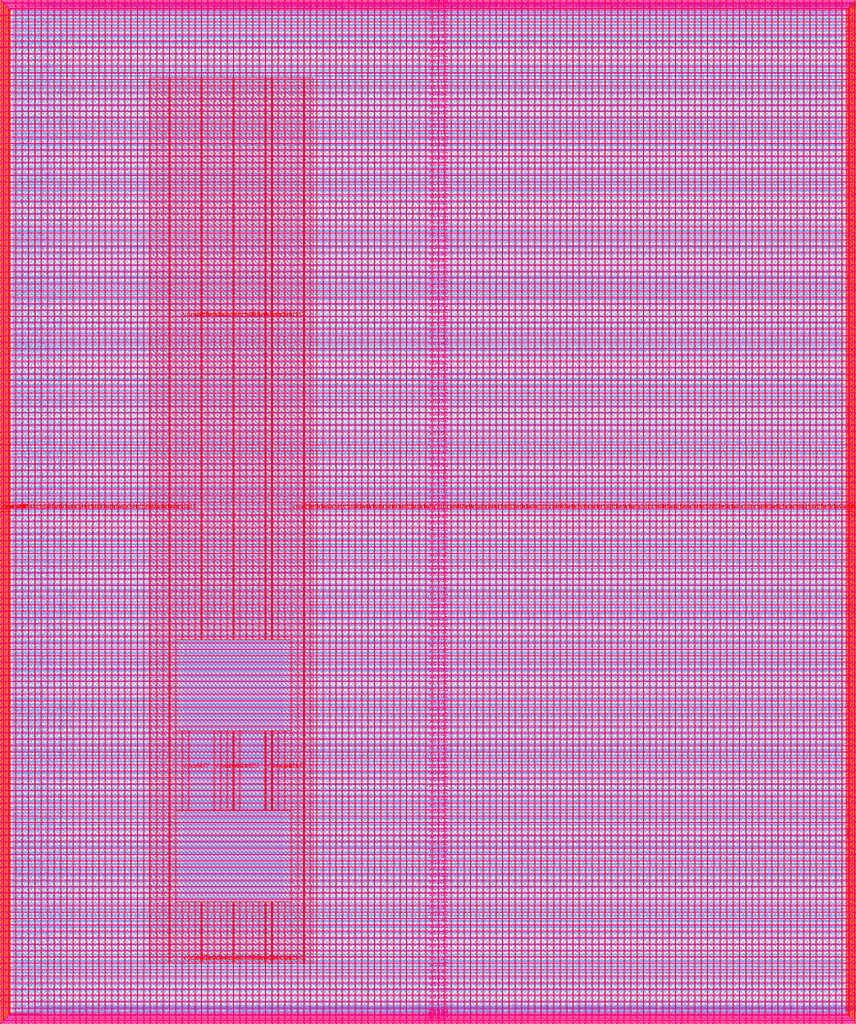
<source format=lef>
VERSION 5.7 ;
  NOWIREEXTENSIONATPIN ON ;
  DIVIDERCHAR "/" ;
  BUSBITCHARS "[]" ;
MACRO user_analog_proj_example
  CLASS BLOCK ;
  FOREIGN user_analog_proj_example ;
  ORIGIN 0.000 0.000 ;
  SIZE 2920.000 BY 3520.000 ;
  PIN gpio_analog[0]
    DIRECTION INOUT ;
    USE SIGNAL ;
    PORT
      LAYER met2 ;
        RECT 2530.870 3517.600 2531.430 3524.800 ;
    END
  END gpio_analog[0]
  PIN gpio_analog[10]
    DIRECTION INOUT ;
    USE SIGNAL ;
    PORT
      LAYER met2 ;
        RECT 795.290 -4.800 795.850 2.400 ;
    END
  END gpio_analog[10]
  PIN gpio_analog[11]
    DIRECTION INOUT ;
    USE SIGNAL ;
    PORT
      LAYER met3 ;
        RECT 2917.600 2087.340 2924.800 2088.540 ;
    END
  END gpio_analog[11]
  PIN gpio_analog[12]
    DIRECTION INOUT ;
    USE SIGNAL ;
    PORT
      LAYER met3 ;
        RECT -4.800 2865.940 2.400 2867.140 ;
    END
  END gpio_analog[12]
  PIN gpio_analog[13]
    DIRECTION INOUT ;
    USE SIGNAL ;
    PORT
      LAYER met3 ;
        RECT 2917.600 2967.940 2924.800 2969.140 ;
    END
  END gpio_analog[13]
  PIN gpio_analog[14]
    DIRECTION INOUT ;
    USE SIGNAL ;
    PORT
      LAYER met2 ;
        RECT 283.310 -4.800 283.870 2.400 ;
    END
  END gpio_analog[14]
  PIN gpio_analog[15]
    DIRECTION INOUT ;
    USE SIGNAL ;
    PORT
      LAYER met2 ;
        RECT 801.730 3517.600 802.290 3524.800 ;
    END
  END gpio_analog[15]
  PIN gpio_analog[16]
    DIRECTION INOUT ;
    USE SIGNAL ;
    PORT
      LAYER met3 ;
        RECT 2917.600 1063.940 2924.800 1065.140 ;
    END
  END gpio_analog[16]
  PIN gpio_analog[17]
    DIRECTION INOUT ;
    USE SIGNAL ;
    PORT
      LAYER met3 ;
        RECT -4.800 2505.540 2.400 2506.740 ;
    END
  END gpio_analog[17]
  PIN gpio_analog[1]
    DIRECTION INOUT ;
    USE SIGNAL ;
    PORT
      LAYER met2 ;
        RECT 1117.290 -4.800 1117.850 2.400 ;
    END
  END gpio_analog[1]
  PIN gpio_analog[2]
    DIRECTION INOUT ;
    USE SIGNAL ;
    PORT
      LAYER met3 ;
        RECT 2917.600 1145.540 2924.800 1146.740 ;
    END
  END gpio_analog[2]
  PIN gpio_analog[3]
    DIRECTION INOUT ;
    USE SIGNAL ;
    PORT
      LAYER met3 ;
        RECT -4.800 1342.740 2.400 1343.940 ;
    END
  END gpio_analog[3]
  PIN gpio_analog[4]
    DIRECTION INOUT ;
    USE SIGNAL ;
    PORT
      LAYER met2 ;
        RECT 2144.470 -4.800 2145.030 2.400 ;
    END
  END gpio_analog[4]
  PIN gpio_analog[5]
    DIRECTION INOUT ;
    USE SIGNAL ;
    PORT
      LAYER met3 ;
        RECT 2917.600 621.940 2924.800 623.140 ;
    END
  END gpio_analog[5]
  PIN gpio_analog[6]
    DIRECTION INOUT ;
    USE SIGNAL ;
    PORT
      LAYER met3 ;
        RECT 2917.600 2566.740 2924.800 2567.940 ;
    END
  END gpio_analog[6]
  PIN gpio_analog[7]
    DIRECTION INOUT ;
    USE SIGNAL ;
    PORT
      LAYER met2 ;
        RECT 1352.350 3517.600 1352.910 3524.800 ;
    END
  END gpio_analog[7]
  PIN gpio_analog[8]
    DIRECTION INOUT ;
    USE SIGNAL ;
    PORT
      LAYER met3 ;
        RECT 2917.600 1645.340 2924.800 1646.540 ;
    END
  END gpio_analog[8]
  PIN gpio_analog[9]
    DIRECTION INOUT ;
    USE SIGNAL ;
    PORT
      LAYER met2 ;
        RECT 2028.550 -4.800 2029.110 2.400 ;
    END
  END gpio_analog[9]
  PIN gpio_noesd[0]
    DIRECTION INOUT ;
    USE SIGNAL ;
    PORT
      LAYER met2 ;
        RECT 186.710 -4.800 187.270 2.400 ;
    END
  END gpio_noesd[0]
  PIN gpio_noesd[10]
    DIRECTION INOUT ;
    USE SIGNAL ;
    PORT
      LAYER met3 ;
        RECT 2917.600 683.140 2924.800 684.340 ;
    END
  END gpio_noesd[10]
  PIN gpio_noesd[11]
    DIRECTION INOUT ;
    USE SIGNAL ;
    PORT
      LAYER met2 ;
        RECT 1687.230 -4.800 1687.790 2.400 ;
    END
  END gpio_noesd[11]
  PIN gpio_noesd[12]
    DIRECTION INOUT ;
    USE SIGNAL ;
    PORT
      LAYER met2 ;
        RECT 2202.430 -4.800 2202.990 2.400 ;
    END
  END gpio_noesd[12]
  PIN gpio_noesd[13]
    DIRECTION INOUT ;
    USE SIGNAL ;
    PORT
      LAYER met3 ;
        RECT -4.800 1380.140 2.400 1381.340 ;
    END
  END gpio_noesd[13]
  PIN gpio_noesd[14]
    DIRECTION INOUT ;
    USE SIGNAL ;
    PORT
      LAYER met3 ;
        RECT 2917.600 2046.540 2924.800 2047.740 ;
    END
  END gpio_noesd[14]
  PIN gpio_noesd[15]
    DIRECTION INOUT ;
    USE SIGNAL ;
    PORT
      LAYER met3 ;
        RECT 2917.600 604.940 2924.800 606.140 ;
    END
  END gpio_noesd[15]
  PIN gpio_noesd[16]
    DIRECTION INOUT ;
    USE SIGNAL ;
    PORT
      LAYER met3 ;
        RECT 2917.600 3328.340 2924.800 3329.540 ;
    END
  END gpio_noesd[16]
  PIN gpio_noesd[17]
    DIRECTION INOUT ;
    USE SIGNAL ;
    PORT
      LAYER met2 ;
        RECT 1838.570 -4.800 1839.130 2.400 ;
    END
  END gpio_noesd[17]
  PIN gpio_noesd[1]
    DIRECTION INOUT ;
    USE SIGNAL ;
    PORT
      LAYER met2 ;
        RECT 1461.830 -4.800 1462.390 2.400 ;
    END
  END gpio_noesd[1]
  PIN gpio_noesd[2]
    DIRECTION INOUT ;
    USE SIGNAL ;
    PORT
      LAYER met3 ;
        RECT 2917.600 1624.940 2924.800 1626.140 ;
    END
  END gpio_noesd[2]
  PIN gpio_noesd[3]
    DIRECTION INOUT ;
    USE SIGNAL ;
    PORT
      LAYER met3 ;
        RECT 2917.600 2107.740 2924.800 2108.940 ;
    END
  END gpio_noesd[3]
  PIN gpio_noesd[4]
    DIRECTION INOUT ;
    USE SIGNAL ;
    PORT
      LAYER met2 ;
        RECT 2846.430 -4.800 2846.990 2.400 ;
    END
  END gpio_noesd[4]
  PIN gpio_noesd[5]
    DIRECTION INOUT ;
    USE SIGNAL ;
    PORT
      LAYER met2 ;
        RECT 1123.730 3517.600 1124.290 3524.800 ;
    END
  END gpio_noesd[5]
  PIN gpio_noesd[6]
    DIRECTION INOUT ;
    USE SIGNAL ;
    PORT
      LAYER met3 ;
        RECT -4.800 3345.340 2.400 3346.540 ;
    END
  END gpio_noesd[6]
  PIN gpio_noesd[7]
    DIRECTION INOUT ;
    USE SIGNAL ;
    PORT
      LAYER met2 ;
        RECT 1864.330 3517.600 1864.890 3524.800 ;
    END
  END gpio_noesd[7]
  PIN gpio_noesd[8]
    DIRECTION INOUT ;
    USE SIGNAL ;
    PORT
      LAYER met2 ;
        RECT 2067.190 -4.800 2067.750 2.400 ;
    END
  END gpio_noesd[8]
  PIN gpio_noesd[9]
    DIRECTION INOUT ;
    USE SIGNAL ;
    PORT
      LAYER met3 ;
        RECT 2917.600 3168.540 2924.800 3169.740 ;
    END
  END gpio_noesd[9]
  PIN io_analog[0]
    DIRECTION INOUT ;
    USE SIGNAL ;
    PORT
      LAYER met3 ;
        RECT -4.800 740.940 2.400 742.140 ;
    END
  END io_analog[0]
  PIN io_analog[10]
    DIRECTION INOUT ;
    USE SIGNAL ;
    PORT
      LAYER met2 ;
        RECT 1194.570 -4.800 1195.130 2.400 ;
    END
  END io_analog[10]
  PIN io_analog[1]
    DIRECTION INOUT ;
    USE SIGNAL ;
    PORT
      LAYER met2 ;
        RECT 650.390 3517.600 650.950 3524.800 ;
    END
  END io_analog[1]
  PIN io_analog[2]
    DIRECTION INOUT ;
    USE SIGNAL ;
    PORT
      LAYER met3 ;
        RECT -4.800 159.540 2.400 160.740 ;
    END
  END io_analog[2]
  PIN io_analog[3]
    DIRECTION INOUT ;
    USE SIGNAL ;
    PORT
      LAYER met3 ;
        RECT -4.800 1019.740 2.400 1020.940 ;
    END
  END io_analog[3]
  PIN io_analog[4]
    DIRECTION INOUT ;
    USE SIGNAL ;
    PORT
      LAYER met2 ;
        RECT 302.630 -4.800 303.190 2.400 ;
    END
  END io_analog[4]
  PIN io_analog[5]
    DIRECTION INOUT ;
    USE SIGNAL ;
    PORT
      LAYER met2 ;
        RECT 1484.370 3517.600 1484.930 3524.800 ;
    END
  END io_analog[5]
  PIN io_analog[6]
    DIRECTION INOUT ;
    USE SIGNAL ;
    PORT
      LAYER met3 ;
        RECT -4.800 3467.740 2.400 3468.940 ;
    END
  END io_analog[6]
  PIN io_analog[7]
    DIRECTION INOUT ;
    USE SIGNAL ;
    PORT
      LAYER met3 ;
        RECT 2917.600 2808.140 2924.800 2809.340 ;
    END
  END io_analog[7]
  PIN io_analog[8]
    DIRECTION INOUT ;
    USE SIGNAL ;
    PORT
      LAYER met3 ;
        RECT -4.800 3365.740 2.400 3366.940 ;
    END
  END io_analog[8]
  PIN io_analog[9]
    DIRECTION INOUT ;
    USE SIGNAL ;
    PORT
      LAYER met2 ;
        RECT 1941.610 3517.600 1942.170 3524.800 ;
    END
  END io_analog[9]
  PIN io_clamp_high[0]
    DIRECTION INOUT ;
    USE SIGNAL ;
    PORT
      LAYER met2 ;
        RECT 933.750 3517.600 934.310 3524.800 ;
    END
  END io_clamp_high[0]
  PIN io_clamp_high[1]
    DIRECTION INOUT ;
    USE SIGNAL ;
    PORT
      LAYER met3 ;
        RECT -4.800 2124.740 2.400 2125.940 ;
    END
  END io_clamp_high[1]
  PIN io_clamp_high[2]
    DIRECTION INOUT ;
    USE SIGNAL ;
    PORT
      LAYER met2 ;
        RECT 112.650 -4.800 113.210 2.400 ;
    END
  END io_clamp_high[2]
  PIN io_clamp_low[0]
    DIRECTION INOUT ;
    USE SIGNAL ;
    PORT
      LAYER met3 ;
        RECT 2917.600 3090.340 2924.800 3091.540 ;
    END
  END io_clamp_low[0]
  PIN io_clamp_low[1]
    DIRECTION INOUT ;
    USE SIGNAL ;
    PORT
      LAYER met3 ;
        RECT 2917.600 802.140 2924.800 803.340 ;
    END
  END io_clamp_low[1]
  PIN io_clamp_low[2]
    DIRECTION INOUT ;
    USE SIGNAL ;
    PORT
      LAYER met3 ;
        RECT -4.800 278.540 2.400 279.740 ;
    END
  END io_clamp_low[2]
  PIN io_in[0]
    DIRECTION INPUT ;
    USE SIGNAL ;
    PORT
      LAYER met3 ;
        RECT 2917.600 2689.140 2924.800 2690.340 ;
    END
  END io_in[0]
  PIN io_in[10]
    DIRECTION INPUT ;
    USE SIGNAL ;
    PORT
      LAYER met3 ;
        RECT 2917.600 1784.740 2924.800 1785.940 ;
    END
  END io_in[10]
  PIN io_in[11]
    DIRECTION INPUT ;
    USE SIGNAL ;
    PORT
      LAYER met3 ;
        RECT 2917.600 462.140 2924.800 463.340 ;
    END
  END io_in[11]
  PIN io_in[12]
    DIRECTION INPUT ;
    USE SIGNAL ;
    PORT
      LAYER met2 ;
        RECT 566.670 -4.800 567.230 2.400 ;
    END
  END io_in[12]
  PIN io_in[13]
    DIRECTION INPUT ;
    USE SIGNAL ;
    PORT
      LAYER met2 ;
        RECT 173.830 3517.600 174.390 3524.800 ;
    END
  END io_in[13]
  PIN io_in[14]
    DIRECTION INPUT ;
    USE SIGNAL ;
    PORT
      LAYER met2 ;
        RECT 2205.650 3517.600 2206.210 3524.800 ;
    END
  END io_in[14]
  PIN io_in[15]
    DIRECTION INPUT ;
    USE SIGNAL ;
    PORT
      LAYER met3 ;
        RECT 2917.600 1084.340 2924.800 1085.540 ;
    END
  END io_in[15]
  PIN io_in[16]
    DIRECTION INPUT ;
    USE SIGNAL ;
    PORT
      LAYER met2 ;
        RECT 2466.470 -4.800 2467.030 2.400 ;
    END
  END io_in[16]
  PIN io_in[17]
    DIRECTION INPUT ;
    USE SIGNAL ;
    PORT
      LAYER met3 ;
        RECT 2917.600 1907.140 2924.800 1908.340 ;
    END
  END io_in[17]
  PIN io_in[18]
    DIRECTION INPUT ;
    USE SIGNAL ;
    PORT
      LAYER met2 ;
        RECT 737.330 -4.800 737.890 2.400 ;
    END
  END io_in[18]
  PIN io_in[19]
    DIRECTION INPUT ;
    USE SIGNAL ;
    PORT
      LAYER met3 ;
        RECT -4.800 2665.340 2.400 2666.540 ;
    END
  END io_in[19]
  PIN io_in[1]
    DIRECTION INPUT ;
    USE SIGNAL ;
    PORT
      LAYER met2 ;
        RECT 479.730 3517.600 480.290 3524.800 ;
    END
  END io_in[1]
  PIN io_in[20]
    DIRECTION INPUT ;
    USE SIGNAL ;
    PORT
      LAYER met2 ;
        RECT 1809.590 3517.600 1810.150 3524.800 ;
    END
  END io_in[20]
  PIN io_in[21]
    DIRECTION INPUT ;
    USE SIGNAL ;
    PORT
      LAYER met2 ;
        RECT 344.490 3517.600 345.050 3524.800 ;
    END
  END io_in[21]
  PIN io_in[22]
    DIRECTION INPUT ;
    USE SIGNAL ;
    PORT
      LAYER met2 ;
        RECT 2086.510 -4.800 2087.070 2.400 ;
    END
  END io_in[22]
  PIN io_in[23]
    DIRECTION INPUT ;
    USE SIGNAL ;
    PORT
      LAYER met2 ;
        RECT 682.590 -4.800 683.150 2.400 ;
    END
  END io_in[23]
  PIN io_in[24]
    DIRECTION INPUT ;
    USE SIGNAL ;
    PORT
      LAYER met3 ;
        RECT -4.800 1199.940 2.400 1201.140 ;
    END
  END io_in[24]
  PIN io_in[25]
    DIRECTION INPUT ;
    USE SIGNAL ;
    PORT
      LAYER met2 ;
        RECT 669.710 3517.600 670.270 3524.800 ;
    END
  END io_in[25]
  PIN io_in[26]
    DIRECTION INPUT ;
    USE SIGNAL ;
    PORT
      LAYER met3 ;
        RECT 2917.600 2427.340 2924.800 2428.540 ;
    END
  END io_in[26]
  PIN io_in[2]
    DIRECTION INPUT ;
    USE SIGNAL ;
    PORT
      LAYER met2 ;
        RECT 492.610 -4.800 493.170 2.400 ;
    END
  END io_in[2]
  PIN io_in[3]
    DIRECTION INPUT ;
    USE SIGNAL ;
    PORT
      LAYER met2 ;
        RECT 415.330 -4.800 415.890 2.400 ;
    END
  END io_in[3]
  PIN io_in[4]
    DIRECTION INPUT ;
    USE SIGNAL ;
    PORT
      LAYER met3 ;
        RECT 2917.600 2828.540 2924.800 2829.740 ;
    END
  END io_in[4]
  PIN io_in[5]
    DIRECTION INPUT ;
    USE SIGNAL ;
    PORT
      LAYER met2 ;
        RECT 1442.510 -4.800 1443.070 2.400 ;
    END
  END io_in[5]
  PIN io_in[6]
    DIRECTION INPUT ;
    USE SIGNAL ;
    PORT
      LAYER met3 ;
        RECT -4.800 3086.940 2.400 3088.140 ;
    END
  END io_in[6]
  PIN io_in[7]
    DIRECTION INPUT ;
    USE SIGNAL ;
    PORT
      LAYER met3 ;
        RECT -4.800 1703.140 2.400 1704.340 ;
    END
  END io_in[7]
  PIN io_in[8]
    DIRECTION INPUT ;
    USE SIGNAL ;
    PORT
      LAYER met3 ;
        RECT 2917.600 343.140 2924.800 344.340 ;
    END
  END io_in[8]
  PIN io_in[9]
    DIRECTION INPUT ;
    USE SIGNAL ;
    PORT
      LAYER met3 ;
        RECT -4.800 961.940 2.400 963.140 ;
    END
  END io_in[9]
  PIN io_in_3v3[0]
    DIRECTION INPUT ;
    USE SIGNAL ;
    PORT
      LAYER met2 ;
        RECT 1693.670 3517.600 1694.230 3524.800 ;
    END
  END io_in_3v3[0]
  PIN io_in_3v3[10]
    DIRECTION INPUT ;
    USE SIGNAL ;
    PORT
      LAYER met3 ;
        RECT -4.800 1961.540 2.400 1962.740 ;
    END
  END io_in_3v3[10]
  PIN io_in_3v3[11]
    DIRECTION INPUT ;
    USE SIGNAL ;
    PORT
      LAYER met2 ;
        RECT 434.650 -4.800 435.210 2.400 ;
    END
  END io_in_3v3[11]
  PIN io_in_3v3[12]
    DIRECTION INPUT ;
    USE SIGNAL ;
    PORT
      LAYER met2 ;
        RECT 1294.390 3517.600 1294.950 3524.800 ;
    END
  END io_in_3v3[12]
  PIN io_in_3v3[13]
    DIRECTION INPUT ;
    USE SIGNAL ;
    PORT
      LAYER met2 ;
        RECT 611.750 3517.600 612.310 3524.800 ;
    END
  END io_in_3v3[13]
  PIN io_in_3v3[14]
    DIRECTION INPUT ;
    USE SIGNAL ;
    PORT
      LAYER met3 ;
        RECT -4.800 1560.340 2.400 1561.540 ;
    END
  END io_in_3v3[14]
  PIN io_in_3v3[15]
    DIRECTION INPUT ;
    USE SIGNAL ;
    PORT
      LAYER met3 ;
        RECT 2917.600 744.340 2924.800 745.540 ;
    END
  END io_in_3v3[15]
  PIN io_in_3v3[16]
    DIRECTION INPUT ;
    USE SIGNAL ;
    PORT
      LAYER met3 ;
        RECT -4.800 880.340 2.400 881.540 ;
    END
  END io_in_3v3[16]
  PIN io_in_3v3[17]
    DIRECTION INPUT ;
    USE SIGNAL ;
    PORT
      LAYER met2 ;
        RECT 54.690 -4.800 55.250 2.400 ;
    END
  END io_in_3v3[17]
  PIN io_in_3v3[18]
    DIRECTION INPUT ;
    USE SIGNAL ;
    PORT
      LAYER met3 ;
        RECT -4.800 3246.740 2.400 3247.940 ;
    END
  END io_in_3v3[18]
  PIN io_in_3v3[19]
    DIRECTION INPUT ;
    USE SIGNAL ;
    PORT
      LAYER met2 ;
        RECT 2073.630 3517.600 2074.190 3524.800 ;
    END
  END io_in_3v3[19]
  PIN io_in_3v3[1]
    DIRECTION INPUT ;
    USE SIGNAL ;
    PORT
      LAYER met3 ;
        RECT 2917.600 2889.740 2924.800 2890.940 ;
    END
  END io_in_3v3[1]
  PIN io_in_3v3[20]
    DIRECTION INPUT ;
    USE SIGNAL ;
    PORT
      LAYER met3 ;
        RECT -4.800 2104.340 2.400 2105.540 ;
    END
  END io_in_3v3[20]
  PIN io_in_3v3[21]
    DIRECTION INPUT ;
    USE SIGNAL ;
    PORT
      LAYER met2 ;
        RECT 1085.090 3517.600 1085.650 3524.800 ;
    END
  END io_in_3v3[21]
  PIN io_in_3v3[22]
    DIRECTION INPUT ;
    USE SIGNAL ;
    PORT
      LAYER met2 ;
        RECT 2257.170 -4.800 2257.730 2.400 ;
    END
  END io_in_3v3[22]
  PIN io_in_3v3[23]
    DIRECTION INPUT ;
    USE SIGNAL ;
    PORT
      LAYER met3 ;
        RECT 2917.600 322.740 2924.800 323.940 ;
    END
  END io_in_3v3[23]
  PIN io_in_3v3[24]
    DIRECTION INPUT ;
    USE SIGNAL ;
    PORT
      LAYER met3 ;
        RECT -4.800 3144.740 2.400 3145.940 ;
    END
  END io_in_3v3[24]
  PIN io_in_3v3[25]
    DIRECTION INPUT ;
    USE SIGNAL ;
    PORT
      LAYER met3 ;
        RECT 2917.600 1985.340 2924.800 1986.540 ;
    END
  END io_in_3v3[25]
  PIN io_in_3v3[26]
    DIRECTION INPUT ;
    USE SIGNAL ;
    PORT
      LAYER met2 ;
        RECT 1068.990 3517.600 1069.550 3524.800 ;
    END
  END io_in_3v3[26]
  PIN io_in_3v3[2]
    DIRECTION INPUT ;
    USE SIGNAL ;
    PORT
      LAYER met3 ;
        RECT 2917.600 3250.140 2924.800 3251.340 ;
    END
  END io_in_3v3[2]
  PIN io_in_3v3[3]
    DIRECTION INPUT ;
    USE SIGNAL ;
    PORT
      LAYER met3 ;
        RECT -4.800 2825.140 2.400 2826.340 ;
    END
  END io_in_3v3[3]
  PIN io_in_3v3[4]
    DIRECTION INPUT ;
    USE SIGNAL ;
    PORT
      LAYER met2 ;
        RECT 631.070 3517.600 631.630 3524.800 ;
    END
  END io_in_3v3[4]
  PIN io_in_3v3[5]
    DIRECTION INPUT ;
    USE SIGNAL ;
    PORT
      LAYER met2 ;
        RECT 1365.230 -4.800 1365.790 2.400 ;
    END
  END io_in_3v3[5]
  PIN io_in_3v3[6]
    DIRECTION INPUT ;
    USE SIGNAL ;
    PORT
      LAYER met3 ;
        RECT 2917.600 2910.140 2924.800 2911.340 ;
    END
  END io_in_3v3[6]
  PIN io_in_3v3[7]
    DIRECTION INPUT ;
    USE SIGNAL ;
    PORT
      LAYER met2 ;
        RECT 1732.310 3517.600 1732.870 3524.800 ;
    END
  END io_in_3v3[7]
  PIN io_in_3v3[8]
    DIRECTION INPUT ;
    USE SIGNAL ;
    PORT
      LAYER met3 ;
        RECT -4.800 319.340 2.400 320.540 ;
    END
  END io_in_3v3[8]
  PIN io_in_3v3[9]
    DIRECTION INPUT ;
    USE SIGNAL ;
    PORT
      LAYER met2 ;
        RECT 2617.810 -4.800 2618.370 2.400 ;
    END
  END io_in_3v3[9]
  PIN io_oeb[0]
    DIRECTION OUTPUT TRISTATE ;
    USE SIGNAL ;
    PORT
      LAYER met3 ;
        RECT 2917.600 3029.140 2924.800 3030.340 ;
    END
  END io_oeb[0]
  PIN io_oeb[10]
    DIRECTION OUTPUT TRISTATE ;
    USE SIGNAL ;
    PORT
      LAYER met3 ;
        RECT 2917.600 1485.540 2924.800 1486.740 ;
    END
  END io_oeb[10]
  PIN io_oeb[11]
    DIRECTION OUTPUT TRISTATE ;
    USE SIGNAL ;
    PORT
      LAYER met2 ;
        RECT 1445.730 3517.600 1446.290 3524.800 ;
    END
  END io_oeb[11]
  PIN io_oeb[12]
    DIRECTION OUTPUT TRISTATE ;
    USE SIGNAL ;
    PORT
      LAYER met2 ;
        RECT 1062.550 -4.800 1063.110 2.400 ;
    END
  END io_oeb[12]
  PIN io_oeb[13]
    DIRECTION OUTPUT TRISTATE ;
    USE SIGNAL ;
    PORT
      LAYER met3 ;
        RECT 2917.600 1023.140 2924.800 1024.340 ;
    END
  END io_oeb[13]
  PIN io_oeb[14]
    DIRECTION OUTPUT TRISTATE ;
    USE SIGNAL ;
    PORT
      LAYER met3 ;
        RECT -4.800 1981.940 2.400 1983.140 ;
    END
  END io_oeb[14]
  PIN io_oeb[15]
    DIRECTION OUTPUT TRISTATE ;
    USE SIGNAL ;
    PORT
      LAYER met3 ;
        RECT 2917.600 863.340 2924.800 864.540 ;
    END
  END io_oeb[15]
  PIN io_oeb[16]
    DIRECTION OUTPUT TRISTATE ;
    USE SIGNAL ;
    PORT
      LAYER met3 ;
        RECT 2917.600 842.940 2924.800 844.140 ;
    END
  END io_oeb[16]
  PIN io_oeb[17]
    DIRECTION OUTPUT TRISTATE ;
    USE SIGNAL ;
    PORT
      LAYER met3 ;
        RECT -4.800 598.140 2.400 599.340 ;
    END
  END io_oeb[17]
  PIN io_oeb[18]
    DIRECTION OUTPUT TRISTATE ;
    USE SIGNAL ;
    PORT
      LAYER met3 ;
        RECT -4.800 1822.140 2.400 1823.340 ;
    END
  END io_oeb[18]
  PIN io_oeb[19]
    DIRECTION OUTPUT TRISTATE ;
    USE SIGNAL ;
    PORT
      LAYER met3 ;
        RECT 2917.600 421.340 2924.800 422.540 ;
    END
  END io_oeb[19]
  PIN io_oeb[1]
    DIRECTION OUTPUT TRISTATE ;
    USE SIGNAL ;
    PORT
      LAYER met2 ;
        RECT 1980.250 3517.600 1980.810 3524.800 ;
    END
  END io_oeb[1]
  PIN io_oeb[20]
    DIRECTION OUTPUT TRISTATE ;
    USE SIGNAL ;
    PORT
      LAYER met3 ;
        RECT -4.800 1359.740 2.400 1360.940 ;
    END
  END io_oeb[20]
  PIN io_oeb[21]
    DIRECTION OUTPUT TRISTATE ;
    USE SIGNAL ;
    PORT
      LAYER met3 ;
        RECT -4.800 438.340 2.400 439.540 ;
    END
  END io_oeb[21]
  PIN io_oeb[22]
    DIRECTION OUTPUT TRISTATE ;
    USE SIGNAL ;
    PORT
      LAYER met3 ;
        RECT 2917.600 1264.540 2924.800 1265.740 ;
    END
  END io_oeb[22]
  PIN io_oeb[23]
    DIRECTION OUTPUT TRISTATE ;
    USE SIGNAL ;
    PORT
      LAYER met2 ;
        RECT 833.930 -4.800 834.490 2.400 ;
    END
  END io_oeb[23]
  PIN io_oeb[24]
    DIRECTION OUTPUT TRISTATE ;
    USE SIGNAL ;
    PORT
      LAYER met3 ;
        RECT -4.800 2944.140 2.400 2945.340 ;
    END
  END io_oeb[24]
  PIN io_oeb[25]
    DIRECTION OUTPUT TRISTATE ;
    USE SIGNAL ;
    PORT
      LAYER met2 ;
        RECT 1651.810 -4.800 1652.370 2.400 ;
    END
  END io_oeb[25]
  PIN io_oeb[26]
    DIRECTION OUTPUT TRISTATE ;
    USE SIGNAL ;
    PORT
      LAYER met3 ;
        RECT -4.800 2002.340 2.400 2003.540 ;
    END
  END io_oeb[26]
  PIN io_oeb[2]
    DIRECTION OUTPUT TRISTATE ;
    USE SIGNAL ;
    PORT
      LAYER met3 ;
        RECT -4.800 1601.140 2.400 1602.340 ;
    END
  END io_oeb[2]
  PIN io_oeb[3]
    DIRECTION OUTPUT TRISTATE ;
    USE SIGNAL ;
    PORT
      LAYER met2 ;
        RECT 743.770 3517.600 744.330 3524.800 ;
    END
  END io_oeb[3]
  PIN io_oeb[4]
    DIRECTION OUTPUT TRISTATE ;
    USE SIGNAL ;
    PORT
      LAYER met2 ;
        RECT 1635.710 3517.600 1636.270 3524.800 ;
    END
  END io_oeb[4]
  PIN io_oeb[5]
    DIRECTION OUTPUT TRISTATE ;
    USE SIGNAL ;
    PORT
      LAYER met3 ;
        RECT 2917.600 383.940 2924.800 385.140 ;
    END
  END io_oeb[5]
  PIN io_oeb[6]
    DIRECTION OUTPUT TRISTATE ;
    USE SIGNAL ;
    PORT
      LAYER met3 ;
        RECT -4.800 581.140 2.400 582.340 ;
    END
  END io_oeb[6]
  PIN io_oeb[7]
    DIRECTION OUTPUT TRISTATE ;
    USE SIGNAL ;
    PORT
      LAYER met2 ;
        RECT 724.450 3517.600 725.010 3524.800 ;
    END
  END io_oeb[7]
  PIN io_oeb[8]
    DIRECTION OUTPUT TRISTATE ;
    USE SIGNAL ;
    PORT
      LAYER met2 ;
        RECT 2736.950 3517.600 2737.510 3524.800 ;
    END
  END io_oeb[8]
  PIN io_oeb[9]
    DIRECTION OUTPUT TRISTATE ;
    USE SIGNAL ;
    PORT
      LAYER met2 ;
        RECT 643.950 -4.800 644.510 2.400 ;
    END
  END io_oeb[9]
  PIN io_out[0]
    DIRECTION OUTPUT TRISTATE ;
    USE SIGNAL ;
    PORT
      LAYER met3 ;
        RECT -4.800 118.740 2.400 119.940 ;
    END
  END io_out[0]
  PIN io_out[10]
    DIRECTION OUTPUT TRISTATE ;
    USE SIGNAL ;
    PORT
      LAYER met3 ;
        RECT -4.800 2083.940 2.400 2085.140 ;
    END
  END io_out[10]
  PIN io_out[11]
    DIRECTION OUTPUT TRISTATE ;
    USE SIGNAL ;
    PORT
      LAYER met2 ;
        RECT 2563.070 -4.800 2563.630 2.400 ;
    END
  END io_out[11]
  PIN io_out[12]
    DIRECTION OUTPUT TRISTATE ;
    USE SIGNAL ;
    PORT
      LAYER met3 ;
        RECT 2917.600 3491.540 2924.800 3492.740 ;
    END
  END io_out[12]
  PIN io_out[13]
    DIRECTION OUTPUT TRISTATE ;
    USE SIGNAL ;
    PORT
      LAYER met2 ;
        RECT 2414.950 3517.600 2415.510 3524.800 ;
    END
  END io_out[13]
  PIN io_out[14]
    DIRECTION OUTPUT TRISTATE ;
    USE SIGNAL ;
    PORT
      LAYER met2 ;
        RECT 914.430 3517.600 914.990 3524.800 ;
    END
  END io_out[14]
  PIN io_out[15]
    DIRECTION OUTPUT TRISTATE ;
    USE SIGNAL ;
    PORT
      LAYER met3 ;
        RECT 2917.600 3369.140 2924.800 3370.340 ;
    END
  END io_out[15]
  PIN io_out[16]
    DIRECTION OUTPUT TRISTATE ;
    USE SIGNAL ;
    PORT
      LAYER met3 ;
        RECT -4.800 1482.140 2.400 1483.340 ;
    END
  END io_out[16]
  PIN io_out[17]
    DIRECTION OUTPUT TRISTATE ;
    USE SIGNAL ;
    PORT
      LAYER met2 ;
        RECT 193.150 3517.600 193.710 3524.800 ;
    END
  END io_out[17]
  PIN io_out[18]
    DIRECTION OUTPUT TRISTATE ;
    USE SIGNAL ;
    PORT
      LAYER met2 ;
        RECT 2852.870 3517.600 2853.430 3524.800 ;
    END
  END io_out[18]
  PIN io_out[19]
    DIRECTION OUTPUT TRISTATE ;
    USE SIGNAL ;
    PORT
      LAYER met2 ;
        RECT 2340.890 3517.600 2341.450 3524.800 ;
    END
  END io_out[19]
  PIN io_out[1]
    DIRECTION OUTPUT TRISTATE ;
    USE SIGNAL ;
    PORT
      LAYER met3 ;
        RECT 2917.600 3290.940 2924.800 3292.140 ;
    END
  END io_out[1]
  PIN io_out[20]
    DIRECTION OUTPUT TRISTATE ;
    USE SIGNAL ;
    PORT
      LAYER met2 ;
        RECT 1429.630 3517.600 1430.190 3524.800 ;
    END
  END io_out[20]
  PIN io_out[21]
    DIRECTION OUTPUT TRISTATE ;
    USE SIGNAL ;
    PORT
      LAYER met3 ;
        RECT -4.800 3185.540 2.400 3186.740 ;
    END
  END io_out[21]
  PIN io_out[22]
    DIRECTION OUTPUT TRISTATE ;
    USE SIGNAL ;
    PORT
      LAYER met2 ;
        RECT 2224.970 3517.600 2225.530 3524.800 ;
    END
  END io_out[22]
  PIN io_out[23]
    DIRECTION OUTPUT TRISTATE ;
    USE SIGNAL ;
    PORT
      LAYER met3 ;
        RECT 2917.600 3229.740 2924.800 3230.940 ;
    END
  END io_out[23]
  PIN io_out[24]
    DIRECTION OUTPUT TRISTATE ;
    USE SIGNAL ;
    PORT
      LAYER met3 ;
        RECT -4.800 16.740 2.400 17.940 ;
    END
  END io_out[24]
  PIN io_out[25]
    DIRECTION OUTPUT TRISTATE ;
    USE SIGNAL ;
    PORT
      LAYER met3 ;
        RECT -4.800 2182.540 2.400 2183.740 ;
    END
  END io_out[25]
  PIN io_out[26]
    DIRECTION OUTPUT TRISTATE ;
    USE SIGNAL ;
    PORT
      LAYER met3 ;
        RECT 2917.600 302.340 2924.800 303.540 ;
    END
  END io_out[26]
  PIN io_out[2]
    DIRECTION OUTPUT TRISTATE ;
    USE SIGNAL ;
    PORT
      LAYER met3 ;
        RECT -4.800 2522.540 2.400 2523.740 ;
    END
  END io_out[2]
  PIN io_out[3]
    DIRECTION OUTPUT TRISTATE ;
    USE SIGNAL ;
    PORT
      LAYER met3 ;
        RECT 2917.600 1686.140 2924.800 1687.340 ;
    END
  END io_out[3]
  PIN io_out[4]
    DIRECTION OUTPUT TRISTATE ;
    USE SIGNAL ;
    PORT
      LAYER met3 ;
        RECT -4.800 3505.140 2.400 3506.340 ;
    END
  END io_out[4]
  PIN io_out[5]
    DIRECTION OUTPUT TRISTATE ;
    USE SIGNAL ;
    PORT
      LAYER met3 ;
        RECT -4.800 3447.340 2.400 3448.540 ;
    END
  END io_out[5]
  PIN io_out[6]
    DIRECTION OUTPUT TRISTATE ;
    USE SIGNAL ;
    PORT
      LAYER met3 ;
        RECT -4.800 2264.140 2.400 2265.340 ;
    END
  END io_out[6]
  PIN io_out[7]
    DIRECTION OUTPUT TRISTATE ;
    USE SIGNAL ;
    PORT
      LAYER met2 ;
        RECT 872.570 -4.800 873.130 2.400 ;
    END
  END io_out[7]
  PIN io_out[8]
    DIRECTION OUTPUT TRISTATE ;
    USE SIGNAL ;
    PORT
      LAYER met2 ;
        RECT 225.350 -4.800 225.910 2.400 ;
    END
  END io_out[8]
  PIN io_out[9]
    DIRECTION OUTPUT TRISTATE ;
    USE SIGNAL ;
    PORT
      LAYER met2 ;
        RECT 2598.490 -4.800 2599.050 2.400 ;
    END
  END io_out[9]
  PIN la_data_in[0]
    DIRECTION INPUT ;
    USE SIGNAL ;
    PORT
      LAYER met2 ;
        RECT 119.090 3517.600 119.650 3524.800 ;
    END
  END la_data_in[0]
  PIN la_data_in[100]
    DIRECTION INPUT ;
    USE SIGNAL ;
    PORT
      LAYER met3 ;
        RECT 2917.600 2988.340 2924.800 2989.540 ;
    END
  END la_data_in[100]
  PIN la_data_in[101]
    DIRECTION INPUT ;
    USE SIGNAL ;
    PORT
      LAYER met3 ;
        RECT -4.800 2804.740 2.400 2805.940 ;
    END
  END la_data_in[101]
  PIN la_data_in[102]
    DIRECTION INPUT ;
    USE SIGNAL ;
    PORT
      LAYER met3 ;
        RECT -4.800 1903.740 2.400 1904.940 ;
    END
  END la_data_in[102]
  PIN la_data_in[103]
    DIRECTION INPUT ;
    USE SIGNAL ;
    PORT
      LAYER met2 ;
        RECT 1883.650 3517.600 1884.210 3524.800 ;
    END
  END la_data_in[103]
  PIN la_data_in[104]
    DIRECTION INPUT ;
    USE SIGNAL ;
    PORT
      LAYER met2 ;
        RECT 1345.910 -4.800 1346.470 2.400 ;
    END
  END la_data_in[104]
  PIN la_data_in[105]
    DIRECTION INPUT ;
    USE SIGNAL ;
    PORT
      LAYER met3 ;
        RECT 2917.600 1125.140 2924.800 1126.340 ;
    END
  END la_data_in[105]
  PIN la_data_in[106]
    DIRECTION INPUT ;
    USE SIGNAL ;
    PORT
      LAYER met3 ;
        RECT 2917.600 40.540 2924.800 41.740 ;
    END
  END la_data_in[106]
  PIN la_data_in[107]
    DIRECTION INPUT ;
    USE SIGNAL ;
    PORT
      LAYER met3 ;
        RECT -4.800 3124.340 2.400 3125.540 ;
    END
  END la_data_in[107]
  PIN la_data_in[108]
    DIRECTION INPUT ;
    USE SIGNAL ;
    PORT
      LAYER met3 ;
        RECT -4.800 2604.140 2.400 2605.340 ;
    END
  END la_data_in[108]
  PIN la_data_in[109]
    DIRECTION INPUT ;
    USE SIGNAL ;
    PORT
      LAYER met2 ;
        RECT 2427.830 -4.800 2428.390 2.400 ;
    END
  END la_data_in[109]
  PIN la_data_in[10]
    DIRECTION INPUT ;
    USE SIGNAL ;
    PORT
      LAYER met3 ;
        RECT -4.800 237.740 2.400 238.940 ;
    END
  END la_data_in[10]
  PIN la_data_in[110]
    DIRECTION INPUT ;
    USE SIGNAL ;
    PORT
      LAYER met3 ;
        RECT 2917.600 2648.340 2924.800 2649.540 ;
    END
  END la_data_in[110]
  PIN la_data_in[111]
    DIRECTION INPUT ;
    USE SIGNAL ;
    PORT
      LAYER met3 ;
        RECT 2917.600 122.140 2924.800 123.340 ;
    END
  END la_data_in[111]
  PIN la_data_in[112]
    DIRECTION INPUT ;
    USE SIGNAL ;
    PORT
      LAYER met3 ;
        RECT -4.800 3406.540 2.400 3407.740 ;
    END
  END la_data_in[112]
  PIN la_data_in[113]
    DIRECTION INPUT ;
    USE SIGNAL ;
    PORT
      LAYER met3 ;
        RECT -4.800 921.140 2.400 922.340 ;
    END
  END la_data_in[113]
  PIN la_data_in[114]
    DIRECTION INPUT ;
    USE SIGNAL ;
    PORT
      LAYER met2 ;
        RECT 1574.530 -4.800 1575.090 2.400 ;
    END
  END la_data_in[114]
  PIN la_data_in[115]
    DIRECTION INPUT ;
    USE SIGNAL ;
    PORT
      LAYER met3 ;
        RECT 2917.600 1947.940 2924.800 1949.140 ;
    END
  END la_data_in[115]
  PIN la_data_in[116]
    DIRECTION INPUT ;
    USE SIGNAL ;
    PORT
      LAYER met3 ;
        RECT -4.800 900.740 2.400 901.940 ;
    END
  END la_data_in[116]
  PIN la_data_in[117]
    DIRECTION INPUT ;
    USE SIGNAL ;
    PORT
      LAYER met2 ;
        RECT 605.310 -4.800 605.870 2.400 ;
    END
  END la_data_in[117]
  PIN la_data_in[118]
    DIRECTION INPUT ;
    USE SIGNAL ;
    PORT
      LAYER met3 ;
        RECT -4.800 2563.340 2.400 2564.540 ;
    END
  END la_data_in[118]
  PIN la_data_in[119]
    DIRECTION INPUT ;
    USE SIGNAL ;
    PORT
      LAYER met2 ;
        RECT 2237.850 -4.800 2238.410 2.400 ;
    END
  END la_data_in[119]
  PIN la_data_in[11]
    DIRECTION INPUT ;
    USE SIGNAL ;
    PORT
      LAYER met2 ;
        RECT 2675.770 -4.800 2676.330 2.400 ;
    END
  END la_data_in[11]
  PIN la_data_in[120]
    DIRECTION INPUT ;
    USE SIGNAL ;
    PORT
      LAYER met3 ;
        RECT 2917.600 1505.940 2924.800 1507.140 ;
    END
  END la_data_in[120]
  PIN la_data_in[121]
    DIRECTION INPUT ;
    USE SIGNAL ;
    PORT
      LAYER met2 ;
        RECT 1712.990 3517.600 1713.550 3524.800 ;
    END
  END la_data_in[121]
  PIN la_data_in[122]
    DIRECTION INPUT ;
    USE SIGNAL ;
    PORT
      LAYER met3 ;
        RECT -4.800 2423.940 2.400 2425.140 ;
    END
  END la_data_in[122]
  PIN la_data_in[123]
    DIRECTION INPUT ;
    USE SIGNAL ;
    PORT
      LAYER met3 ;
        RECT 2917.600 2468.140 2924.800 2469.340 ;
    END
  END la_data_in[123]
  PIN la_data_in[124]
    DIRECTION INPUT ;
    USE SIGNAL ;
    PORT
      LAYER met2 ;
        RECT 1220.330 3517.600 1220.890 3524.800 ;
    END
  END la_data_in[124]
  PIN la_data_in[125]
    DIRECTION INPUT ;
    USE SIGNAL ;
    PORT
      LAYER met2 ;
        RECT 814.610 -4.800 815.170 2.400 ;
    END
  END la_data_in[125]
  PIN la_data_in[126]
    DIRECTION INPUT ;
    USE SIGNAL ;
    PORT
      LAYER met3 ;
        RECT -4.800 3107.340 2.400 3108.540 ;
    END
  END la_data_in[126]
  PIN la_data_in[127]
    DIRECTION INPUT ;
    USE SIGNAL ;
    PORT
      LAYER met3 ;
        RECT 2917.600 1346.140 2924.800 1347.340 ;
    END
  END la_data_in[127]
  PIN la_data_in[12]
    DIRECTION INPUT ;
    USE SIGNAL ;
    PORT
      LAYER met3 ;
        RECT -4.800 2223.340 2.400 2224.540 ;
    END
  END la_data_in[12]
  PIN la_data_in[13]
    DIRECTION INPUT ;
    USE SIGNAL ;
    PORT
      LAYER met2 ;
        RECT 2447.150 -4.800 2447.710 2.400 ;
    END
  END la_data_in[13]
  PIN la_data_in[14]
    DIRECTION INPUT ;
    USE SIGNAL ;
    PORT
      LAYER met3 ;
        RECT 2917.600 2947.540 2924.800 2948.740 ;
    END
  END la_data_in[14]
  PIN la_data_in[15]
    DIRECTION INPUT ;
    USE SIGNAL ;
    PORT
      LAYER met3 ;
        RECT 2917.600 3131.140 2924.800 3132.340 ;
    END
  END la_data_in[15]
  PIN la_data_in[16]
    DIRECTION INPUT ;
    USE SIGNAL ;
    PORT
      LAYER met3 ;
        RECT 2917.600 2128.140 2924.800 2129.340 ;
    END
  END la_data_in[16]
  PIN la_data_in[17]
    DIRECTION INPUT ;
    USE SIGNAL ;
    PORT
      LAYER met2 ;
        RECT 1307.270 -4.800 1307.830 2.400 ;
    END
  END la_data_in[17]
  PIN la_data_in[18]
    DIRECTION INPUT ;
    USE SIGNAL ;
    PORT
      LAYER met3 ;
        RECT 2917.600 2767.340 2924.800 2768.540 ;
    END
  END la_data_in[18]
  PIN la_data_in[19]
    DIRECTION INPUT ;
    USE SIGNAL ;
    PORT
      LAYER met3 ;
        RECT -4.800 2723.140 2.400 2724.340 ;
    END
  END la_data_in[19]
  PIN la_data_in[1]
    DIRECTION INPUT ;
    USE SIGNAL ;
    PORT
      LAYER met2 ;
        RECT 2389.190 -4.800 2389.750 2.400 ;
    END
  END la_data_in[1]
  PIN la_data_in[20]
    DIRECTION INPUT ;
    USE SIGNAL ;
    PORT
      LAYER met3 ;
        RECT -4.800 819.140 2.400 820.340 ;
    END
  END la_data_in[20]
  PIN la_data_in[21]
    DIRECTION INPUT ;
    USE SIGNAL ;
    PORT
      LAYER met3 ;
        RECT 2917.600 543.740 2924.800 544.940 ;
    END
  END la_data_in[21]
  PIN la_data_in[22]
    DIRECTION INPUT ;
    USE SIGNAL ;
    PORT
      LAYER met3 ;
        RECT -4.800 1723.540 2.400 1724.740 ;
    END
  END la_data_in[22]
  PIN la_data_in[23]
    DIRECTION INPUT ;
    USE SIGNAL ;
    PORT
      LAYER met2 ;
        RECT 1516.570 -4.800 1517.130 2.400 ;
    END
  END la_data_in[23]
  PIN la_data_in[24]
    DIRECTION INPUT ;
    USE SIGNAL ;
    PORT
      LAYER met2 ;
        RECT 2585.610 3517.600 2586.170 3524.800 ;
    END
  END la_data_in[24]
  PIN la_data_in[25]
    DIRECTION INPUT ;
    USE SIGNAL ;
    PORT
      LAYER met3 ;
        RECT 2917.600 944.940 2924.800 946.140 ;
    END
  END la_data_in[25]
  PIN la_data_in[26]
    DIRECTION INPUT ;
    USE SIGNAL ;
    PORT
      LAYER met2 ;
        RECT 2315.130 -4.800 2315.690 2.400 ;
    END
  END la_data_in[26]
  PIN la_data_in[27]
    DIRECTION INPUT ;
    USE SIGNAL ;
    PORT
      LAYER met3 ;
        RECT -4.800 3488.140 2.400 3489.340 ;
    END
  END la_data_in[27]
  PIN la_data_in[28]
    DIRECTION INPUT ;
    USE SIGNAL ;
    PORT
      LAYER met2 ;
        RECT 2643.570 3517.600 2644.130 3524.800 ;
    END
  END la_data_in[28]
  PIN la_data_in[29]
    DIRECTION INPUT ;
    USE SIGNAL ;
    PORT
      LAYER met3 ;
        RECT -4.800 3025.740 2.400 3026.940 ;
    END
  END la_data_in[29]
  PIN la_data_in[2]
    DIRECTION INPUT ;
    USE SIGNAL ;
    PORT
      LAYER met3 ;
        RECT -4.800 1522.940 2.400 1524.140 ;
    END
  END la_data_in[2]
  PIN la_data_in[30]
    DIRECTION INPUT ;
    USE SIGNAL ;
    PORT
      LAYER met2 ;
        RECT 1477.930 -4.800 1478.490 2.400 ;
    END
  END la_data_in[30]
  PIN la_data_in[31]
    DIRECTION INPUT ;
    USE SIGNAL ;
    PORT
      LAYER met3 ;
        RECT -4.800 2284.540 2.400 2285.740 ;
    END
  END la_data_in[31]
  PIN la_data_in[32]
    DIRECTION INPUT ;
    USE SIGNAL ;
    PORT
      LAYER met2 ;
        RECT 376.690 -4.800 377.250 2.400 ;
    END
  END la_data_in[32]
  PIN la_data_in[33]
    DIRECTION INPUT ;
    USE SIGNAL ;
    PORT
      LAYER met2 ;
        RECT 879.010 3517.600 879.570 3524.800 ;
    END
  END la_data_in[33]
  PIN la_data_in[34]
    DIRECTION INPUT ;
    USE SIGNAL ;
    PORT
      LAYER met2 ;
        RECT 1523.010 3517.600 1523.570 3524.800 ;
    END
  END la_data_in[34]
  PIN la_data_in[35]
    DIRECTION INPUT ;
    USE SIGNAL ;
    PORT
      LAYER met3 ;
        RECT -4.800 1662.340 2.400 1663.540 ;
    END
  END la_data_in[35]
  PIN la_data_in[36]
    DIRECTION INPUT ;
    USE SIGNAL ;
    PORT
      LAYER met3 ;
        RECT -4.800 3287.540 2.400 3288.740 ;
    END
  END la_data_in[36]
  PIN la_data_in[37]
    DIRECTION INPUT ;
    USE SIGNAL ;
    PORT
      LAYER met3 ;
        RECT 2917.600 2607.540 2924.800 2608.740 ;
    END
  END la_data_in[37]
  PIN la_data_in[38]
    DIRECTION INPUT ;
    USE SIGNAL ;
    PORT
      LAYER met3 ;
        RECT 2917.600 2267.540 2924.800 2268.740 ;
    END
  END la_data_in[38]
  PIN la_data_in[39]
    DIRECTION INPUT ;
    USE SIGNAL ;
    PORT
      LAYER met3 ;
        RECT -4.800 798.740 2.400 799.940 ;
    END
  END la_data_in[39]
  PIN la_data_in[3]
    DIRECTION INPUT ;
    USE SIGNAL ;
    PORT
      LAYER met2 ;
        RECT 2733.730 -4.800 2734.290 2.400 ;
    END
  END la_data_in[3]
  PIN la_data_in[40]
    DIRECTION INPUT ;
    USE SIGNAL ;
    PORT
      LAYER met2 ;
        RECT 2701.530 3517.600 2702.090 3524.800 ;
    END
  END la_data_in[40]
  PIN la_data_in[41]
    DIRECTION INPUT ;
    USE SIGNAL ;
    PORT
      LAYER met3 ;
        RECT 2917.600 261.540 2924.800 262.740 ;
    END
  END la_data_in[41]
  PIN la_data_in[42]
    DIRECTION INPUT ;
    USE SIGNAL ;
    PORT
      LAYER met3 ;
        RECT 2917.600 1825.540 2924.800 1826.740 ;
    END
  END la_data_in[42]
  PIN la_data_in[43]
    DIRECTION INPUT ;
    USE SIGNAL ;
    PORT
      LAYER met3 ;
        RECT -4.800 380.540 2.400 381.740 ;
    END
  END la_data_in[43]
  PIN la_data_in[44]
    DIRECTION INPUT ;
    USE SIGNAL ;
    PORT
      LAYER met3 ;
        RECT -4.800 37.140 2.400 38.340 ;
    END
  END la_data_in[44]
  PIN la_data_in[45]
    DIRECTION INPUT ;
    USE SIGNAL ;
    PORT
      LAYER met2 ;
        RECT 1023.910 -4.800 1024.470 2.400 ;
    END
  END la_data_in[45]
  PIN la_data_in[46]
    DIRECTION INPUT ;
    USE SIGNAL ;
    PORT
      LAYER met3 ;
        RECT -4.800 720.540 2.400 721.740 ;
    END
  END la_data_in[46]
  PIN la_data_in[47]
    DIRECTION INPUT ;
    USE SIGNAL ;
    PORT
      LAYER met3 ;
        RECT 2917.600 203.740 2924.800 204.940 ;
    END
  END la_data_in[47]
  PIN la_data_in[48]
    DIRECTION INPUT ;
    USE SIGNAL ;
    PORT
      LAYER met2 ;
        RECT 756.650 -4.800 757.210 2.400 ;
    END
  END la_data_in[48]
  PIN la_data_in[49]
    DIRECTION INPUT ;
    USE SIGNAL ;
    PORT
      LAYER met2 ;
        RECT 985.270 -4.800 985.830 2.400 ;
    END
  END la_data_in[49]
  PIN la_data_in[4]
    DIRECTION INPUT ;
    USE SIGNAL ;
    PORT
      LAYER met3 ;
        RECT 2917.600 1567.140 2924.800 1568.340 ;
    END
  END la_data_in[4]
  PIN la_data_in[50]
    DIRECTION INPUT ;
    USE SIGNAL ;
    PORT
      LAYER met2 ;
        RECT 2904.390 -4.800 2904.950 2.400 ;
    END
  END la_data_in[50]
  PIN la_data_in[51]
    DIRECTION INPUT ;
    USE SIGNAL ;
    PORT
      LAYER met2 ;
        RECT 1333.030 3517.600 1333.590 3524.800 ;
    END
  END la_data_in[51]
  PIN la_data_in[52]
    DIRECTION INPUT ;
    USE SIGNAL ;
    PORT
      LAYER met3 ;
        RECT -4.800 2141.740 2.400 2142.940 ;
    END
  END la_data_in[52]
  PIN la_data_in[53]
    DIRECTION INPUT ;
    USE SIGNAL ;
    PORT
      LAYER met3 ;
        RECT -4.800 618.540 2.400 619.740 ;
    END
  END la_data_in[53]
  PIN la_data_in[54]
    DIRECTION INPUT ;
    USE SIGNAL ;
    PORT
      LAYER met2 ;
        RECT 1313.710 3517.600 1314.270 3524.800 ;
    END
  END la_data_in[54]
  PIN la_data_in[55]
    DIRECTION INPUT ;
    USE SIGNAL ;
    PORT
      LAYER met3 ;
        RECT 2917.600 2549.740 2924.800 2550.940 ;
    END
  END la_data_in[55]
  PIN la_data_in[56]
    DIRECTION INPUT ;
    USE SIGNAL ;
    PORT
      LAYER met3 ;
        RECT -4.800 2743.540 2.400 2744.740 ;
    END
  END la_data_in[56]
  PIN la_data_in[57]
    DIRECTION INPUT ;
    USE SIGNAL ;
    PORT
      LAYER met2 ;
        RECT 1287.950 -4.800 1288.510 2.400 ;
    END
  END la_data_in[57]
  PIN la_data_in[58]
    DIRECTION INPUT ;
    USE SIGNAL ;
    PORT
      LAYER met2 ;
        RECT 16.050 -4.800 16.610 2.400 ;
    END
  END la_data_in[58]
  PIN la_data_in[59]
    DIRECTION INPUT ;
    USE SIGNAL ;
    PORT
      LAYER met3 ;
        RECT 2917.600 2206.340 2924.800 2207.540 ;
    END
  END la_data_in[59]
  PIN la_data_in[5]
    DIRECTION INPUT ;
    USE SIGNAL ;
    PORT
      LAYER met3 ;
        RECT 2917.600 162.940 2924.800 164.140 ;
    END
  END la_data_in[5]
  PIN la_data_in[60]
    DIRECTION INPUT ;
    USE SIGNAL ;
    PORT
      LAYER met2 ;
        RECT 289.750 3517.600 290.310 3524.800 ;
    END
  END la_data_in[60]
  PIN la_data_in[61]
    DIRECTION INPUT ;
    USE SIGNAL ;
    PORT
      LAYER met3 ;
        RECT 2917.600 2508.940 2924.800 2510.140 ;
    END
  END la_data_in[61]
  PIN la_data_in[62]
    DIRECTION INPUT ;
    USE SIGNAL ;
    PORT
      LAYER met3 ;
        RECT -4.800 479.140 2.400 480.340 ;
    END
  END la_data_in[62]
  PIN la_data_in[63]
    DIRECTION INPUT ;
    USE SIGNAL ;
    PORT
      LAYER met3 ;
        RECT -4.800 2444.340 2.400 2445.540 ;
    END
  END la_data_in[63]
  PIN la_data_in[64]
    DIRECTION INPUT ;
    USE SIGNAL ;
    PORT
      LAYER met3 ;
        RECT -4.800 2644.940 2.400 2646.140 ;
    END
  END la_data_in[64]
  PIN la_data_in[65]
    DIRECTION INPUT ;
    USE SIGNAL ;
    PORT
      LAYER met3 ;
        RECT -4.800 3386.140 2.400 3387.340 ;
    END
  END la_data_in[65]
  PIN la_data_in[66]
    DIRECTION INPUT ;
    USE SIGNAL ;
    PORT
      LAYER met3 ;
        RECT 2917.600 281.940 2924.800 283.140 ;
    END
  END la_data_in[66]
  PIN la_data_in[67]
    DIRECTION INPUT ;
    USE SIGNAL ;
    PORT
      LAYER met2 ;
        RECT 2244.290 3517.600 2244.850 3524.800 ;
    END
  END la_data_in[67]
  PIN la_data_in[68]
    DIRECTION INPUT ;
    USE SIGNAL ;
    PORT
      LAYER met3 ;
        RECT 2917.600 904.140 2924.800 905.340 ;
    END
  END la_data_in[68]
  PIN la_data_in[69]
    DIRECTION INPUT ;
    USE SIGNAL ;
    PORT
      LAYER met3 ;
        RECT 2917.600 2930.540 2924.800 2931.740 ;
    END
  END la_data_in[69]
  PIN la_data_in[6]
    DIRECTION INPUT ;
    USE SIGNAL ;
    PORT
      LAYER met3 ;
        RECT 2917.600 1706.540 2924.800 1707.740 ;
    END
  END la_data_in[6]
  PIN la_data_in[70]
    DIRECTION INPUT ;
    USE SIGNAL ;
    PORT
      LAYER met2 ;
        RECT 396.010 -4.800 396.570 2.400 ;
    END
  END la_data_in[70]
  PIN la_data_in[71]
    DIRECTION INPUT ;
    USE SIGNAL ;
    PORT
      LAYER met3 ;
        RECT 2917.600 2869.340 2924.800 2870.540 ;
    END
  END la_data_in[71]
  PIN la_data_in[72]
    DIRECTION INPUT ;
    USE SIGNAL ;
    PORT
      LAYER met3 ;
        RECT -4.800 1543.340 2.400 1544.540 ;
    END
  END la_data_in[72]
  PIN la_data_in[73]
    DIRECTION INPUT ;
    USE SIGNAL ;
    PORT
      LAYER met2 ;
        RECT 592.430 3517.600 592.990 3524.800 ;
    END
  END la_data_in[73]
  PIN la_data_in[74]
    DIRECTION INPUT ;
    USE SIGNAL ;
    PORT
      LAYER met3 ;
        RECT 2917.600 2746.940 2924.800 2748.140 ;
    END
  END la_data_in[74]
  PIN la_data_in[75]
    DIRECTION INPUT ;
    USE SIGNAL ;
    PORT
      LAYER met2 ;
        RECT 1960.930 3517.600 1961.490 3524.800 ;
    END
  END la_data_in[75]
  PIN la_data_in[76]
    DIRECTION INPUT ;
    USE SIGNAL ;
    PORT
      LAYER met2 ;
        RECT 2604.930 3517.600 2605.490 3524.800 ;
    END
  END la_data_in[76]
  PIN la_data_in[77]
    DIRECTION INPUT ;
    USE SIGNAL ;
    PORT
      LAYER met3 ;
        RECT -4.800 1441.340 2.400 1442.540 ;
    END
  END la_data_in[77]
  PIN la_data_in[78]
    DIRECTION INPUT ;
    USE SIGNAL ;
    PORT
      LAYER met3 ;
        RECT 2917.600 1665.740 2924.800 1666.940 ;
    END
  END la_data_in[78]
  PIN la_data_in[79]
    DIRECTION INPUT ;
    USE SIGNAL ;
    PORT
      LAYER met3 ;
        RECT 2917.600 3389.540 2924.800 3390.740 ;
    END
  END la_data_in[79]
  PIN la_data_in[7]
    DIRECTION INPUT ;
    USE SIGNAL ;
    PORT
      LAYER met2 ;
        RECT 972.390 3517.600 972.950 3524.800 ;
    END
  END la_data_in[7]
  PIN la_data_in[80]
    DIRECTION INPUT ;
    USE SIGNAL ;
    PORT
      LAYER met2 ;
        RECT 2472.910 3517.600 2473.470 3524.800 ;
    END
  END la_data_in[80]
  PIN la_data_in[81]
    DIRECTION INPUT ;
    USE SIGNAL ;
    PORT
      LAYER met2 ;
        RECT 1162.370 3517.600 1162.930 3524.800 ;
    END
  END la_data_in[81]
  PIN la_data_in[82]
    DIRECTION INPUT ;
    USE SIGNAL ;
    PORT
      LAYER met3 ;
        RECT -4.800 2403.540 2.400 2404.740 ;
    END
  END la_data_in[82]
  PIN la_data_in[83]
    DIRECTION INPUT ;
    USE SIGNAL ;
    PORT
      LAYER met3 ;
        RECT -4.800 360.140 2.400 361.340 ;
    END
  END la_data_in[83]
  PIN la_data_in[84]
    DIRECTION INPUT ;
    USE SIGNAL ;
    PORT
      LAYER met2 ;
        RECT 2453.590 3517.600 2454.150 3524.800 ;
    END
  END la_data_in[84]
  PIN la_data_in[85]
    DIRECTION INPUT ;
    USE SIGNAL ;
    PORT
      LAYER met3 ;
        RECT -4.800 1641.940 2.400 1643.140 ;
    END
  END la_data_in[85]
  PIN la_data_in[86]
    DIRECTION INPUT ;
    USE SIGNAL ;
    PORT
      LAYER met3 ;
        RECT 2917.600 1747.340 2924.800 1748.540 ;
    END
  END la_data_in[86]
  PIN la_data_in[87]
    DIRECTION INPUT ;
    USE SIGNAL ;
    PORT
      LAYER met3 ;
        RECT -4.800 458.740 2.400 459.940 ;
    END
  END la_data_in[87]
  PIN la_data_in[88]
    DIRECTION INPUT ;
    USE SIGNAL ;
    PORT
      LAYER met3 ;
        RECT 2917.600 3.140 2924.800 4.340 ;
    END
  END la_data_in[88]
  PIN la_data_in[89]
    DIRECTION INPUT ;
    USE SIGNAL ;
    PORT
      LAYER met3 ;
        RECT -4.800 1420.940 2.400 1422.140 ;
    END
  END la_data_in[89]
  PIN la_data_in[8]
    DIRECTION INPUT ;
    USE SIGNAL ;
    PORT
      LAYER met3 ;
        RECT -4.800 519.940 2.400 521.140 ;
    END
  END la_data_in[8]
  PIN la_data_in[90]
    DIRECTION INPUT ;
    USE SIGNAL ;
    PORT
      LAYER met2 ;
        RECT 473.290 -4.800 473.850 2.400 ;
    END
  END la_data_in[90]
  PIN la_data_in[91]
    DIRECTION INPUT ;
    USE SIGNAL ;
    PORT
      LAYER met3 ;
        RECT -4.800 978.940 2.400 980.140 ;
    END
  END la_data_in[91]
  PIN la_data_in[92]
    DIRECTION INPUT ;
    USE SIGNAL ;
    PORT
      LAYER met2 ;
        RECT 1271.850 -4.800 1272.410 2.400 ;
    END
  END la_data_in[92]
  PIN la_data_in[93]
    DIRECTION INPUT ;
    USE SIGNAL ;
    PORT
      LAYER met2 ;
        RECT 1384.550 -4.800 1385.110 2.400 ;
    END
  END la_data_in[93]
  PIN la_data_in[94]
    DIRECTION INPUT ;
    USE SIGNAL ;
    PORT
      LAYER met2 ;
        RECT 251.110 3517.600 251.670 3524.800 ;
    END
  END la_data_in[94]
  PIN la_data_in[95]
    DIRECTION INPUT ;
    USE SIGNAL ;
    PORT
      LAYER met2 ;
        RECT 2769.150 -4.800 2769.710 2.400 ;
    END
  END la_data_in[95]
  PIN la_data_in[96]
    DIRECTION INPUT ;
    USE SIGNAL ;
    PORT
      LAYER met2 ;
        RECT 2775.590 3517.600 2776.150 3524.800 ;
    END
  END la_data_in[96]
  PIN la_data_in[97]
    DIRECTION INPUT ;
    USE SIGNAL ;
    PORT
      LAYER met3 ;
        RECT -4.800 1162.540 2.400 1163.740 ;
    END
  END la_data_in[97]
  PIN la_data_in[98]
    DIRECTION INPUT ;
    USE SIGNAL ;
    PORT
      LAYER met3 ;
        RECT 2917.600 1604.540 2924.800 1605.740 ;
    END
  END la_data_in[98]
  PIN la_data_in[99]
    DIRECTION INPUT ;
    USE SIGNAL ;
    PORT
      LAYER met2 ;
        RECT 946.630 -4.800 947.190 2.400 ;
    END
  END la_data_in[99]
  PIN la_data_in[9]
    DIRECTION INPUT ;
    USE SIGNAL ;
    PORT
      LAYER met3 ;
        RECT -4.800 2542.940 2.400 2544.140 ;
    END
  END la_data_in[9]
  PIN la_data_out[0]
    DIRECTION OUTPUT TRISTATE ;
    USE SIGNAL ;
    PORT
      LAYER met3 ;
        RECT -4.800 3046.140 2.400 3047.340 ;
    END
  END la_data_out[0]
  PIN la_data_out[100]
    DIRECTION OUTPUT TRISTATE ;
    USE SIGNAL ;
    PORT
      LAYER met2 ;
        RECT 1423.190 -4.800 1423.750 2.400 ;
    END
  END la_data_out[100]
  PIN la_data_out[101]
    DIRECTION OUTPUT TRISTATE ;
    USE SIGNAL ;
    PORT
      LAYER met3 ;
        RECT 2917.600 985.740 2924.800 986.940 ;
    END
  END la_data_out[101]
  PIN la_data_out[102]
    DIRECTION OUTPUT TRISTATE ;
    USE SIGNAL ;
    PORT
      LAYER met3 ;
        RECT 2917.600 2066.940 2924.800 2068.140 ;
    END
  END la_data_out[102]
  PIN la_data_out[103]
    DIRECTION OUTPUT TRISTATE ;
    USE SIGNAL ;
    PORT
      LAYER met3 ;
        RECT -4.800 3426.940 2.400 3428.140 ;
    END
  END la_data_out[103]
  PIN la_data_out[104]
    DIRECTION OUTPUT TRISTATE ;
    USE SIGNAL ;
    PORT
      LAYER met3 ;
        RECT -4.800 3226.340 2.400 3227.540 ;
    END
  END la_data_out[104]
  PIN la_data_out[105]
    DIRECTION OUTPUT TRISTATE ;
    USE SIGNAL ;
    PORT
      LAYER met2 ;
        RECT 1155.930 -4.800 1156.490 2.400 ;
    END
  END la_data_out[105]
  PIN la_data_out[106]
    DIRECTION OUTPUT TRISTATE ;
    USE SIGNAL ;
    PORT
      LAYER met2 ;
        RECT 821.050 3517.600 821.610 3524.800 ;
    END
  END la_data_out[106]
  PIN la_data_out[107]
    DIRECTION OUTPUT TRISTATE ;
    USE SIGNAL ;
    PORT
      LAYER met3 ;
        RECT 2917.600 1305.340 2924.800 1306.540 ;
    END
  END la_data_out[107]
  PIN la_data_out[108]
    DIRECTION OUTPUT TRISTATE ;
    USE SIGNAL ;
    PORT
      LAYER met2 ;
        RECT 782.410 3517.600 782.970 3524.800 ;
    END
  END la_data_out[108]
  PIN la_data_out[109]
    DIRECTION OUTPUT TRISTATE ;
    USE SIGNAL ;
    PORT
      LAYER met2 ;
        RECT 421.770 3517.600 422.330 3524.800 ;
    END
  END la_data_out[109]
  PIN la_data_out[10]
    DIRECTION OUTPUT TRISTATE ;
    USE SIGNAL ;
    PORT
      LAYER met2 ;
        RECT 775.970 -4.800 776.530 2.400 ;
    END
  END la_data_out[10]
  PIN la_data_out[110]
    DIRECTION OUTPUT TRISTATE ;
    USE SIGNAL ;
    PORT
      LAYER met3 ;
        RECT 2917.600 1964.940 2924.800 1966.140 ;
    END
  END la_data_out[110]
  PIN la_data_out[111]
    DIRECTION OUTPUT TRISTATE ;
    USE SIGNAL ;
    PORT
      LAYER met3 ;
        RECT -4.800 2325.340 2.400 2326.540 ;
    END
  END la_data_out[111]
  PIN la_data_out[112]
    DIRECTION OUTPUT TRISTATE ;
    USE SIGNAL ;
    PORT
      LAYER met2 ;
        RECT 2511.550 3517.600 2512.110 3524.800 ;
    END
  END la_data_out[112]
  PIN la_data_out[113]
    DIRECTION OUTPUT TRISTATE ;
    USE SIGNAL ;
    PORT
      LAYER met3 ;
        RECT -4.800 1924.140 2.400 1925.340 ;
    END
  END la_data_out[113]
  PIN la_data_out[114]
    DIRECTION OUTPUT TRISTATE ;
    USE SIGNAL ;
    PORT
      LAYER met3 ;
        RECT -4.800 1060.540 2.400 1061.740 ;
    END
  END la_data_out[114]
  PIN la_data_out[115]
    DIRECTION OUTPUT TRISTATE ;
    USE SIGNAL ;
    PORT
      LAYER met2 ;
        RECT 2833.550 3517.600 2834.110 3524.800 ;
    END
  END la_data_out[115]
  PIN la_data_out[116]
    DIRECTION OUTPUT TRISTATE ;
    USE SIGNAL ;
    PORT
      LAYER met3 ;
        RECT -4.800 2485.140 2.400 2486.340 ;
    END
  END la_data_out[116]
  PIN la_data_out[117]
    DIRECTION OUTPUT TRISTATE ;
    USE SIGNAL ;
    PORT
      LAYER met2 ;
        RECT 1004.590 -4.800 1005.150 2.400 ;
    END
  END la_data_out[117]
  PIN la_data_out[118]
    DIRECTION OUTPUT TRISTATE ;
    USE SIGNAL ;
    PORT
      LAYER met2 ;
        RECT 2814.230 3517.600 2814.790 3524.800 ;
    END
  END la_data_out[118]
  PIN la_data_out[119]
    DIRECTION OUTPUT TRISTATE ;
    USE SIGNAL ;
    PORT
      LAYER met3 ;
        RECT -4.800 339.740 2.400 340.940 ;
    END
  END la_data_out[119]
  PIN la_data_out[11]
    DIRECTION OUTPUT TRISTATE ;
    USE SIGNAL ;
    PORT
      LAYER met2 ;
        RECT 2047.870 -4.800 2048.430 2.400 ;
    END
  END la_data_out[11]
  PIN la_data_out[120]
    DIRECTION OUTPUT TRISTATE ;
    USE SIGNAL ;
    PORT
      LAYER met3 ;
        RECT 2917.600 3270.540 2924.800 3271.740 ;
    END
  END la_data_out[120]
  PIN la_data_out[121]
    DIRECTION OUTPUT TRISTATE ;
    USE SIGNAL ;
    PORT
      LAYER met3 ;
        RECT 2917.600 2005.740 2924.800 2006.940 ;
    END
  END la_data_out[121]
  PIN la_data_out[122]
    DIRECTION OUTPUT TRISTATE ;
    USE SIGNAL ;
    PORT
      LAYER met3 ;
        RECT 2917.600 142.540 2924.800 143.740 ;
    END
  END la_data_out[122]
  PIN la_data_out[123]
    DIRECTION OUTPUT TRISTATE ;
    USE SIGNAL ;
    PORT
      LAYER met3 ;
        RECT -4.800 941.540 2.400 942.740 ;
    END
  END la_data_out[123]
  PIN la_data_out[124]
    DIRECTION OUTPUT TRISTATE ;
    USE SIGNAL ;
    PORT
      LAYER met2 ;
        RECT 93.330 -4.800 93.890 2.400 ;
    END
  END la_data_out[124]
  PIN la_data_out[125]
    DIRECTION OUTPUT TRISTATE ;
    USE SIGNAL ;
    PORT
      LAYER met2 ;
        RECT 895.110 3517.600 895.670 3524.800 ;
    END
  END la_data_out[125]
  PIN la_data_out[126]
    DIRECTION OUTPUT TRISTATE ;
    USE SIGNAL ;
    PORT
      LAYER met2 ;
        RECT 534.470 3517.600 535.030 3524.800 ;
    END
  END la_data_out[126]
  PIN la_data_out[127]
    DIRECTION OUTPUT TRISTATE ;
    USE SIGNAL ;
    PORT
      LAYER met2 ;
        RECT 2376.310 3517.600 2376.870 3524.800 ;
    END
  END la_data_out[127]
  PIN la_data_out[12]
    DIRECTION OUTPUT TRISTATE ;
    USE SIGNAL ;
    PORT
      LAYER met3 ;
        RECT 2917.600 703.540 2924.800 704.740 ;
    END
  END la_data_out[12]
  PIN la_data_out[13]
    DIRECTION OUTPUT TRISTATE ;
    USE SIGNAL ;
    PORT
      LAYER met3 ;
        RECT 2917.600 2447.740 2924.800 2448.940 ;
    END
  END la_data_out[13]
  PIN la_data_out[14]
    DIRECTION OUTPUT TRISTATE ;
    USE SIGNAL ;
    PORT
      LAYER met3 ;
        RECT -4.800 139.140 2.400 140.340 ;
    END
  END la_data_out[14]
  PIN la_data_out[15]
    DIRECTION OUTPUT TRISTATE ;
    USE SIGNAL ;
    PORT
      LAYER met3 ;
        RECT 2917.600 1424.340 2924.800 1425.540 ;
    END
  END la_data_out[15]
  PIN la_data_out[16]
    DIRECTION OUTPUT TRISTATE ;
    USE SIGNAL ;
    PORT
      LAYER met2 ;
        RECT 1136.610 -4.800 1137.170 2.400 ;
    END
  END la_data_out[16]
  PIN la_data_out[17]
    DIRECTION OUTPUT TRISTATE ;
    USE SIGNAL ;
    PORT
      LAYER met3 ;
        RECT 2917.600 220.740 2924.800 221.940 ;
    END
  END la_data_out[17]
  PIN la_data_out[18]
    DIRECTION OUTPUT TRISTATE ;
    USE SIGNAL ;
    PORT
      LAYER met2 ;
        RECT 1973.810 -4.800 1974.370 2.400 ;
    END
  END la_data_out[18]
  PIN la_data_out[19]
    DIRECTION OUTPUT TRISTATE ;
    USE SIGNAL ;
    PORT
      LAYER met2 ;
        RECT 441.090 3517.600 441.650 3524.800 ;
    END
  END la_data_out[19]
  PIN la_data_out[1]
    DIRECTION OUTPUT TRISTATE ;
    USE SIGNAL ;
    PORT
      LAYER met2 ;
        RECT 1674.350 3517.600 1674.910 3524.800 ;
    END
  END la_data_out[1]
  PIN la_data_out[20]
    DIRECTION OUTPUT TRISTATE ;
    USE SIGNAL ;
    PORT
      LAYER met2 ;
        RECT 840.370 3517.600 840.930 3524.800 ;
    END
  END la_data_out[20]
  PIN la_data_out[21]
    DIRECTION OUTPUT TRISTATE ;
    USE SIGNAL ;
    PORT
      LAYER met2 ;
        RECT 550.570 -4.800 551.130 2.400 ;
    END
  END la_data_out[21]
  PIN la_data_out[22]
    DIRECTION OUTPUT TRISTATE ;
    USE SIGNAL ;
    PORT
      LAYER met3 ;
        RECT 2917.600 2349.140 2924.800 2350.340 ;
    END
  END la_data_out[22]
  PIN la_data_out[23]
    DIRECTION OUTPUT TRISTATE ;
    USE SIGNAL ;
    PORT
      LAYER met3 ;
        RECT -4.800 2243.740 2.400 2244.940 ;
    END
  END la_data_out[23]
  PIN la_data_out[24]
    DIRECTION OUTPUT TRISTATE ;
    USE SIGNAL ;
    PORT
      LAYER met2 ;
        RECT 2524.430 -4.800 2524.990 2.400 ;
    END
  END la_data_out[24]
  PIN la_data_out[25]
    DIRECTION OUTPUT TRISTATE ;
    USE SIGNAL ;
    PORT
      LAYER met3 ;
        RECT 2917.600 1165.940 2924.800 1167.140 ;
    END
  END la_data_out[25]
  PIN la_data_out[26]
    DIRECTION OUTPUT TRISTATE ;
    USE SIGNAL ;
    PORT
      LAYER met2 ;
        RECT 2910.830 3517.600 2911.390 3524.800 ;
    END
  END la_data_out[26]
  PIN la_data_out[27]
    DIRECTION OUTPUT TRISTATE ;
    USE SIGNAL ;
    PORT
      LAYER met3 ;
        RECT -4.800 2202.940 2.400 2204.140 ;
    END
  END la_data_out[27]
  PIN la_data_out[28]
    DIRECTION OUTPUT TRISTATE ;
    USE SIGNAL ;
    PORT
      LAYER met3 ;
        RECT 2917.600 81.340 2924.800 82.540 ;
    END
  END la_data_out[28]
  PIN la_data_out[29]
    DIRECTION OUTPUT TRISTATE ;
    USE SIGNAL ;
    PORT
      LAYER met2 ;
        RECT 2360.210 3517.600 2360.770 3524.800 ;
    END
  END la_data_out[29]
  PIN la_data_out[2]
    DIRECTION OUTPUT TRISTATE ;
    USE SIGNAL ;
    PORT
      LAYER met3 ;
        RECT 2917.600 2386.540 2924.800 2387.740 ;
    END
  END la_data_out[2]
  PIN la_data_out[30]
    DIRECTION OUTPUT TRISTATE ;
    USE SIGNAL ;
    PORT
      LAYER met3 ;
        RECT 2917.600 1886.740 2924.800 1887.940 ;
    END
  END la_data_out[30]
  PIN la_data_out[31]
    DIRECTION OUTPUT TRISTATE ;
    USE SIGNAL ;
    PORT
      LAYER met2 ;
        RECT 1555.210 -4.800 1555.770 2.400 ;
    END
  END la_data_out[31]
  PIN la_data_out[32]
    DIRECTION OUTPUT TRISTATE ;
    USE SIGNAL ;
    PORT
      LAYER met2 ;
        RECT 1535.890 -4.800 1536.450 2.400 ;
    END
  END la_data_out[32]
  PIN la_data_out[33]
    DIRECTION OUTPUT TRISTATE ;
    USE SIGNAL ;
    PORT
      LAYER met3 ;
        RECT -4.800 2063.540 2.400 2064.740 ;
    END
  END la_data_out[33]
  PIN la_data_out[34]
    DIRECTION OUTPUT TRISTATE ;
    USE SIGNAL ;
    PORT
      LAYER met3 ;
        RECT 2917.600 2165.540 2924.800 2166.740 ;
    END
  END la_data_out[34]
  PIN la_data_out[35]
    DIRECTION OUTPUT TRISTATE ;
    USE SIGNAL ;
    PORT
      LAYER met3 ;
        RECT -4.800 1179.540 2.400 1180.740 ;
    END
  END la_data_out[35]
  PIN la_data_out[36]
    DIRECTION OUTPUT TRISTATE ;
    USE SIGNAL ;
    PORT
      LAYER met3 ;
        RECT 2917.600 1584.140 2924.800 1585.340 ;
    END
  END la_data_out[36]
  PIN la_data_out[37]
    DIRECTION OUTPUT TRISTATE ;
    USE SIGNAL ;
    PORT
      LAYER met3 ;
        RECT 2917.600 1043.540 2924.800 1044.740 ;
    END
  END la_data_out[37]
  PIN la_data_out[38]
    DIRECTION OUTPUT TRISTATE ;
    USE SIGNAL ;
    PORT
      LAYER met3 ;
        RECT -4.800 638.940 2.400 640.140 ;
    END
  END la_data_out[38]
  PIN la_data_out[39]
    DIRECTION OUTPUT TRISTATE ;
    USE SIGNAL ;
    PORT
      LAYER met3 ;
        RECT 2917.600 785.140 2924.800 786.340 ;
    END
  END la_data_out[39]
  PIN la_data_out[3]
    DIRECTION OUTPUT TRISTATE ;
    USE SIGNAL ;
    PORT
      LAYER met2 ;
        RECT 2624.250 3517.600 2624.810 3524.800 ;
    END
  END la_data_out[3]
  PIN la_data_out[40]
    DIRECTION OUTPUT TRISTATE ;
    USE SIGNAL ;
    PORT
      LAYER met3 ;
        RECT 2917.600 60.940 2924.800 62.140 ;
    END
  END la_data_out[40]
  PIN la_data_out[41]
    DIRECTION OUTPUT TRISTATE ;
    USE SIGNAL ;
    PORT
      LAYER met3 ;
        RECT 2917.600 363.540 2924.800 364.740 ;
    END
  END la_data_out[41]
  PIN la_data_out[42]
    DIRECTION OUTPUT TRISTATE ;
    USE SIGNAL ;
    PORT
      LAYER met3 ;
        RECT 2917.600 662.740 2924.800 663.940 ;
    END
  END la_data_out[42]
  PIN la_data_out[43]
    DIRECTION OUTPUT TRISTATE ;
    USE SIGNAL ;
    PORT
      LAYER met2 ;
        RECT 1258.970 3517.600 1259.530 3524.800 ;
    END
  END la_data_out[43]
  PIN la_data_out[44]
    DIRECTION OUTPUT TRISTATE ;
    USE SIGNAL ;
    PORT
      LAYER met3 ;
        RECT 2917.600 1767.740 2924.800 1768.940 ;
    END
  END la_data_out[44]
  PIN la_data_out[45]
    DIRECTION OUTPUT TRISTATE ;
    USE SIGNAL ;
    PORT
      LAYER met2 ;
        RECT 1613.170 -4.800 1613.730 2.400 ;
    END
  END la_data_out[45]
  PIN la_data_out[46]
    DIRECTION OUTPUT TRISTATE ;
    USE SIGNAL ;
    PORT
      LAYER met2 ;
        RECT 1201.010 3517.600 1201.570 3524.800 ;
    END
  END la_data_out[46]
  PIN la_data_out[47]
    DIRECTION OUTPUT TRISTATE ;
    USE SIGNAL ;
    PORT
      LAYER met3 ;
        RECT -4.800 3165.140 2.400 3166.340 ;
    END
  END la_data_out[47]
  PIN la_data_out[48]
    DIRECTION OUTPUT TRISTATE ;
    USE SIGNAL ;
    PORT
      LAYER met2 ;
        RECT 2353.770 -4.800 2354.330 2.400 ;
    END
  END la_data_out[48]
  PIN la_data_out[49]
    DIRECTION OUTPUT TRISTATE ;
    USE SIGNAL ;
    PORT
      LAYER met2 ;
        RECT 1896.530 -4.800 1897.090 2.400 ;
    END
  END la_data_out[49]
  PIN la_data_out[4]
    DIRECTION OUTPUT TRISTATE ;
    USE SIGNAL ;
    PORT
      LAYER met2 ;
        RECT 402.450 3517.600 403.010 3524.800 ;
    END
  END la_data_out[4]
  PIN la_data_out[50]
    DIRECTION OUTPUT TRISTATE ;
    USE SIGNAL ;
    PORT
      LAYER met2 ;
        RECT 309.070 3517.600 309.630 3524.800 ;
    END
  END la_data_out[50]
  PIN la_data_out[51]
    DIRECTION OUTPUT TRISTATE ;
    USE SIGNAL ;
    PORT
      LAYER met3 ;
        RECT -4.800 2583.740 2.400 2584.940 ;
    END
  END la_data_out[51]
  PIN la_data_out[52]
    DIRECTION OUTPUT TRISTATE ;
    USE SIGNAL ;
    PORT
      LAYER met2 ;
        RECT 708.350 3517.600 708.910 3524.800 ;
    END
  END la_data_out[52]
  PIN la_data_out[53]
    DIRECTION OUTPUT TRISTATE ;
    USE SIGNAL ;
    PORT
      LAYER met3 ;
        RECT -4.800 1142.140 2.400 1143.340 ;
    END
  END la_data_out[53]
  PIN la_data_out[54]
    DIRECTION OUTPUT TRISTATE ;
    USE SIGNAL ;
    PORT
      LAYER met3 ;
        RECT -4.800 1760.940 2.400 1762.140 ;
    END
  END la_data_out[54]
  PIN la_data_out[55]
    DIRECTION OUTPUT TRISTATE ;
    USE SIGNAL ;
    PORT
      LAYER met2 ;
        RECT 1857.890 -4.800 1858.450 2.400 ;
    END
  END la_data_out[55]
  PIN la_data_out[56]
    DIRECTION OUTPUT TRISTATE ;
    USE SIGNAL ;
    PORT
      LAYER met3 ;
        RECT -4.800 417.940 2.400 419.140 ;
    END
  END la_data_out[56]
  PIN la_data_out[57]
    DIRECTION OUTPUT TRISTATE ;
    USE SIGNAL ;
    PORT
      LAYER met2 ;
        RECT 2170.230 3517.600 2170.790 3524.800 ;
    END
  END la_data_out[57]
  PIN la_data_out[58]
    DIRECTION OUTPUT TRISTATE ;
    USE SIGNAL ;
    PORT
      LAYER met2 ;
        RECT 1993.130 -4.800 1993.690 2.400 ;
    END
  END la_data_out[58]
  PIN la_data_out[59]
    DIRECTION OUTPUT TRISTATE ;
    USE SIGNAL ;
    PORT
      LAYER met3 ;
        RECT -4.800 999.340 2.400 1000.540 ;
    END
  END la_data_out[59]
  PIN la_data_out[5]
    DIRECTION OUTPUT TRISTATE ;
    USE SIGNAL ;
    PORT
      LAYER met2 ;
        RECT 1371.670 3517.600 1372.230 3524.800 ;
    END
  END la_data_out[5]
  PIN la_data_out[60]
    DIRECTION OUTPUT TRISTATE ;
    USE SIGNAL ;
    PORT
      LAYER met3 ;
        RECT 2917.600 2247.140 2924.800 2248.340 ;
    END
  END la_data_out[60]
  PIN la_data_out[61]
    DIRECTION OUTPUT TRISTATE ;
    USE SIGNAL ;
    PORT
      LAYER met3 ;
        RECT 2917.600 642.340 2924.800 643.540 ;
    END
  END la_data_out[61]
  PIN la_data_out[62]
    DIRECTION OUTPUT TRISTATE ;
    USE SIGNAL ;
    PORT
      LAYER met3 ;
        RECT 2917.600 2148.540 2924.800 2149.740 ;
    END
  END la_data_out[62]
  PIN la_data_out[63]
    DIRECTION OUTPUT TRISTATE ;
    USE SIGNAL ;
    PORT
      LAYER met2 ;
        RECT 1783.830 -4.800 1784.390 2.400 ;
    END
  END la_data_out[63]
  PIN la_data_out[64]
    DIRECTION OUTPUT TRISTATE ;
    USE SIGNAL ;
    PORT
      LAYER met3 ;
        RECT -4.800 3205.940 2.400 3207.140 ;
    END
  END la_data_out[64]
  PIN la_data_out[65]
    DIRECTION OUTPUT TRISTATE ;
    USE SIGNAL ;
    PORT
      LAYER met2 ;
        RECT 2263.610 3517.600 2264.170 3524.800 ;
    END
  END la_data_out[65]
  PIN la_data_out[66]
    DIRECTION OUTPUT TRISTATE ;
    USE SIGNAL ;
    PORT
      LAYER met2 ;
        RECT 1822.470 -4.800 1823.030 2.400 ;
    END
  END la_data_out[66]
  PIN la_data_out[67]
    DIRECTION OUTPUT TRISTATE ;
    USE SIGNAL ;
    PORT
      LAYER met2 ;
        RECT 2150.910 3517.600 2151.470 3524.800 ;
    END
  END la_data_out[67]
  PIN la_data_out[68]
    DIRECTION OUTPUT TRISTATE ;
    USE SIGNAL ;
    PORT
      LAYER met3 ;
        RECT -4.800 2342.340 2.400 2343.540 ;
    END
  END la_data_out[68]
  PIN la_data_out[69]
    DIRECTION OUTPUT TRISTATE ;
    USE SIGNAL ;
    PORT
      LAYER met2 ;
        RECT 2637.130 -4.800 2637.690 2.400 ;
    END
  END la_data_out[69]
  PIN la_data_out[6]
    DIRECTION OUTPUT TRISTATE ;
    USE SIGNAL ;
    PORT
      LAYER met3 ;
        RECT -4.800 2685.740 2.400 2686.940 ;
    END
  END la_data_out[6]
  PIN la_data_out[70]
    DIRECTION OUTPUT TRISTATE ;
    USE SIGNAL ;
    PORT
      LAYER met2 ;
        RECT 953.070 3517.600 953.630 3524.800 ;
    END
  END la_data_out[70]
  PIN la_data_out[71]
    DIRECTION OUTPUT TRISTATE ;
    USE SIGNAL ;
    PORT
      LAYER met3 ;
        RECT 2917.600 1223.740 2924.800 1224.940 ;
    END
  END la_data_out[71]
  PIN la_data_out[72]
    DIRECTION OUTPUT TRISTATE ;
    USE SIGNAL ;
    PORT
      LAYER met3 ;
        RECT 2917.600 924.540 2924.800 925.740 ;
    END
  END la_data_out[72]
  PIN la_data_out[73]
    DIRECTION OUTPUT TRISTATE ;
    USE SIGNAL ;
    PORT
      LAYER met2 ;
        RECT 1593.850 -4.800 1594.410 2.400 ;
    END
  END la_data_out[73]
  PIN la_data_out[74]
    DIRECTION OUTPUT TRISTATE ;
    USE SIGNAL ;
    PORT
      LAYER met2 ;
        RECT 2373.090 -4.800 2373.650 2.400 ;
    END
  END la_data_out[74]
  PIN la_data_out[75]
    DIRECTION OUTPUT TRISTATE ;
    USE SIGNAL ;
    PORT
      LAYER met2 ;
        RECT 1233.210 -4.800 1233.770 2.400 ;
    END
  END la_data_out[75]
  PIN la_data_out[76]
    DIRECTION OUTPUT TRISTATE ;
    USE SIGNAL ;
    PORT
      LAYER met2 ;
        RECT 2186.330 3517.600 2186.890 3524.800 ;
    END
  END la_data_out[76]
  PIN la_data_out[77]
    DIRECTION OUTPUT TRISTATE ;
    USE SIGNAL ;
    PORT
      LAYER met2 ;
        RECT 1803.150 -4.800 1803.710 2.400 ;
    END
  END la_data_out[77]
  PIN la_data_out[78]
    DIRECTION OUTPUT TRISTATE ;
    USE SIGNAL ;
    PORT
      LAYER met2 ;
        RECT 3.170 3517.600 3.730 3524.800 ;
    END
  END la_data_out[78]
  PIN la_data_out[79]
    DIRECTION OUTPUT TRISTATE ;
    USE SIGNAL ;
    PORT
      LAYER met3 ;
        RECT -4.800 2304.940 2.400 2306.140 ;
    END
  END la_data_out[79]
  PIN la_data_out[7]
    DIRECTION OUTPUT TRISTATE ;
    USE SIGNAL ;
    PORT
      LAYER met3 ;
        RECT -4.800 3324.940 2.400 3326.140 ;
    END
  END la_data_out[7]
  PIN la_data_out[80]
    DIRECTION OUTPUT TRISTATE ;
    USE SIGNAL ;
    PORT
      LAYER met3 ;
        RECT 2917.600 2406.940 2924.800 2408.140 ;
    END
  END la_data_out[80]
  PIN la_data_out[81]
    DIRECTION OUTPUT TRISTATE ;
    USE SIGNAL ;
    PORT
      LAYER met2 ;
        RECT 1667.910 -4.800 1668.470 2.400 ;
    END
  END la_data_out[81]
  PIN la_data_out[82]
    DIRECTION OUTPUT TRISTATE ;
    USE SIGNAL ;
    PORT
      LAYER met3 ;
        RECT 2917.600 764.740 2924.800 765.940 ;
    END
  END la_data_out[82]
  PIN la_data_out[83]
    DIRECTION OUTPUT TRISTATE ;
    USE SIGNAL ;
    PORT
      LAYER met3 ;
        RECT 2917.600 241.140 2924.800 242.340 ;
    END
  END la_data_out[83]
  PIN la_data_out[84]
    DIRECTION OUTPUT TRISTATE ;
    USE SIGNAL ;
    PORT
      LAYER met3 ;
        RECT 2917.600 1186.340 2924.800 1187.540 ;
    END
  END la_data_out[84]
  PIN la_data_out[85]
    DIRECTION OUTPUT TRISTATE ;
    USE SIGNAL ;
    PORT
      LAYER met3 ;
        RECT -4.800 2845.540 2.400 2846.740 ;
    END
  END la_data_out[85]
  PIN la_data_out[86]
    DIRECTION OUTPUT TRISTATE ;
    USE SIGNAL ;
    PORT
      LAYER met2 ;
        RECT 1252.530 -4.800 1253.090 2.400 ;
    END
  END la_data_out[86]
  PIN la_data_out[87]
    DIRECTION OUTPUT TRISTATE ;
    USE SIGNAL ;
    PORT
      LAYER met3 ;
        RECT -4.800 298.940 2.400 300.140 ;
    END
  END la_data_out[87]
  PIN la_data_out[88]
    DIRECTION OUTPUT TRISTATE ;
    USE SIGNAL ;
    PORT
      LAYER met2 ;
        RECT 2334.450 -4.800 2335.010 2.400 ;
    END
  END la_data_out[88]
  PIN la_data_out[89]
    DIRECTION OUTPUT TRISTATE ;
    USE SIGNAL ;
    PORT
      LAYER met2 ;
        RECT 2566.290 3517.600 2566.850 3524.800 ;
    END
  END la_data_out[89]
  PIN la_data_out[8]
    DIRECTION OUTPUT TRISTATE ;
    USE SIGNAL ;
    PORT
      LAYER met2 ;
        RECT 553.790 3517.600 554.350 3524.800 ;
    END
  END la_data_out[8]
  PIN la_data_out[90]
    DIRECTION OUTPUT TRISTATE ;
    USE SIGNAL ;
    PORT
      LAYER met3 ;
        RECT -4.800 1400.540 2.400 1401.740 ;
    END
  END la_data_out[90]
  PIN la_data_out[91]
    DIRECTION OUTPUT TRISTATE ;
    USE SIGNAL ;
    PORT
      LAYER met3 ;
        RECT -4.800 560.740 2.400 561.940 ;
    END
  END la_data_out[91]
  PIN la_data_out[92]
    DIRECTION OUTPUT TRISTATE ;
    USE SIGNAL ;
    PORT
      LAYER met3 ;
        RECT 2917.600 404.340 2924.800 405.540 ;
    END
  END la_data_out[92]
  PIN la_data_out[93]
    DIRECTION OUTPUT TRISTATE ;
    USE SIGNAL ;
    PORT
      LAYER met2 ;
        RECT 212.470 3517.600 213.030 3524.800 ;
    END
  END la_data_out[93]
  PIN la_data_out[94]
    DIRECTION OUTPUT TRISTATE ;
    USE SIGNAL ;
    PORT
      LAYER met2 ;
        RECT 1104.410 3517.600 1104.970 3524.800 ;
    END
  END la_data_out[94]
  PIN la_data_out[95]
    DIRECTION OUTPUT TRISTATE ;
    USE SIGNAL ;
    PORT
      LAYER met2 ;
        RECT 2125.150 -4.800 2125.710 2.400 ;
    END
  END la_data_out[95]
  PIN la_data_out[96]
    DIRECTION OUTPUT TRISTATE ;
    USE SIGNAL ;
    PORT
      LAYER met3 ;
        RECT -4.800 1842.540 2.400 1843.740 ;
    END
  END la_data_out[96]
  PIN la_data_out[97]
    DIRECTION OUTPUT TRISTATE ;
    USE SIGNAL ;
    PORT
      LAYER met3 ;
        RECT -4.800 1040.140 2.400 1041.340 ;
    END
  END la_data_out[97]
  PIN la_data_out[98]
    DIRECTION OUTPUT TRISTATE ;
    USE SIGNAL ;
    PORT
      LAYER met2 ;
        RECT 2485.790 -4.800 2486.350 2.400 ;
    END
  END la_data_out[98]
  PIN la_data_out[99]
    DIRECTION OUTPUT TRISTATE ;
    USE SIGNAL ;
    PORT
      LAYER met2 ;
        RECT 2807.790 -4.800 2808.350 2.400 ;
    END
  END la_data_out[99]
  PIN la_data_out[9]
    DIRECTION OUTPUT TRISTATE ;
    USE SIGNAL ;
    PORT
      LAYER met2 ;
        RECT 22.490 3517.600 23.050 3524.800 ;
    END
  END la_data_out[9]
  PIN la_oenb[0]
    DIRECTION INPUT ;
    USE SIGNAL ;
    PORT
      LAYER met2 ;
        RECT 383.130 3517.600 383.690 3524.800 ;
    END
  END la_oenb[0]
  PIN la_oenb[100]
    DIRECTION INPUT ;
    USE SIGNAL ;
    PORT
      LAYER met2 ;
        RECT 2756.270 3517.600 2756.830 3524.800 ;
    END
  END la_oenb[100]
  PIN la_oenb[101]
    DIRECTION INPUT ;
    USE SIGNAL ;
    PORT
      LAYER met2 ;
        RECT 2579.170 -4.800 2579.730 2.400 ;
    END
  END la_oenb[101]
  PIN la_oenb[102]
    DIRECTION INPUT ;
    USE SIGNAL ;
    PORT
      LAYER met2 ;
        RECT 61.130 3517.600 61.690 3524.800 ;
    END
  END la_oenb[102]
  PIN la_oenb[103]
    DIRECTION INPUT ;
    USE SIGNAL ;
    PORT
      LAYER met2 ;
        RECT 2112.270 3517.600 2112.830 3524.800 ;
    END
  END la_oenb[103]
  PIN la_oenb[104]
    DIRECTION INPUT ;
    USE SIGNAL ;
    PORT
      LAYER met2 ;
        RECT 2015.670 3517.600 2016.230 3524.800 ;
    END
  END la_oenb[104]
  PIN la_oenb[105]
    DIRECTION INPUT ;
    USE SIGNAL ;
    PORT
      LAYER met3 ;
        RECT -4.800 2383.140 2.400 2384.340 ;
    END
  END la_oenb[105]
  PIN la_oenb[106]
    DIRECTION INPUT ;
    USE SIGNAL ;
    PORT
      LAYER met2 ;
        RECT 1497.250 -4.800 1497.810 2.400 ;
    END
  END la_oenb[106]
  PIN la_oenb[107]
    DIRECTION INPUT ;
    USE SIGNAL ;
    PORT
      LAYER met2 ;
        RECT 1764.510 -4.800 1765.070 2.400 ;
    END
  END la_oenb[107]
  PIN la_oenb[108]
    DIRECTION INPUT ;
    USE SIGNAL ;
    PORT
      LAYER met2 ;
        RECT 2662.890 3517.600 2663.450 3524.800 ;
    END
  END la_oenb[108]
  PIN la_oenb[109]
    DIRECTION INPUT ;
    USE SIGNAL ;
    PORT
      LAYER met3 ;
        RECT 2917.600 822.540 2924.800 823.740 ;
    END
  END la_oenb[109]
  PIN la_oenb[10]
    DIRECTION INPUT ;
    USE SIGNAL ;
    PORT
      LAYER met2 ;
        RECT 2092.950 3517.600 2093.510 3524.800 ;
    END
  END la_oenb[10]
  PIN la_oenb[110]
    DIRECTION INPUT ;
    USE SIGNAL ;
    PORT
      LAYER met2 ;
        RECT 853.250 -4.800 853.810 2.400 ;
    END
  END la_oenb[110]
  PIN la_oenb[111]
    DIRECTION INPUT ;
    USE SIGNAL ;
    PORT
      LAYER met3 ;
        RECT 2917.600 2366.140 2924.800 2367.340 ;
    END
  END la_oenb[111]
  PIN la_oenb[112]
    DIRECTION INPUT ;
    USE SIGNAL ;
    PORT
      LAYER met2 ;
        RECT 859.690 3517.600 860.250 3524.800 ;
    END
  END la_oenb[112]
  PIN la_oenb[113]
    DIRECTION INPUT ;
    USE SIGNAL ;
    PORT
      LAYER met2 ;
        RECT 2550.190 3517.600 2550.750 3524.800 ;
    END
  END la_oenb[113]
  PIN la_oenb[114]
    DIRECTION INPUT ;
    USE SIGNAL ;
    PORT
      LAYER met2 ;
        RECT 689.030 3517.600 689.590 3524.800 ;
    END
  END la_oenb[114]
  PIN la_oenb[115]
    DIRECTION INPUT ;
    USE SIGNAL ;
    PORT
      LAYER met2 ;
        RECT 157.730 3517.600 158.290 3524.800 ;
    END
  END la_oenb[115]
  PIN la_oenb[116]
    DIRECTION INPUT ;
    USE SIGNAL ;
    PORT
      LAYER met2 ;
        RECT 1902.970 3517.600 1903.530 3524.800 ;
    END
  END la_oenb[116]
  PIN la_oenb[117]
    DIRECTION INPUT ;
    USE SIGNAL ;
    PORT
      LAYER met3 ;
        RECT -4.800 1621.540 2.400 1622.740 ;
    END
  END la_oenb[117]
  PIN la_oenb[118]
    DIRECTION INPUT ;
    USE SIGNAL ;
    PORT
      LAYER met3 ;
        RECT 2917.600 3008.740 2924.800 3009.940 ;
    END
  END la_oenb[118]
  PIN la_oenb[119]
    DIRECTION INPUT ;
    USE SIGNAL ;
    PORT
      LAYER met2 ;
        RECT 2408.510 -4.800 2409.070 2.400 ;
    END
  END la_oenb[119]
  PIN la_oenb[11]
    DIRECTION INPUT ;
    USE SIGNAL ;
    PORT
      LAYER met3 ;
        RECT 2917.600 2185.940 2924.800 2187.140 ;
    END
  END la_oenb[11]
  PIN la_oenb[120]
    DIRECTION INPUT ;
    USE SIGNAL ;
    PORT
      LAYER met2 ;
        RECT 624.630 -4.800 625.190 2.400 ;
    END
  END la_oenb[120]
  PIN la_oenb[121]
    DIRECTION INPUT ;
    USE SIGNAL ;
    PORT
      LAYER met3 ;
        RECT -4.800 397.540 2.400 398.740 ;
    END
  END la_oenb[121]
  PIN la_oenb[122]
    DIRECTION INPUT ;
    USE SIGNAL ;
    PORT
      LAYER met3 ;
        RECT -4.800 2162.140 2.400 2163.340 ;
    END
  END la_oenb[122]
  PIN la_oenb[123]
    DIRECTION INPUT ;
    USE SIGNAL ;
    PORT
      LAYER met2 ;
        RECT 1706.550 -4.800 1707.110 2.400 ;
    END
  END la_oenb[123]
  PIN la_oenb[124]
    DIRECTION INPUT ;
    USE SIGNAL ;
    PORT
      LAYER met2 ;
        RECT 2794.910 3517.600 2795.470 3524.800 ;
    END
  END la_oenb[124]
  PIN la_oenb[125]
    DIRECTION INPUT ;
    USE SIGNAL ;
    PORT
      LAYER met3 ;
        RECT -4.800 1883.340 2.400 1884.540 ;
    END
  END la_oenb[125]
  PIN la_oenb[126]
    DIRECTION INPUT ;
    USE SIGNAL ;
    PORT
      LAYER met3 ;
        RECT -4.800 1682.740 2.400 1683.940 ;
    END
  END la_oenb[126]
  PIN la_oenb[127]
    DIRECTION INPUT ;
    USE SIGNAL ;
    PORT
      LAYER met2 ;
        RECT 41.810 3517.600 42.370 3524.800 ;
    END
  END la_oenb[127]
  PIN la_oenb[12]
    DIRECTION INPUT ;
    USE SIGNAL ;
    PORT
      LAYER met2 ;
        RECT 231.790 3517.600 232.350 3524.800 ;
    END
  END la_oenb[12]
  PIN la_oenb[13]
    DIRECTION INPUT ;
    USE SIGNAL ;
    PORT
      LAYER met2 ;
        RECT 1175.250 -4.800 1175.810 2.400 ;
    END
  END la_oenb[13]
  PIN la_oenb[14]
    DIRECTION INPUT ;
    USE SIGNAL ;
    PORT
      LAYER met2 ;
        RECT 1410.310 3517.600 1410.870 3524.800 ;
    END
  END la_oenb[14]
  PIN la_oenb[15]
    DIRECTION INPUT ;
    USE SIGNAL ;
    PORT
      LAYER met3 ;
        RECT 2917.600 3209.340 2924.800 3210.540 ;
    END
  END la_oenb[15]
  PIN la_oenb[16]
    DIRECTION INPUT ;
    USE SIGNAL ;
    PORT
      LAYER met3 ;
        RECT 2917.600 1526.340 2924.800 1527.540 ;
    END
  END la_oenb[16]
  PIN la_oenb[17]
    DIRECTION INPUT ;
    USE SIGNAL ;
    PORT
      LAYER met3 ;
        RECT -4.800 1580.740 2.400 1581.940 ;
    END
  END la_oenb[17]
  PIN la_oenb[18]
    DIRECTION INPUT ;
    USE SIGNAL ;
    PORT
      LAYER met2 ;
        RECT 2714.410 -4.800 2714.970 2.400 ;
    END
  END la_oenb[18]
  PIN la_oenb[19]
    DIRECTION INPUT ;
    USE SIGNAL ;
    PORT
      LAYER met3 ;
        RECT 2917.600 1244.140 2924.800 1245.340 ;
    END
  END la_oenb[19]
  PIN la_oenb[1]
    DIRECTION INPUT ;
    USE SIGNAL ;
    PORT
      LAYER met3 ;
        RECT 2917.600 2729.940 2924.800 2731.140 ;
    END
  END la_oenb[1]
  PIN la_oenb[20]
    DIRECTION INPUT ;
    USE SIGNAL ;
    PORT
      LAYER met2 ;
        RECT 1390.990 3517.600 1391.550 3524.800 ;
    END
  END la_oenb[20]
  PIN la_oenb[21]
    DIRECTION INPUT ;
    USE SIGNAL ;
    PORT
      LAYER met3 ;
        RECT -4.800 761.340 2.400 762.540 ;
    END
  END la_oenb[21]
  PIN la_oenb[22]
    DIRECTION INPUT ;
    USE SIGNAL ;
    PORT
      LAYER met2 ;
        RECT 1745.190 -4.800 1745.750 2.400 ;
    END
  END la_oenb[22]
  PIN la_oenb[23]
    DIRECTION INPUT ;
    USE SIGNAL ;
    PORT
      LAYER met2 ;
        RECT 927.310 -4.800 927.870 2.400 ;
    END
  END la_oenb[23]
  PIN la_oenb[24]
    DIRECTION INPUT ;
    USE SIGNAL ;
    PORT
      LAYER met3 ;
        RECT 2917.600 965.340 2924.800 966.540 ;
    END
  END la_oenb[24]
  PIN la_oenb[25]
    DIRECTION INPUT ;
    USE SIGNAL ;
    PORT
      LAYER met2 ;
        RECT 206.030 -4.800 206.590 2.400 ;
    END
  END la_oenb[25]
  PIN la_oenb[26]
    DIRECTION INPUT ;
    USE SIGNAL ;
    PORT
      LAYER met2 ;
        RECT 965.950 -4.800 966.510 2.400 ;
    END
  END la_oenb[26]
  PIN la_oenb[27]
    DIRECTION INPUT ;
    USE SIGNAL ;
    PORT
      LAYER met3 ;
        RECT 2917.600 883.740 2924.800 884.940 ;
    END
  END la_oenb[27]
  PIN la_oenb[28]
    DIRECTION INPUT ;
    USE SIGNAL ;
    PORT
      LAYER met2 ;
        RECT 2891.510 3517.600 2892.070 3524.800 ;
    END
  END la_oenb[28]
  PIN la_oenb[29]
    DIRECTION INPUT ;
    USE SIGNAL ;
    PORT
      LAYER met3 ;
        RECT 2917.600 1805.140 2924.800 1806.340 ;
    END
  END la_oenb[29]
  PIN la_oenb[2]
    DIRECTION INPUT ;
    USE SIGNAL ;
    PORT
      LAYER met2 ;
        RECT 341.270 -4.800 341.830 2.400 ;
    END
  END la_oenb[2]
  PIN la_oenb[30]
    DIRECTION INPUT ;
    USE SIGNAL ;
    PORT
      LAYER met3 ;
        RECT -4.800 1080.940 2.400 1082.140 ;
    END
  END la_oenb[30]
  PIN la_oenb[31]
    DIRECTION INPUT ;
    USE SIGNAL ;
    PORT
      LAYER met3 ;
        RECT -4.800 77.940 2.400 79.140 ;
    END
  END la_oenb[31]
  PIN la_oenb[32]
    DIRECTION INPUT ;
    USE SIGNAL ;
    PORT
      LAYER met3 ;
        RECT -4.800 1220.340 2.400 1221.540 ;
    END
  END la_oenb[32]
  PIN la_oenb[33]
    DIRECTION INPUT ;
    USE SIGNAL ;
    PORT
      LAYER met2 ;
        RECT 2105.830 -4.800 2106.390 2.400 ;
    END
  END la_oenb[33]
  PIN la_oenb[34]
    DIRECTION INPUT ;
    USE SIGNAL ;
    PORT
      LAYER met3 ;
        RECT 2917.600 2226.740 2924.800 2227.940 ;
    END
  END la_oenb[34]
  PIN la_oenb[35]
    DIRECTION INPUT ;
    USE SIGNAL ;
    PORT
      LAYER met2 ;
        RECT 2682.210 3517.600 2682.770 3524.800 ;
    END
  END la_oenb[35]
  PIN la_oenb[36]
    DIRECTION INPUT ;
    USE SIGNAL ;
    PORT
      LAYER met3 ;
        RECT -4.800 2984.940 2.400 2986.140 ;
    END
  END la_oenb[36]
  PIN la_oenb[37]
    DIRECTION INPUT ;
    USE SIGNAL ;
    PORT
      LAYER met2 ;
        RECT 1503.690 3517.600 1504.250 3524.800 ;
    END
  END la_oenb[37]
  PIN la_oenb[38]
    DIRECTION INPUT ;
    USE SIGNAL ;
    PORT
      LAYER met2 ;
        RECT 2720.850 3517.600 2721.410 3524.800 ;
    END
  END la_oenb[38]
  PIN la_oenb[39]
    DIRECTION INPUT ;
    USE SIGNAL ;
    PORT
      LAYER met2 ;
        RECT 363.810 3517.600 364.370 3524.800 ;
    END
  END la_oenb[39]
  PIN la_oenb[3]
    DIRECTION INPUT ;
    USE SIGNAL ;
    PORT
      LAYER met3 ;
        RECT -4.800 1502.540 2.400 1503.740 ;
    END
  END la_oenb[3]
  PIN la_oenb[40]
    DIRECTION INPUT ;
    USE SIGNAL ;
    PORT
      LAYER met3 ;
        RECT 2917.600 584.540 2924.800 585.740 ;
    END
  END la_oenb[40]
  PIN la_oenb[41]
    DIRECTION INPUT ;
    USE SIGNAL ;
    PORT
      LAYER met3 ;
        RECT 2917.600 1465.140 2924.800 1466.340 ;
    END
  END la_oenb[41]
  PIN la_oenb[42]
    DIRECTION INPUT ;
    USE SIGNAL ;
    PORT
      LAYER met3 ;
        RECT 2917.600 2328.740 2924.800 2329.940 ;
    END
  END la_oenb[42]
  PIN la_oenb[43]
    DIRECTION INPUT ;
    USE SIGNAL ;
    PORT
      LAYER met2 ;
        RECT 1049.670 3517.600 1050.230 3524.800 ;
    END
  END la_oenb[43]
  PIN la_oenb[44]
    DIRECTION INPUT ;
    USE SIGNAL ;
    PORT
      LAYER met2 ;
        RECT 2505.110 -4.800 2505.670 2.400 ;
    END
  END la_oenb[44]
  PIN la_oenb[45]
    DIRECTION INPUT ;
    USE SIGNAL ;
    PORT
      LAYER met3 ;
        RECT -4.800 3267.140 2.400 3268.340 ;
    END
  END la_oenb[45]
  PIN la_oenb[46]
    DIRECTION INPUT ;
    USE SIGNAL ;
    PORT
      LAYER met3 ;
        RECT -4.800 499.540 2.400 500.740 ;
    END
  END la_oenb[46]
  PIN la_oenb[47]
    DIRECTION INPUT ;
    USE SIGNAL ;
    PORT
      LAYER met2 ;
        RECT 2434.270 3517.600 2434.830 3524.800 ;
    END
  END la_oenb[47]
  PIN la_oenb[48]
    DIRECTION INPUT ;
    USE SIGNAL ;
    PORT
      LAYER met3 ;
        RECT 2917.600 3409.940 2924.800 3411.140 ;
    END
  END la_oenb[48]
  PIN la_oenb[49]
    DIRECTION INPUT ;
    USE SIGNAL ;
    PORT
      LAYER met3 ;
        RECT 2917.600 101.740 2924.800 102.940 ;
    END
  END la_oenb[49]
  PIN la_oenb[4]
    DIRECTION INPUT ;
    USE SIGNAL ;
    PORT
      LAYER met3 ;
        RECT -4.800 57.540 2.400 58.740 ;
    END
  END la_oenb[4]
  PIN la_oenb[50]
    DIRECTION INPUT ;
    USE SIGNAL ;
    PORT
      LAYER met2 ;
        RECT 2885.070 -4.800 2885.630 2.400 ;
    END
  END la_oenb[50]
  PIN la_oenb[51]
    DIRECTION INPUT ;
    USE SIGNAL ;
    PORT
      LAYER met3 ;
        RECT 2917.600 564.140 2924.800 565.340 ;
    END
  END la_oenb[51]
  PIN la_oenb[52]
    DIRECTION INPUT ;
    USE SIGNAL ;
    PORT
      LAYER met2 ;
        RECT 585.990 -4.800 586.550 2.400 ;
    END
  END la_oenb[52]
  PIN la_oenb[53]
    DIRECTION INPUT ;
    USE SIGNAL ;
    PORT
      LAYER met2 ;
        RECT 891.890 -4.800 892.450 2.400 ;
    END
  END la_oenb[53]
  PIN la_oenb[54]
    DIRECTION INPUT ;
    USE SIGNAL ;
    PORT
      LAYER met3 ;
        RECT 2917.600 183.340 2924.800 184.540 ;
    END
  END la_oenb[54]
  PIN la_oenb[55]
    DIRECTION INPUT ;
    USE SIGNAL ;
    PORT
      LAYER met3 ;
        RECT 2917.600 1366.540 2924.800 1367.740 ;
    END
  END la_oenb[55]
  PIN la_oenb[56]
    DIRECTION INPUT ;
    USE SIGNAL ;
    PORT
      LAYER met3 ;
        RECT 2917.600 3110.740 2924.800 3111.940 ;
    END
  END la_oenb[56]
  PIN la_oenb[57]
    DIRECTION INPUT ;
    USE SIGNAL ;
    PORT
      LAYER met2 ;
        RECT 1143.050 3517.600 1143.610 3524.800 ;
    END
  END la_oenb[57]
  PIN la_oenb[58]
    DIRECTION INPUT ;
    USE SIGNAL ;
    PORT
      LAYER met2 ;
        RECT 1011.030 3517.600 1011.590 3524.800 ;
    END
  END la_oenb[58]
  PIN la_oenb[59]
    DIRECTION INPUT ;
    USE SIGNAL ;
    PORT
      LAYER met2 ;
        RECT 499.050 3517.600 499.610 3524.800 ;
    END
  END la_oenb[59]
  PIN la_oenb[5]
    DIRECTION INPUT ;
    USE SIGNAL ;
    PORT
      LAYER met2 ;
        RECT 1101.190 -4.800 1101.750 2.400 ;
    END
  END la_oenb[5]
  PIN la_oenb[60]
    DIRECTION INPUT ;
    USE SIGNAL ;
    PORT
      LAYER met3 ;
        RECT 2917.600 3450.740 2924.800 3451.940 ;
    END
  END la_oenb[60]
  PIN la_oenb[61]
    DIRECTION INPUT ;
    USE SIGNAL ;
    PORT
      LAYER met3 ;
        RECT -4.800 778.340 2.400 779.540 ;
    END
  END la_oenb[61]
  PIN la_oenb[62]
    DIRECTION INPUT ;
    USE SIGNAL ;
    PORT
      LAYER met2 ;
        RECT 328.390 3517.600 328.950 3524.800 ;
    END
  END la_oenb[62]
  PIN la_oenb[63]
    DIRECTION INPUT ;
    USE SIGNAL ;
    PORT
      LAYER met3 ;
        RECT -4.800 258.140 2.400 259.340 ;
    END
  END la_oenb[63]
  PIN la_oenb[64]
    DIRECTION INPUT ;
    USE SIGNAL ;
    PORT
      LAYER met3 ;
        RECT 2917.600 3049.540 2924.800 3050.740 ;
    END
  END la_oenb[64]
  PIN la_oenb[65]
    DIRECTION INPUT ;
    USE SIGNAL ;
    PORT
      LAYER met2 ;
        RECT 1751.630 3517.600 1752.190 3524.800 ;
    END
  END la_oenb[65]
  PIN la_oenb[66]
    DIRECTION INPUT ;
    USE SIGNAL ;
    PORT
      LAYER met2 ;
        RECT 1561.650 3517.600 1562.210 3524.800 ;
    END
  END la_oenb[66]
  PIN la_oenb[67]
    DIRECTION INPUT ;
    USE SIGNAL ;
    PORT
      LAYER met2 ;
        RECT 2131.590 3517.600 2132.150 3524.800 ;
    END
  END la_oenb[67]
  PIN la_oenb[68]
    DIRECTION INPUT ;
    USE SIGNAL ;
    PORT
      LAYER met2 ;
        RECT 2302.250 3517.600 2302.810 3524.800 ;
    END
  END la_oenb[68]
  PIN la_oenb[69]
    DIRECTION INPUT ;
    USE SIGNAL ;
    PORT
      LAYER met2 ;
        RECT 2321.570 3517.600 2322.130 3524.800 ;
    END
  END la_oenb[69]
  PIN la_oenb[6]
    DIRECTION INPUT ;
    USE SIGNAL ;
    PORT
      LAYER met3 ;
        RECT -4.800 1261.140 2.400 1262.340 ;
    END
  END la_oenb[6]
  PIN la_oenb[70]
    DIRECTION INPUT ;
    USE SIGNAL ;
    PORT
      LAYER met2 ;
        RECT 1239.650 3517.600 1240.210 3524.800 ;
    END
  END la_oenb[70]
  PIN la_oenb[71]
    DIRECTION INPUT ;
    USE SIGNAL ;
    PORT
      LAYER met3 ;
        RECT -4.800 1121.740 2.400 1122.940 ;
    END
  END la_oenb[71]
  PIN la_oenb[72]
    DIRECTION INPUT ;
    USE SIGNAL ;
    PORT
      LAYER met2 ;
        RECT 35.370 -4.800 35.930 2.400 ;
    END
  END la_oenb[72]
  PIN la_oenb[73]
    DIRECTION INPUT ;
    USE SIGNAL ;
    PORT
      LAYER met2 ;
        RECT 2865.750 -4.800 2866.310 2.400 ;
    END
  END la_oenb[73]
  PIN la_oenb[74]
    DIRECTION INPUT ;
    USE SIGNAL ;
    PORT
      LAYER met2 ;
        RECT 1935.170 -4.800 1935.730 2.400 ;
    END
  END la_oenb[74]
  PIN la_oenb[75]
    DIRECTION INPUT ;
    USE SIGNAL ;
    PORT
      LAYER met3 ;
        RECT 2917.600 1002.740 2924.800 1003.940 ;
    END
  END la_oenb[75]
  PIN la_oenb[76]
    DIRECTION INPUT ;
    USE SIGNAL ;
    PORT
      LAYER met2 ;
        RECT 1580.970 3517.600 1581.530 3524.800 ;
    END
  END la_oenb[76]
  PIN la_oenb[77]
    DIRECTION INPUT ;
    USE SIGNAL ;
    PORT
      LAYER met3 ;
        RECT 2917.600 1325.740 2924.800 1326.940 ;
    END
  END la_oenb[77]
  PIN la_oenb[78]
    DIRECTION INPUT ;
    USE SIGNAL ;
    PORT
      LAYER met3 ;
        RECT -4.800 2906.740 2.400 2907.940 ;
    END
  END la_oenb[78]
  PIN la_oenb[79]
    DIRECTION INPUT ;
    USE SIGNAL ;
    PORT
      LAYER met2 ;
        RECT 151.290 -4.800 151.850 2.400 ;
    END
  END la_oenb[79]
  PIN la_oenb[7]
    DIRECTION INPUT ;
    USE SIGNAL ;
    PORT
      LAYER met3 ;
        RECT -4.800 1301.940 2.400 1303.140 ;
    END
  END la_oenb[7]
  PIN la_oenb[80]
    DIRECTION INPUT ;
    USE SIGNAL ;
    PORT
      LAYER met3 ;
        RECT -4.800 859.940 2.400 861.140 ;
    END
  END la_oenb[80]
  PIN la_oenb[81]
    DIRECTION INPUT ;
    USE SIGNAL ;
    PORT
      LAYER met2 ;
        RECT 1181.690 3517.600 1182.250 3524.800 ;
    END
  END la_oenb[81]
  PIN la_oenb[82]
    DIRECTION INPUT ;
    USE SIGNAL ;
    PORT
      LAYER met3 ;
        RECT 2917.600 23.540 2924.800 24.740 ;
    END
  END la_oenb[82]
  PIN la_oenb[83]
    DIRECTION INPUT ;
    USE SIGNAL ;
    PORT
      LAYER met2 ;
        RECT 1403.870 -4.800 1404.430 2.400 ;
    END
  END la_oenb[83]
  PIN la_oenb[84]
    DIRECTION INPUT ;
    USE SIGNAL ;
    PORT
      LAYER met3 ;
        RECT -4.800 2464.740 2.400 2465.940 ;
    END
  END la_oenb[84]
  PIN la_oenb[85]
    DIRECTION INPUT ;
    USE SIGNAL ;
    PORT
      LAYER met3 ;
        RECT 2917.600 2668.740 2924.800 2669.940 ;
    END
  END la_oenb[85]
  PIN la_oenb[86]
    DIRECTION INPUT ;
    USE SIGNAL ;
    PORT
      LAYER met3 ;
        RECT 2917.600 3348.740 2924.800 3349.940 ;
    END
  END la_oenb[86]
  PIN la_oenb[87]
    DIRECTION INPUT ;
    USE SIGNAL ;
    PORT
      LAYER met2 ;
        RECT 2827.110 -4.800 2827.670 2.400 ;
    END
  END la_oenb[87]
  PIN la_oenb[88]
    DIRECTION INPUT ;
    USE SIGNAL ;
    PORT
      LAYER met3 ;
        RECT -4.800 2923.740 2.400 2924.940 ;
    END
  END la_oenb[88]
  PIN la_oenb[89]
    DIRECTION INPUT ;
    USE SIGNAL ;
    PORT
      LAYER met3 ;
        RECT -4.800 659.340 2.400 660.540 ;
    END
  END la_oenb[89]
  PIN la_oenb[8]
    DIRECTION INPUT ;
    USE SIGNAL ;
    PORT
      LAYER met3 ;
        RECT 2917.600 3188.940 2924.800 3190.140 ;
    END
  END la_oenb[8]
  PIN la_oenb[90]
    DIRECTION INPUT ;
    USE SIGNAL ;
    PORT
      LAYER met2 ;
        RECT 763.090 3517.600 763.650 3524.800 ;
    END
  END la_oenb[90]
  PIN la_oenb[91]
    DIRECTION INPUT ;
    USE SIGNAL ;
    PORT
      LAYER met3 ;
        RECT -4.800 196.940 2.400 198.140 ;
    END
  END la_oenb[91]
  PIN la_oenb[92]
    DIRECTION INPUT ;
    USE SIGNAL ;
    PORT
      LAYER met2 ;
        RECT 2753.050 -4.800 2753.610 2.400 ;
    END
  END la_oenb[92]
  PIN la_oenb[93]
    DIRECTION INPUT ;
    USE SIGNAL ;
    PORT
      LAYER met2 ;
        RECT 1542.330 3517.600 1542.890 3524.800 ;
    END
  END la_oenb[93]
  PIN la_oenb[94]
    DIRECTION INPUT ;
    USE SIGNAL ;
    PORT
      LAYER met3 ;
        RECT 2917.600 1104.740 2924.800 1105.940 ;
    END
  END la_oenb[94]
  PIN la_oenb[95]
    DIRECTION INPUT ;
    USE SIGNAL ;
    PORT
      LAYER met2 ;
        RECT 518.370 3517.600 518.930 3524.800 ;
    END
  END la_oenb[95]
  PIN la_oenb[96]
    DIRECTION INPUT ;
    USE SIGNAL ;
    PORT
      LAYER met3 ;
        RECT -4.800 1862.940 2.400 1864.140 ;
    END
  END la_oenb[96]
  PIN la_oenb[97]
    DIRECTION INPUT ;
    USE SIGNAL ;
    PORT
      LAYER met3 ;
        RECT -4.800 2784.340 2.400 2785.540 ;
    END
  END la_oenb[97]
  PIN la_oenb[98]
    DIRECTION INPUT ;
    USE SIGNAL ;
    PORT
      LAYER met2 ;
        RECT 453.970 -4.800 454.530 2.400 ;
    END
  END la_oenb[98]
  PIN la_oenb[99]
    DIRECTION INPUT ;
    USE SIGNAL ;
    PORT
      LAYER met3 ;
        RECT 2917.600 2587.140 2924.800 2588.340 ;
    END
  END la_oenb[99]
  PIN la_oenb[9]
    DIRECTION INPUT ;
    USE SIGNAL ;
    PORT
      LAYER met2 ;
        RECT 2012.450 -4.800 2013.010 2.400 ;
    END
  END la_oenb[9]
  PIN pxl_done
    DIRECTION OUTPUT TRISTATE ;
    USE SIGNAL ;
    PORT
      LAYER met3 ;
        RECT -4.800 1101.340 2.400 1102.540 ;
    END
  END pxl_done
  PIN pxl_start_in_path
    DIRECTION INPUT ;
    USE SIGNAL ;
    PORT
      LAYER met2 ;
        RECT 911.210 -4.800 911.770 2.400 ;
    END
  END pxl_start_in_path
  PIN pxl_start_out_path
    DIRECTION INPUT ;
    USE SIGNAL ;
    PORT
      LAYER met3 ;
        RECT -4.800 1461.740 2.400 1462.940 ;
    END
  END pxl_start_out_path
  PIN serial_data_rlbp_out
    DIRECTION OUTPUT TRISTATE ;
    USE SIGNAL ;
    PORT
      LAYER met3 ;
        RECT -4.800 3066.540 2.400 3067.740 ;
    END
  END serial_data_rlbp_out
  PIN user_clock2
    DIRECTION INPUT ;
    USE SIGNAL ;
    PORT
      LAYER met2 ;
        RECT 1600.290 3517.600 1600.850 3524.800 ;
    END
  END user_clock2
  PIN user_irq[0]
    DIRECTION OUTPUT TRISTATE ;
    USE SIGNAL ;
    PORT
      LAYER met3 ;
        RECT 2917.600 3511.940 2924.800 3513.140 ;
    END
  END user_irq[0]
  PIN user_irq[1]
    DIRECTION OUTPUT TRISTATE ;
    USE SIGNAL ;
    PORT
      LAYER met3 ;
        RECT -4.800 2964.540 2.400 2965.740 ;
    END
  END user_irq[1]
  PIN user_irq[2]
    DIRECTION OUTPUT TRISTATE ;
    USE SIGNAL ;
    PORT
      LAYER met3 ;
        RECT -4.800 3304.540 2.400 3305.740 ;
    END
  END user_irq[2]
  PIN vccd1
    DIRECTION INOUT ;
    USE POWER ;
    PORT
      LAYER met4 ;
        RECT -10.030 -4.670 -6.930 3524.350 ;
    END
    PORT
      LAYER met5 ;
        RECT -10.030 -4.670 2929.650 -1.570 ;
    END
    PORT
      LAYER met5 ;
        RECT -10.030 3521.250 2929.650 3524.350 ;
    END
    PORT
      LAYER met4 ;
        RECT 2926.550 -4.670 2929.650 3524.350 ;
    END
    PORT
      LAYER met4 ;
        RECT 8.970 -38.270 12.070 3557.950 ;
    END
    PORT
      LAYER met4 ;
        RECT 188.970 -38.270 192.070 3557.950 ;
    END
    PORT
      LAYER met4 ;
        RECT 368.970 -38.270 372.070 3557.950 ;
    END
    PORT
      LAYER met4 ;
        RECT 548.970 -38.270 552.070 3557.950 ;
    END
    PORT
      LAYER met4 ;
        RECT 728.970 -38.270 732.070 390.000 ;
    END
    PORT
      LAYER met4 ;
        RECT 728.970 710.000 732.070 990.000 ;
    END
    PORT
      LAYER met4 ;
        RECT 728.970 1310.000 732.070 3557.950 ;
    END
    PORT
      LAYER met4 ;
        RECT 908.970 -38.270 912.070 390.000 ;
    END
    PORT
      LAYER met4 ;
        RECT 908.970 710.000 912.070 990.000 ;
    END
    PORT
      LAYER met4 ;
        RECT 908.970 1310.000 912.070 3557.950 ;
    END
    PORT
      LAYER met4 ;
        RECT 1088.970 -38.270 1092.070 3557.950 ;
    END
    PORT
      LAYER met4 ;
        RECT 1268.970 -38.270 1272.070 3557.950 ;
    END
    PORT
      LAYER met4 ;
        RECT 1448.970 -38.270 1452.070 3557.950 ;
    END
    PORT
      LAYER met4 ;
        RECT 1628.970 -38.270 1632.070 3557.950 ;
    END
    PORT
      LAYER met4 ;
        RECT 1808.970 -38.270 1812.070 3557.950 ;
    END
    PORT
      LAYER met4 ;
        RECT 1988.970 -38.270 1992.070 3557.950 ;
    END
    PORT
      LAYER met4 ;
        RECT 2168.970 -38.270 2172.070 3557.950 ;
    END
    PORT
      LAYER met4 ;
        RECT 2348.970 -38.270 2352.070 3557.950 ;
    END
    PORT
      LAYER met4 ;
        RECT 2528.970 -38.270 2532.070 3557.950 ;
    END
    PORT
      LAYER met4 ;
        RECT 2708.970 -38.270 2712.070 3557.950 ;
    END
    PORT
      LAYER met4 ;
        RECT 2888.970 -38.270 2892.070 3557.950 ;
    END
    PORT
      LAYER met5 ;
        RECT -43.630 14.330 2963.250 17.430 ;
    END
    PORT
      LAYER met5 ;
        RECT -43.630 194.330 2963.250 197.430 ;
    END
    PORT
      LAYER met5 ;
        RECT -43.630 374.330 2963.250 377.430 ;
    END
    PORT
      LAYER met5 ;
        RECT -43.630 554.330 2963.250 557.430 ;
    END
    PORT
      LAYER met5 ;
        RECT -43.630 734.330 2963.250 737.430 ;
    END
    PORT
      LAYER met5 ;
        RECT -43.630 914.330 2963.250 917.430 ;
    END
    PORT
      LAYER met5 ;
        RECT -43.630 1094.330 2963.250 1097.430 ;
    END
    PORT
      LAYER met5 ;
        RECT -43.630 1274.330 2963.250 1277.430 ;
    END
    PORT
      LAYER met5 ;
        RECT -43.630 1454.330 2963.250 1457.430 ;
    END
    PORT
      LAYER met5 ;
        RECT -43.630 1634.330 2963.250 1637.430 ;
    END
    PORT
      LAYER met5 ;
        RECT -43.630 1814.330 2963.250 1817.430 ;
    END
    PORT
      LAYER met5 ;
        RECT -43.630 1994.330 2963.250 1997.430 ;
    END
    PORT
      LAYER met5 ;
        RECT -43.630 2174.330 2963.250 2177.430 ;
    END
    PORT
      LAYER met5 ;
        RECT -43.630 2354.330 2963.250 2357.430 ;
    END
    PORT
      LAYER met5 ;
        RECT -43.630 2534.330 2963.250 2537.430 ;
    END
    PORT
      LAYER met5 ;
        RECT -43.630 2714.330 2963.250 2717.430 ;
    END
    PORT
      LAYER met5 ;
        RECT -43.630 2894.330 2963.250 2897.430 ;
    END
    PORT
      LAYER met5 ;
        RECT -43.630 3074.330 2963.250 3077.430 ;
    END
    PORT
      LAYER met5 ;
        RECT -43.630 3254.330 2963.250 3257.430 ;
    END
    PORT
      LAYER met5 ;
        RECT -43.630 3434.330 2963.250 3437.430 ;
    END
  END vccd1
  PIN vccd2
    DIRECTION INOUT ;
    USE POWER ;
    PORT
      LAYER met4 ;
        RECT -19.630 -14.270 -16.530 3533.950 ;
    END
    PORT
      LAYER met5 ;
        RECT -19.630 -14.270 2939.250 -11.170 ;
    END
    PORT
      LAYER met5 ;
        RECT -19.630 3530.850 2939.250 3533.950 ;
    END
    PORT
      LAYER met4 ;
        RECT 2936.150 -14.270 2939.250 3533.950 ;
    END
    PORT
      LAYER met4 ;
        RECT 53.970 -38.270 57.070 3557.950 ;
    END
    PORT
      LAYER met4 ;
        RECT 233.970 -38.270 237.070 3557.950 ;
    END
    PORT
      LAYER met4 ;
        RECT 413.970 -38.270 417.070 3557.950 ;
    END
    PORT
      LAYER met4 ;
        RECT 593.970 -38.270 597.070 390.000 ;
    END
    PORT
      LAYER met4 ;
        RECT 593.970 710.000 597.070 990.000 ;
    END
    PORT
      LAYER met4 ;
        RECT 593.970 1310.000 597.070 3557.950 ;
    END
    PORT
      LAYER met4 ;
        RECT 773.970 -38.270 777.070 390.000 ;
    END
    PORT
      LAYER met4 ;
        RECT 773.970 710.000 777.070 990.000 ;
    END
    PORT
      LAYER met4 ;
        RECT 773.970 1310.000 777.070 3557.950 ;
    END
    PORT
      LAYER met4 ;
        RECT 953.970 -38.270 957.070 390.000 ;
    END
    PORT
      LAYER met4 ;
        RECT 953.970 710.000 957.070 990.000 ;
    END
    PORT
      LAYER met4 ;
        RECT 953.970 1310.000 957.070 3557.950 ;
    END
    PORT
      LAYER met4 ;
        RECT 1133.970 -38.270 1137.070 3557.950 ;
    END
    PORT
      LAYER met4 ;
        RECT 1313.970 -38.270 1317.070 3557.950 ;
    END
    PORT
      LAYER met4 ;
        RECT 1493.970 -38.270 1497.070 3557.950 ;
    END
    PORT
      LAYER met4 ;
        RECT 1673.970 -38.270 1677.070 3557.950 ;
    END
    PORT
      LAYER met4 ;
        RECT 1853.970 -38.270 1857.070 3557.950 ;
    END
    PORT
      LAYER met4 ;
        RECT 2033.970 -38.270 2037.070 3557.950 ;
    END
    PORT
      LAYER met4 ;
        RECT 2213.970 -38.270 2217.070 3557.950 ;
    END
    PORT
      LAYER met4 ;
        RECT 2393.970 -38.270 2397.070 3557.950 ;
    END
    PORT
      LAYER met4 ;
        RECT 2573.970 -38.270 2577.070 3557.950 ;
    END
    PORT
      LAYER met4 ;
        RECT 2753.970 -38.270 2757.070 3557.950 ;
    END
    PORT
      LAYER met5 ;
        RECT -43.630 59.330 2963.250 62.430 ;
    END
    PORT
      LAYER met5 ;
        RECT -43.630 239.330 2963.250 242.430 ;
    END
    PORT
      LAYER met5 ;
        RECT -43.630 419.330 2963.250 422.430 ;
    END
    PORT
      LAYER met5 ;
        RECT -43.630 599.330 2963.250 602.430 ;
    END
    PORT
      LAYER met5 ;
        RECT -43.630 779.330 2963.250 782.430 ;
    END
    PORT
      LAYER met5 ;
        RECT -43.630 959.330 2963.250 962.430 ;
    END
    PORT
      LAYER met5 ;
        RECT -43.630 1139.330 2963.250 1142.430 ;
    END
    PORT
      LAYER met5 ;
        RECT -43.630 1319.330 2963.250 1322.430 ;
    END
    PORT
      LAYER met5 ;
        RECT -43.630 1499.330 2963.250 1502.430 ;
    END
    PORT
      LAYER met5 ;
        RECT -43.630 1679.330 2963.250 1682.430 ;
    END
    PORT
      LAYER met5 ;
        RECT -43.630 1859.330 2963.250 1862.430 ;
    END
    PORT
      LAYER met5 ;
        RECT -43.630 2039.330 2963.250 2042.430 ;
    END
    PORT
      LAYER met5 ;
        RECT -43.630 2219.330 2963.250 2222.430 ;
    END
    PORT
      LAYER met5 ;
        RECT -43.630 2399.330 2963.250 2402.430 ;
    END
    PORT
      LAYER met5 ;
        RECT -43.630 2579.330 2963.250 2582.430 ;
    END
    PORT
      LAYER met5 ;
        RECT -43.630 2759.330 2963.250 2762.430 ;
    END
    PORT
      LAYER met5 ;
        RECT -43.630 2939.330 2963.250 2942.430 ;
    END
    PORT
      LAYER met5 ;
        RECT -43.630 3119.330 2963.250 3122.430 ;
    END
    PORT
      LAYER met5 ;
        RECT -43.630 3299.330 2963.250 3302.430 ;
    END
    PORT
      LAYER met5 ;
        RECT -43.630 3479.330 2963.250 3482.430 ;
    END
  END vccd2
  PIN vdda1
    DIRECTION INOUT ;
    USE POWER ;
    PORT
      LAYER met4 ;
        RECT -29.230 -23.870 -26.130 3543.550 ;
    END
    PORT
      LAYER met5 ;
        RECT -29.230 -23.870 2948.850 -20.770 ;
    END
    PORT
      LAYER met5 ;
        RECT -29.230 3540.450 2948.850 3543.550 ;
    END
    PORT
      LAYER met4 ;
        RECT 2945.750 -23.870 2948.850 3543.550 ;
    END
    PORT
      LAYER met4 ;
        RECT 98.970 -38.270 102.070 3557.950 ;
    END
    PORT
      LAYER met4 ;
        RECT 278.970 -38.270 282.070 3557.950 ;
    END
    PORT
      LAYER met4 ;
        RECT 458.970 -38.270 462.070 3557.950 ;
    END
    PORT
      LAYER met4 ;
        RECT 638.970 -38.270 642.070 390.000 ;
    END
    PORT
      LAYER met4 ;
        RECT 638.970 1310.000 642.070 3557.950 ;
    END
    PORT
      LAYER met4 ;
        RECT 818.970 -38.270 822.070 390.000 ;
    END
    PORT
      LAYER met4 ;
        RECT 818.970 1310.000 822.070 3557.950 ;
    END
    PORT
      LAYER met4 ;
        RECT 998.970 -38.270 1002.070 3557.950 ;
    END
    PORT
      LAYER met4 ;
        RECT 1178.970 -38.270 1182.070 3557.950 ;
    END
    PORT
      LAYER met4 ;
        RECT 1358.970 -38.270 1362.070 3557.950 ;
    END
    PORT
      LAYER met4 ;
        RECT 1538.970 -38.270 1542.070 3557.950 ;
    END
    PORT
      LAYER met4 ;
        RECT 1718.970 -38.270 1722.070 3557.950 ;
    END
    PORT
      LAYER met4 ;
        RECT 1898.970 -38.270 1902.070 3557.950 ;
    END
    PORT
      LAYER met4 ;
        RECT 2078.970 -38.270 2082.070 3557.950 ;
    END
    PORT
      LAYER met4 ;
        RECT 2258.970 -38.270 2262.070 3557.950 ;
    END
    PORT
      LAYER met4 ;
        RECT 2438.970 -38.270 2442.070 3557.950 ;
    END
    PORT
      LAYER met4 ;
        RECT 2618.970 -38.270 2622.070 3557.950 ;
    END
    PORT
      LAYER met4 ;
        RECT 2798.970 -38.270 2802.070 3557.950 ;
    END
    PORT
      LAYER met5 ;
        RECT -43.630 104.330 2963.250 107.430 ;
    END
    PORT
      LAYER met5 ;
        RECT -43.630 284.330 2963.250 287.430 ;
    END
    PORT
      LAYER met5 ;
        RECT -43.630 464.330 2963.250 467.430 ;
    END
    PORT
      LAYER met5 ;
        RECT -43.630 644.330 2963.250 647.430 ;
    END
    PORT
      LAYER met5 ;
        RECT -43.630 824.330 2963.250 827.430 ;
    END
    PORT
      LAYER met5 ;
        RECT -43.630 1004.330 2963.250 1007.430 ;
    END
    PORT
      LAYER met5 ;
        RECT -43.630 1184.330 2963.250 1187.430 ;
    END
    PORT
      LAYER met5 ;
        RECT -43.630 1364.330 2963.250 1367.430 ;
    END
    PORT
      LAYER met5 ;
        RECT -43.630 1544.330 2963.250 1547.430 ;
    END
    PORT
      LAYER met5 ;
        RECT -43.630 1724.330 2963.250 1727.430 ;
    END
    PORT
      LAYER met5 ;
        RECT -43.630 1904.330 2963.250 1907.430 ;
    END
    PORT
      LAYER met5 ;
        RECT -43.630 2084.330 2963.250 2087.430 ;
    END
    PORT
      LAYER met5 ;
        RECT -43.630 2264.330 2963.250 2267.430 ;
    END
    PORT
      LAYER met5 ;
        RECT -43.630 2444.330 2963.250 2447.430 ;
    END
    PORT
      LAYER met5 ;
        RECT -43.630 2624.330 2963.250 2627.430 ;
    END
    PORT
      LAYER met5 ;
        RECT -43.630 2804.330 2963.250 2807.430 ;
    END
    PORT
      LAYER met5 ;
        RECT -43.630 2984.330 2963.250 2987.430 ;
    END
    PORT
      LAYER met5 ;
        RECT -43.630 3164.330 2963.250 3167.430 ;
    END
    PORT
      LAYER met5 ;
        RECT -43.630 3344.330 2963.250 3347.430 ;
    END
  END vdda1
  PIN vdda2
    DIRECTION INOUT ;
    USE POWER ;
    PORT
      LAYER met4 ;
        RECT -38.830 -33.470 -35.730 3553.150 ;
    END
    PORT
      LAYER met5 ;
        RECT -38.830 -33.470 2958.450 -30.370 ;
    END
    PORT
      LAYER met5 ;
        RECT -38.830 3550.050 2958.450 3553.150 ;
    END
    PORT
      LAYER met4 ;
        RECT 2955.350 -33.470 2958.450 3553.150 ;
    END
    PORT
      LAYER met4 ;
        RECT 143.970 -38.270 147.070 3557.950 ;
    END
    PORT
      LAYER met4 ;
        RECT 323.970 -38.270 327.070 3557.950 ;
    END
    PORT
      LAYER met4 ;
        RECT 503.970 -38.270 507.070 3557.950 ;
    END
    PORT
      LAYER met4 ;
        RECT 683.970 -38.270 687.070 390.000 ;
    END
    PORT
      LAYER met4 ;
        RECT 683.970 1310.000 687.070 3557.950 ;
    END
    PORT
      LAYER met4 ;
        RECT 863.970 -38.270 867.070 390.000 ;
    END
    PORT
      LAYER met4 ;
        RECT 863.970 1310.000 867.070 3557.950 ;
    END
    PORT
      LAYER met4 ;
        RECT 1043.970 -38.270 1047.070 3557.950 ;
    END
    PORT
      LAYER met4 ;
        RECT 1223.970 -38.270 1227.070 3557.950 ;
    END
    PORT
      LAYER met4 ;
        RECT 1403.970 -38.270 1407.070 3557.950 ;
    END
    PORT
      LAYER met4 ;
        RECT 1583.970 -38.270 1587.070 3557.950 ;
    END
    PORT
      LAYER met4 ;
        RECT 1763.970 -38.270 1767.070 3557.950 ;
    END
    PORT
      LAYER met4 ;
        RECT 1943.970 -38.270 1947.070 3557.950 ;
    END
    PORT
      LAYER met4 ;
        RECT 2123.970 -38.270 2127.070 3557.950 ;
    END
    PORT
      LAYER met4 ;
        RECT 2303.970 -38.270 2307.070 3557.950 ;
    END
    PORT
      LAYER met4 ;
        RECT 2483.970 -38.270 2487.070 3557.950 ;
    END
    PORT
      LAYER met4 ;
        RECT 2663.970 -38.270 2667.070 3557.950 ;
    END
    PORT
      LAYER met4 ;
        RECT 2843.970 -38.270 2847.070 3557.950 ;
    END
    PORT
      LAYER met5 ;
        RECT -43.630 149.330 2963.250 152.430 ;
    END
    PORT
      LAYER met5 ;
        RECT -43.630 329.330 2963.250 332.430 ;
    END
    PORT
      LAYER met5 ;
        RECT -43.630 509.330 2963.250 512.430 ;
    END
    PORT
      LAYER met5 ;
        RECT -43.630 689.330 2963.250 692.430 ;
    END
    PORT
      LAYER met5 ;
        RECT -43.630 869.330 2963.250 872.430 ;
    END
    PORT
      LAYER met5 ;
        RECT -43.630 1049.330 2963.250 1052.430 ;
    END
    PORT
      LAYER met5 ;
        RECT -43.630 1229.330 2963.250 1232.430 ;
    END
    PORT
      LAYER met5 ;
        RECT -43.630 1409.330 2963.250 1412.430 ;
    END
    PORT
      LAYER met5 ;
        RECT -43.630 1589.330 2963.250 1592.430 ;
    END
    PORT
      LAYER met5 ;
        RECT -43.630 1769.330 2963.250 1772.430 ;
    END
    PORT
      LAYER met5 ;
        RECT -43.630 1949.330 2963.250 1952.430 ;
    END
    PORT
      LAYER met5 ;
        RECT -43.630 2129.330 2963.250 2132.430 ;
    END
    PORT
      LAYER met5 ;
        RECT -43.630 2309.330 2963.250 2312.430 ;
    END
    PORT
      LAYER met5 ;
        RECT -43.630 2489.330 2963.250 2492.430 ;
    END
    PORT
      LAYER met5 ;
        RECT -43.630 2669.330 2963.250 2672.430 ;
    END
    PORT
      LAYER met5 ;
        RECT -43.630 2849.330 2963.250 2852.430 ;
    END
    PORT
      LAYER met5 ;
        RECT -43.630 3029.330 2963.250 3032.430 ;
    END
    PORT
      LAYER met5 ;
        RECT -43.630 3209.330 2963.250 3212.430 ;
    END
    PORT
      LAYER met5 ;
        RECT -43.630 3389.330 2963.250 3392.430 ;
    END
  END vdda2
  PIN vssa1
    DIRECTION INOUT ;
    USE GROUND ;
    PORT
      LAYER met4 ;
        RECT -34.030 -28.670 -30.930 3548.350 ;
    END
    PORT
      LAYER met5 ;
        RECT -34.030 -28.670 2953.650 -25.570 ;
    END
    PORT
      LAYER met5 ;
        RECT -34.030 3545.250 2953.650 3548.350 ;
    END
    PORT
      LAYER met4 ;
        RECT 2950.550 -28.670 2953.650 3548.350 ;
    END
    PORT
      LAYER met4 ;
        RECT 121.470 -38.270 124.570 3557.950 ;
    END
    PORT
      LAYER met4 ;
        RECT 301.470 -38.270 304.570 3557.950 ;
    END
    PORT
      LAYER met4 ;
        RECT 481.470 -38.270 484.570 3557.950 ;
    END
    PORT
      LAYER met4 ;
        RECT 661.470 -38.270 664.570 390.000 ;
    END
    PORT
      LAYER met4 ;
        RECT 661.470 1310.000 664.570 3557.950 ;
    END
    PORT
      LAYER met4 ;
        RECT 841.470 -38.270 844.570 390.000 ;
    END
    PORT
      LAYER met4 ;
        RECT 841.470 1310.000 844.570 3557.950 ;
    END
    PORT
      LAYER met4 ;
        RECT 1021.470 -38.270 1024.570 3557.950 ;
    END
    PORT
      LAYER met4 ;
        RECT 1201.470 -38.270 1204.570 3557.950 ;
    END
    PORT
      LAYER met4 ;
        RECT 1381.470 -38.270 1384.570 3557.950 ;
    END
    PORT
      LAYER met4 ;
        RECT 1561.470 -38.270 1564.570 3557.950 ;
    END
    PORT
      LAYER met4 ;
        RECT 1741.470 -38.270 1744.570 3557.950 ;
    END
    PORT
      LAYER met4 ;
        RECT 1921.470 -38.270 1924.570 3557.950 ;
    END
    PORT
      LAYER met4 ;
        RECT 2101.470 -38.270 2104.570 3557.950 ;
    END
    PORT
      LAYER met4 ;
        RECT 2281.470 -38.270 2284.570 3557.950 ;
    END
    PORT
      LAYER met4 ;
        RECT 2461.470 -38.270 2464.570 3557.950 ;
    END
    PORT
      LAYER met4 ;
        RECT 2641.470 -38.270 2644.570 3557.950 ;
    END
    PORT
      LAYER met4 ;
        RECT 2821.470 -38.270 2824.570 3557.950 ;
    END
    PORT
      LAYER met5 ;
        RECT -43.630 126.830 2963.250 129.930 ;
    END
    PORT
      LAYER met5 ;
        RECT -43.630 306.830 2963.250 309.930 ;
    END
    PORT
      LAYER met5 ;
        RECT -43.630 486.830 2963.250 489.930 ;
    END
    PORT
      LAYER met5 ;
        RECT -43.630 666.830 2963.250 669.930 ;
    END
    PORT
      LAYER met5 ;
        RECT -43.630 846.830 2963.250 849.930 ;
    END
    PORT
      LAYER met5 ;
        RECT -43.630 1026.830 2963.250 1029.930 ;
    END
    PORT
      LAYER met5 ;
        RECT -43.630 1206.830 2963.250 1209.930 ;
    END
    PORT
      LAYER met5 ;
        RECT -43.630 1386.830 2963.250 1389.930 ;
    END
    PORT
      LAYER met5 ;
        RECT -43.630 1566.830 2963.250 1569.930 ;
    END
    PORT
      LAYER met5 ;
        RECT -43.630 1746.830 2963.250 1749.930 ;
    END
    PORT
      LAYER met5 ;
        RECT -43.630 1926.830 2963.250 1929.930 ;
    END
    PORT
      LAYER met5 ;
        RECT -43.630 2106.830 2963.250 2109.930 ;
    END
    PORT
      LAYER met5 ;
        RECT -43.630 2286.830 2963.250 2289.930 ;
    END
    PORT
      LAYER met5 ;
        RECT -43.630 2466.830 2963.250 2469.930 ;
    END
    PORT
      LAYER met5 ;
        RECT -43.630 2646.830 2963.250 2649.930 ;
    END
    PORT
      LAYER met5 ;
        RECT -43.630 2826.830 2963.250 2829.930 ;
    END
    PORT
      LAYER met5 ;
        RECT -43.630 3006.830 2963.250 3009.930 ;
    END
    PORT
      LAYER met5 ;
        RECT -43.630 3186.830 2963.250 3189.930 ;
    END
    PORT
      LAYER met5 ;
        RECT -43.630 3366.830 2963.250 3369.930 ;
    END
  END vssa1
  PIN vssa2
    DIRECTION INOUT ;
    USE GROUND ;
    PORT
      LAYER met4 ;
        RECT -43.630 -38.270 -40.530 3557.950 ;
    END
    PORT
      LAYER met5 ;
        RECT -43.630 -38.270 2963.250 -35.170 ;
    END
    PORT
      LAYER met5 ;
        RECT -43.630 3554.850 2963.250 3557.950 ;
    END
    PORT
      LAYER met4 ;
        RECT 2960.150 -38.270 2963.250 3557.950 ;
    END
    PORT
      LAYER met4 ;
        RECT 166.470 -38.270 169.570 3557.950 ;
    END
    PORT
      LAYER met4 ;
        RECT 346.470 -38.270 349.570 3557.950 ;
    END
    PORT
      LAYER met4 ;
        RECT 526.470 -38.270 529.570 3557.950 ;
    END
    PORT
      LAYER met4 ;
        RECT 706.470 -38.270 709.570 390.000 ;
    END
    PORT
      LAYER met4 ;
        RECT 706.470 710.000 709.570 990.000 ;
    END
    PORT
      LAYER met4 ;
        RECT 706.470 1310.000 709.570 3557.950 ;
    END
    PORT
      LAYER met4 ;
        RECT 886.470 -38.270 889.570 390.000 ;
    END
    PORT
      LAYER met4 ;
        RECT 886.470 710.000 889.570 990.000 ;
    END
    PORT
      LAYER met4 ;
        RECT 886.470 1310.000 889.570 3557.950 ;
    END
    PORT
      LAYER met4 ;
        RECT 1066.470 -38.270 1069.570 3557.950 ;
    END
    PORT
      LAYER met4 ;
        RECT 1246.470 -38.270 1249.570 3557.950 ;
    END
    PORT
      LAYER met4 ;
        RECT 1426.470 -38.270 1429.570 3557.950 ;
    END
    PORT
      LAYER met4 ;
        RECT 1606.470 -38.270 1609.570 3557.950 ;
    END
    PORT
      LAYER met4 ;
        RECT 1786.470 -38.270 1789.570 3557.950 ;
    END
    PORT
      LAYER met4 ;
        RECT 1966.470 -38.270 1969.570 3557.950 ;
    END
    PORT
      LAYER met4 ;
        RECT 2146.470 -38.270 2149.570 3557.950 ;
    END
    PORT
      LAYER met4 ;
        RECT 2326.470 -38.270 2329.570 3557.950 ;
    END
    PORT
      LAYER met4 ;
        RECT 2506.470 -38.270 2509.570 3557.950 ;
    END
    PORT
      LAYER met4 ;
        RECT 2686.470 -38.270 2689.570 3557.950 ;
    END
    PORT
      LAYER met4 ;
        RECT 2866.470 -38.270 2869.570 3557.950 ;
    END
    PORT
      LAYER met5 ;
        RECT -43.630 171.830 2963.250 174.930 ;
    END
    PORT
      LAYER met5 ;
        RECT -43.630 351.830 2963.250 354.930 ;
    END
    PORT
      LAYER met5 ;
        RECT -43.630 531.830 2963.250 534.930 ;
    END
    PORT
      LAYER met5 ;
        RECT -43.630 711.830 2963.250 714.930 ;
    END
    PORT
      LAYER met5 ;
        RECT -43.630 891.830 2963.250 894.930 ;
    END
    PORT
      LAYER met5 ;
        RECT -43.630 1071.830 2963.250 1074.930 ;
    END
    PORT
      LAYER met5 ;
        RECT -43.630 1251.830 2963.250 1254.930 ;
    END
    PORT
      LAYER met5 ;
        RECT -43.630 1431.830 2963.250 1434.930 ;
    END
    PORT
      LAYER met5 ;
        RECT -43.630 1611.830 2963.250 1614.930 ;
    END
    PORT
      LAYER met5 ;
        RECT -43.630 1791.830 2963.250 1794.930 ;
    END
    PORT
      LAYER met5 ;
        RECT -43.630 1971.830 2963.250 1974.930 ;
    END
    PORT
      LAYER met5 ;
        RECT -43.630 2151.830 2963.250 2154.930 ;
    END
    PORT
      LAYER met5 ;
        RECT -43.630 2331.830 2963.250 2334.930 ;
    END
    PORT
      LAYER met5 ;
        RECT -43.630 2511.830 2963.250 2514.930 ;
    END
    PORT
      LAYER met5 ;
        RECT -43.630 2691.830 2963.250 2694.930 ;
    END
    PORT
      LAYER met5 ;
        RECT -43.630 2871.830 2963.250 2874.930 ;
    END
    PORT
      LAYER met5 ;
        RECT -43.630 3051.830 2963.250 3054.930 ;
    END
    PORT
      LAYER met5 ;
        RECT -43.630 3231.830 2963.250 3234.930 ;
    END
    PORT
      LAYER met5 ;
        RECT -43.630 3411.830 2963.250 3414.930 ;
    END
  END vssa2
  PIN vssd1
    DIRECTION INOUT ;
    USE GROUND ;
    PORT
      LAYER met4 ;
        RECT -14.830 -9.470 -11.730 3529.150 ;
    END
    PORT
      LAYER met5 ;
        RECT -14.830 -9.470 2934.450 -6.370 ;
    END
    PORT
      LAYER met5 ;
        RECT -14.830 3526.050 2934.450 3529.150 ;
    END
    PORT
      LAYER met4 ;
        RECT 2931.350 -9.470 2934.450 3529.150 ;
    END
    PORT
      LAYER met4 ;
        RECT 31.470 -38.270 34.570 3557.950 ;
    END
    PORT
      LAYER met4 ;
        RECT 211.470 -38.270 214.570 3557.950 ;
    END
    PORT
      LAYER met4 ;
        RECT 391.470 -38.270 394.570 3557.950 ;
    END
    PORT
      LAYER met4 ;
        RECT 571.470 -38.270 574.570 3557.950 ;
    END
    PORT
      LAYER met4 ;
        RECT 751.470 -38.270 754.570 390.000 ;
    END
    PORT
      LAYER met4 ;
        RECT 751.470 710.000 754.570 990.000 ;
    END
    PORT
      LAYER met4 ;
        RECT 751.470 1310.000 754.570 3557.950 ;
    END
    PORT
      LAYER met4 ;
        RECT 931.470 -38.270 934.570 390.000 ;
    END
    PORT
      LAYER met4 ;
        RECT 931.470 710.000 934.570 990.000 ;
    END
    PORT
      LAYER met4 ;
        RECT 931.470 1310.000 934.570 3557.950 ;
    END
    PORT
      LAYER met4 ;
        RECT 1111.470 -38.270 1114.570 3557.950 ;
    END
    PORT
      LAYER met4 ;
        RECT 1291.470 -38.270 1294.570 3557.950 ;
    END
    PORT
      LAYER met4 ;
        RECT 1471.470 -38.270 1474.570 3557.950 ;
    END
    PORT
      LAYER met4 ;
        RECT 1651.470 -38.270 1654.570 3557.950 ;
    END
    PORT
      LAYER met4 ;
        RECT 1831.470 -38.270 1834.570 3557.950 ;
    END
    PORT
      LAYER met4 ;
        RECT 2011.470 -38.270 2014.570 3557.950 ;
    END
    PORT
      LAYER met4 ;
        RECT 2191.470 -38.270 2194.570 3557.950 ;
    END
    PORT
      LAYER met4 ;
        RECT 2371.470 -38.270 2374.570 3557.950 ;
    END
    PORT
      LAYER met4 ;
        RECT 2551.470 -38.270 2554.570 3557.950 ;
    END
    PORT
      LAYER met4 ;
        RECT 2731.470 -38.270 2734.570 3557.950 ;
    END
    PORT
      LAYER met4 ;
        RECT 2911.470 -38.270 2914.570 3557.950 ;
    END
    PORT
      LAYER met5 ;
        RECT -43.630 36.830 2963.250 39.930 ;
    END
    PORT
      LAYER met5 ;
        RECT -43.630 216.830 2963.250 219.930 ;
    END
    PORT
      LAYER met5 ;
        RECT -43.630 396.830 2963.250 399.930 ;
    END
    PORT
      LAYER met5 ;
        RECT -43.630 576.830 2963.250 579.930 ;
    END
    PORT
      LAYER met5 ;
        RECT -43.630 756.830 2963.250 759.930 ;
    END
    PORT
      LAYER met5 ;
        RECT -43.630 936.830 2963.250 939.930 ;
    END
    PORT
      LAYER met5 ;
        RECT -43.630 1116.830 2963.250 1119.930 ;
    END
    PORT
      LAYER met5 ;
        RECT -43.630 1296.830 2963.250 1299.930 ;
    END
    PORT
      LAYER met5 ;
        RECT -43.630 1476.830 2963.250 1479.930 ;
    END
    PORT
      LAYER met5 ;
        RECT -43.630 1656.830 2963.250 1659.930 ;
    END
    PORT
      LAYER met5 ;
        RECT -43.630 1836.830 2963.250 1839.930 ;
    END
    PORT
      LAYER met5 ;
        RECT -43.630 2016.830 2963.250 2019.930 ;
    END
    PORT
      LAYER met5 ;
        RECT -43.630 2196.830 2963.250 2199.930 ;
    END
    PORT
      LAYER met5 ;
        RECT -43.630 2376.830 2963.250 2379.930 ;
    END
    PORT
      LAYER met5 ;
        RECT -43.630 2556.830 2963.250 2559.930 ;
    END
    PORT
      LAYER met5 ;
        RECT -43.630 2736.830 2963.250 2739.930 ;
    END
    PORT
      LAYER met5 ;
        RECT -43.630 2916.830 2963.250 2919.930 ;
    END
    PORT
      LAYER met5 ;
        RECT -43.630 3096.830 2963.250 3099.930 ;
    END
    PORT
      LAYER met5 ;
        RECT -43.630 3276.830 2963.250 3279.930 ;
    END
    PORT
      LAYER met5 ;
        RECT -43.630 3456.830 2963.250 3459.930 ;
    END
  END vssd1
  PIN vssd2
    DIRECTION INOUT ;
    USE GROUND ;
    PORT
      LAYER met4 ;
        RECT -24.430 -19.070 -21.330 3538.750 ;
    END
    PORT
      LAYER met5 ;
        RECT -24.430 -19.070 2944.050 -15.970 ;
    END
    PORT
      LAYER met5 ;
        RECT -24.430 3535.650 2944.050 3538.750 ;
    END
    PORT
      LAYER met4 ;
        RECT 2940.950 -19.070 2944.050 3538.750 ;
    END
    PORT
      LAYER met4 ;
        RECT 76.470 -38.270 79.570 3557.950 ;
    END
    PORT
      LAYER met4 ;
        RECT 256.470 -38.270 259.570 3557.950 ;
    END
    PORT
      LAYER met4 ;
        RECT 436.470 -38.270 439.570 3557.950 ;
    END
    PORT
      LAYER met4 ;
        RECT 616.470 -38.270 619.570 390.000 ;
    END
    PORT
      LAYER met4 ;
        RECT 616.470 710.000 619.570 990.000 ;
    END
    PORT
      LAYER met4 ;
        RECT 616.470 1310.000 619.570 3557.950 ;
    END
    PORT
      LAYER met4 ;
        RECT 796.470 -38.270 799.570 390.000 ;
    END
    PORT
      LAYER met4 ;
        RECT 796.470 710.000 799.570 990.000 ;
    END
    PORT
      LAYER met4 ;
        RECT 796.470 1310.000 799.570 3557.950 ;
    END
    PORT
      LAYER met4 ;
        RECT 976.470 -38.270 979.570 3557.950 ;
    END
    PORT
      LAYER met4 ;
        RECT 1156.470 -38.270 1159.570 3557.950 ;
    END
    PORT
      LAYER met4 ;
        RECT 1336.470 -38.270 1339.570 3557.950 ;
    END
    PORT
      LAYER met4 ;
        RECT 1516.470 -38.270 1519.570 3557.950 ;
    END
    PORT
      LAYER met4 ;
        RECT 1696.470 -38.270 1699.570 3557.950 ;
    END
    PORT
      LAYER met4 ;
        RECT 1876.470 -38.270 1879.570 3557.950 ;
    END
    PORT
      LAYER met4 ;
        RECT 2056.470 -38.270 2059.570 3557.950 ;
    END
    PORT
      LAYER met4 ;
        RECT 2236.470 -38.270 2239.570 3557.950 ;
    END
    PORT
      LAYER met4 ;
        RECT 2416.470 -38.270 2419.570 3557.950 ;
    END
    PORT
      LAYER met4 ;
        RECT 2596.470 -38.270 2599.570 3557.950 ;
    END
    PORT
      LAYER met4 ;
        RECT 2776.470 -38.270 2779.570 3557.950 ;
    END
    PORT
      LAYER met5 ;
        RECT -43.630 81.830 2963.250 84.930 ;
    END
    PORT
      LAYER met5 ;
        RECT -43.630 261.830 2963.250 264.930 ;
    END
    PORT
      LAYER met5 ;
        RECT -43.630 441.830 2963.250 444.930 ;
    END
    PORT
      LAYER met5 ;
        RECT -43.630 621.830 2963.250 624.930 ;
    END
    PORT
      LAYER met5 ;
        RECT -43.630 801.830 2963.250 804.930 ;
    END
    PORT
      LAYER met5 ;
        RECT -43.630 981.830 2963.250 984.930 ;
    END
    PORT
      LAYER met5 ;
        RECT -43.630 1161.830 2963.250 1164.930 ;
    END
    PORT
      LAYER met5 ;
        RECT -43.630 1341.830 2963.250 1344.930 ;
    END
    PORT
      LAYER met5 ;
        RECT -43.630 1521.830 2963.250 1524.930 ;
    END
    PORT
      LAYER met5 ;
        RECT -43.630 1701.830 2963.250 1704.930 ;
    END
    PORT
      LAYER met5 ;
        RECT -43.630 1881.830 2963.250 1884.930 ;
    END
    PORT
      LAYER met5 ;
        RECT -43.630 2061.830 2963.250 2064.930 ;
    END
    PORT
      LAYER met5 ;
        RECT -43.630 2241.830 2963.250 2244.930 ;
    END
    PORT
      LAYER met5 ;
        RECT -43.630 2421.830 2963.250 2424.930 ;
    END
    PORT
      LAYER met5 ;
        RECT -43.630 2601.830 2963.250 2604.930 ;
    END
    PORT
      LAYER met5 ;
        RECT -43.630 2781.830 2963.250 2784.930 ;
    END
    PORT
      LAYER met5 ;
        RECT -43.630 2961.830 2963.250 2964.930 ;
    END
    PORT
      LAYER met5 ;
        RECT -43.630 3141.830 2963.250 3144.930 ;
    END
    PORT
      LAYER met5 ;
        RECT -43.630 3321.830 2963.250 3324.930 ;
    END
    PORT
      LAYER met5 ;
        RECT -43.630 3501.830 2963.250 3504.930 ;
    END
  END vssd2
  PIN wb_clk_i
    DIRECTION INPUT ;
    USE SIGNAL ;
    PORT
      LAYER met3 ;
        RECT 2917.600 1284.940 2924.800 1286.140 ;
    END
  END wb_clk_i
  PIN wb_rst_i
    DIRECTION INPUT ;
    USE SIGNAL ;
    PORT
      LAYER met3 ;
        RECT -4.800 1743.940 2.400 1745.140 ;
    END
  END wb_rst_i
  PIN wbs_ack_o
    DIRECTION OUTPUT TRISTATE ;
    USE SIGNAL ;
    PORT
      LAYER met3 ;
        RECT 2917.600 1927.540 2924.800 1928.740 ;
    END
  END wbs_ack_o
  PIN wbs_adr_i[0]
    DIRECTION INPUT ;
    USE SIGNAL ;
    PORT
      LAYER met2 ;
        RECT 991.710 3517.600 992.270 3524.800 ;
    END
  END wbs_adr_i[0]
  PIN wbs_adr_i[10]
    DIRECTION INPUT ;
    USE SIGNAL ;
    PORT
      LAYER met2 ;
        RECT 270.430 3517.600 270.990 3524.800 ;
    END
  END wbs_adr_i[10]
  PIN wbs_adr_i[11]
    DIRECTION INPUT ;
    USE SIGNAL ;
    PORT
      LAYER met3 ;
        RECT -4.800 2362.740 2.400 2363.940 ;
    END
  END wbs_adr_i[11]
  PIN wbs_adr_i[12]
    DIRECTION INPUT ;
    USE SIGNAL ;
    PORT
      LAYER met2 ;
        RECT 321.950 -4.800 322.510 2.400 ;
    END
  END wbs_adr_i[12]
  PIN wbs_adr_i[13]
    DIRECTION INPUT ;
    USE SIGNAL ;
    PORT
      LAYER met3 ;
        RECT -4.800 1801.740 2.400 1802.940 ;
    END
  END wbs_adr_i[13]
  PIN wbs_adr_i[14]
    DIRECTION INPUT ;
    USE SIGNAL ;
    PORT
      LAYER met3 ;
        RECT 2917.600 3311.340 2924.800 3312.540 ;
    END
  END wbs_adr_i[14]
  PIN wbs_adr_i[15]
    DIRECTION INPUT ;
    USE SIGNAL ;
    PORT
      LAYER met3 ;
        RECT 2917.600 3069.940 2924.800 3071.140 ;
    END
  END wbs_adr_i[15]
  PIN wbs_adr_i[16]
    DIRECTION INPUT ;
    USE SIGNAL ;
    PORT
      LAYER met2 ;
        RECT 2218.530 -4.800 2219.090 2.400 ;
    END
  END wbs_adr_i[16]
  PIN wbs_adr_i[17]
    DIRECTION INPUT ;
    USE SIGNAL ;
    PORT
      LAYER met3 ;
        RECT 2917.600 2787.740 2924.800 2788.940 ;
    END
  END wbs_adr_i[17]
  PIN wbs_adr_i[18]
    DIRECTION INPUT ;
    USE SIGNAL ;
    PORT
      LAYER met3 ;
        RECT 2917.600 1726.940 2924.800 1728.140 ;
    END
  END wbs_adr_i[18]
  PIN wbs_adr_i[19]
    DIRECTION INPUT ;
    USE SIGNAL ;
    PORT
      LAYER met3 ;
        RECT 2917.600 441.740 2924.800 442.940 ;
    END
  END wbs_adr_i[19]
  PIN wbs_adr_i[1]
    DIRECTION INPUT ;
    USE SIGNAL ;
    PORT
      LAYER met2 ;
        RECT 1030.350 3517.600 1030.910 3524.800 ;
    END
  END wbs_adr_i[1]
  PIN wbs_adr_i[20]
    DIRECTION INPUT ;
    USE SIGNAL ;
    PORT
      LAYER met2 ;
        RECT 2034.990 3517.600 2035.550 3524.800 ;
    END
  END wbs_adr_i[20]
  PIN wbs_adr_i[21]
    DIRECTION INPUT ;
    USE SIGNAL ;
    PORT
      LAYER met2 ;
        RECT 1954.490 -4.800 1955.050 2.400 ;
    END
  END wbs_adr_i[21]
  PIN wbs_adr_i[22]
    DIRECTION INPUT ;
    USE SIGNAL ;
    PORT
      LAYER met2 ;
        RECT 2788.470 -4.800 2789.030 2.400 ;
    END
  END wbs_adr_i[22]
  PIN wbs_adr_i[23]
    DIRECTION INPUT ;
    USE SIGNAL ;
    PORT
      LAYER met3 ;
        RECT 2917.600 1383.540 2924.800 1384.740 ;
    END
  END wbs_adr_i[23]
  PIN wbs_adr_i[24]
    DIRECTION INPUT ;
    USE SIGNAL ;
    PORT
      LAYER met3 ;
        RECT -4.800 2763.940 2.400 2765.140 ;
    END
  END wbs_adr_i[24]
  PIN wbs_adr_i[25]
    DIRECTION INPUT ;
    USE SIGNAL ;
    PORT
      LAYER met2 ;
        RECT 1877.210 -4.800 1877.770 2.400 ;
    END
  END wbs_adr_i[25]
  PIN wbs_adr_i[26]
    DIRECTION INPUT ;
    USE SIGNAL ;
    PORT
      LAYER met2 ;
        RECT 360.590 -4.800 361.150 2.400 ;
    END
  END wbs_adr_i[26]
  PIN wbs_adr_i[27]
    DIRECTION INPUT ;
    USE SIGNAL ;
    PORT
      LAYER met3 ;
        RECT -4.800 98.340 2.400 99.540 ;
    END
  END wbs_adr_i[27]
  PIN wbs_adr_i[28]
    DIRECTION INPUT ;
    USE SIGNAL ;
    PORT
      LAYER met3 ;
        RECT 2917.600 2627.940 2924.800 2629.140 ;
    END
  END wbs_adr_i[28]
  PIN wbs_adr_i[29]
    DIRECTION INPUT ;
    USE SIGNAL ;
    PORT
      LAYER met2 ;
        RECT 2492.230 3517.600 2492.790 3524.800 ;
    END
  END wbs_adr_i[29]
  PIN wbs_adr_i[2]
    DIRECTION INPUT ;
    USE SIGNAL ;
    PORT
      LAYER met2 ;
        RECT 1326.590 -4.800 1327.150 2.400 ;
    END
  END wbs_adr_i[2]
  PIN wbs_adr_i[30]
    DIRECTION INPUT ;
    USE SIGNAL ;
    PORT
      LAYER met2 ;
        RECT 1655.030 3517.600 1655.590 3524.800 ;
    END
  END wbs_adr_i[30]
  PIN wbs_adr_i[31]
    DIRECTION INPUT ;
    USE SIGNAL ;
    PORT
      LAYER met3 ;
        RECT 2917.600 2026.140 2924.800 2027.340 ;
    END
  END wbs_adr_i[31]
  PIN wbs_adr_i[3]
    DIRECTION INPUT ;
    USE SIGNAL ;
    PORT
      LAYER met2 ;
        RECT 2656.450 -4.800 2657.010 2.400 ;
    END
  END wbs_adr_i[3]
  PIN wbs_adr_i[4]
    DIRECTION INPUT ;
    USE SIGNAL ;
    PORT
      LAYER met2 ;
        RECT 1619.610 3517.600 1620.170 3524.800 ;
    END
  END wbs_adr_i[4]
  PIN wbs_adr_i[5]
    DIRECTION INPUT ;
    USE SIGNAL ;
    PORT
      LAYER met3 ;
        RECT -4.800 540.340 2.400 541.540 ;
    END
  END wbs_adr_i[5]
  PIN wbs_adr_i[6]
    DIRECTION INPUT ;
    USE SIGNAL ;
    PORT
      LAYER met2 ;
        RECT 1081.870 -4.800 1082.430 2.400 ;
    END
  END wbs_adr_i[6]
  PIN wbs_adr_i[7]
    DIRECTION INPUT ;
    USE SIGNAL ;
    PORT
      LAYER met2 ;
        RECT 170.610 -4.800 171.170 2.400 ;
    END
  END wbs_adr_i[7]
  PIN wbs_adr_i[8]
    DIRECTION INPUT ;
    USE SIGNAL ;
    PORT
      LAYER met3 ;
        RECT 2917.600 482.540 2924.800 483.740 ;
    END
  END wbs_adr_i[8]
  PIN wbs_adr_i[9]
    DIRECTION INPUT ;
    USE SIGNAL ;
    PORT
      LAYER met3 ;
        RECT 2917.600 1444.740 2924.800 1445.940 ;
    END
  END wbs_adr_i[9]
  PIN wbs_cyc_i
    DIRECTION INPUT ;
    USE SIGNAL ;
    PORT
      LAYER met2 ;
        RECT 138.410 3517.600 138.970 3524.800 ;
    END
  END wbs_cyc_i
  PIN wbs_dat_i[0]
    DIRECTION INPUT ;
    USE SIGNAL ;
    PORT
      LAYER met2 ;
        RECT 2872.190 3517.600 2872.750 3524.800 ;
    END
  END wbs_dat_i[0]
  PIN wbs_dat_i[10]
    DIRECTION INPUT ;
    USE SIGNAL ;
    PORT
      LAYER met3 ;
        RECT -4.800 1781.340 2.400 1782.540 ;
    END
  END wbs_dat_i[10]
  PIN wbs_dat_i[11]
    DIRECTION INPUT ;
    USE SIGNAL ;
    PORT
      LAYER met3 ;
        RECT -4.800 2043.140 2.400 2044.340 ;
    END
  END wbs_dat_i[11]
  PIN wbs_dat_i[12]
    DIRECTION INPUT ;
    USE SIGNAL ;
    PORT
      LAYER met3 ;
        RECT -4.800 1941.140 2.400 1942.340 ;
    END
  END wbs_dat_i[12]
  PIN wbs_dat_i[13]
    DIRECTION INPUT ;
    USE SIGNAL ;
    PORT
      LAYER met2 ;
        RECT 131.970 -4.800 132.530 2.400 ;
    END
  END wbs_dat_i[13]
  PIN wbs_dat_i[14]
    DIRECTION INPUT ;
    USE SIGNAL ;
    PORT
      LAYER met2 ;
        RECT 721.230 -4.800 721.790 2.400 ;
    END
  END wbs_dat_i[14]
  PIN wbs_dat_i[15]
    DIRECTION INPUT ;
    USE SIGNAL ;
    PORT
      LAYER met3 ;
        RECT 2917.600 2287.940 2924.800 2289.140 ;
    END
  END wbs_dat_i[15]
  PIN wbs_dat_i[16]
    DIRECTION INPUT ;
    USE SIGNAL ;
    PORT
      LAYER met3 ;
        RECT -4.800 217.340 2.400 218.540 ;
    END
  END wbs_dat_i[16]
  PIN wbs_dat_i[17]
    DIRECTION INPUT ;
    USE SIGNAL ;
    PORT
      LAYER met2 ;
        RECT 1465.050 3517.600 1465.610 3524.800 ;
    END
  END wbs_dat_i[17]
  PIN wbs_dat_i[18]
    DIRECTION INPUT ;
    USE SIGNAL ;
    PORT
      LAYER met2 ;
        RECT 2282.930 3517.600 2283.490 3524.800 ;
    END
  END wbs_dat_i[18]
  PIN wbs_dat_i[19]
    DIRECTION INPUT ;
    USE SIGNAL ;
    PORT
      LAYER met3 ;
        RECT -4.800 2886.340 2.400 2887.540 ;
    END
  END wbs_dat_i[19]
  PIN wbs_dat_i[1]
    DIRECTION INPUT ;
    USE SIGNAL ;
    PORT
      LAYER met2 ;
        RECT 511.930 -4.800 512.490 2.400 ;
    END
  END wbs_dat_i[1]
  PIN wbs_dat_i[20]
    DIRECTION INPUT ;
    USE SIGNAL ;
    PORT
      LAYER met3 ;
        RECT 2917.600 2529.340 2924.800 2530.540 ;
    END
  END wbs_dat_i[20]
  PIN wbs_dat_i[21]
    DIRECTION INPUT ;
    USE SIGNAL ;
    PORT
      LAYER met2 ;
        RECT 2395.630 3517.600 2396.190 3524.800 ;
    END
  END wbs_dat_i[21]
  PIN wbs_dat_i[22]
    DIRECTION INPUT ;
    USE SIGNAL ;
    PORT
      LAYER met3 ;
        RECT -4.800 1322.340 2.400 1323.540 ;
    END
  END wbs_dat_i[22]
  PIN wbs_dat_i[23]
    DIRECTION INPUT ;
    USE SIGNAL ;
    PORT
      LAYER met3 ;
        RECT 2917.600 3148.140 2924.800 3149.340 ;
    END
  END wbs_dat_i[23]
  PIN wbs_dat_i[24]
    DIRECTION INPUT ;
    USE SIGNAL ;
    PORT
      LAYER met3 ;
        RECT 2917.600 1546.740 2924.800 1547.940 ;
    END
  END wbs_dat_i[24]
  PIN wbs_dat_i[25]
    DIRECTION INPUT ;
    USE SIGNAL ;
    PORT
      LAYER met2 ;
        RECT 2295.810 -4.800 2296.370 2.400 ;
    END
  END wbs_dat_i[25]
  PIN wbs_dat_i[26]
    DIRECTION INPUT ;
    USE SIGNAL ;
    PORT
      LAYER met2 ;
        RECT 2054.310 3517.600 2054.870 3524.800 ;
    END
  END wbs_dat_i[26]
  PIN wbs_dat_i[27]
    DIRECTION INPUT ;
    USE SIGNAL ;
    PORT
      LAYER met2 ;
        RECT 99.770 3517.600 100.330 3524.800 ;
    END
  END wbs_dat_i[27]
  PIN wbs_dat_i[28]
    DIRECTION INPUT ;
    USE SIGNAL ;
    PORT
      LAYER met2 ;
        RECT 1043.230 -4.800 1043.790 2.400 ;
    END
  END wbs_dat_i[28]
  PIN wbs_dat_i[29]
    DIRECTION INPUT ;
    USE SIGNAL ;
    PORT
      LAYER met3 ;
        RECT 2917.600 2488.540 2924.800 2489.740 ;
    END
  END wbs_dat_i[29]
  PIN wbs_dat_i[2]
    DIRECTION INPUT ;
    USE SIGNAL ;
    PORT
      LAYER met2 ;
        RECT 2695.090 -4.800 2695.650 2.400 ;
    END
  END wbs_dat_i[2]
  PIN wbs_dat_i[30]
    DIRECTION INPUT ;
    USE SIGNAL ;
    PORT
      LAYER met3 ;
        RECT 2917.600 1403.940 2924.800 1405.140 ;
    END
  END wbs_dat_i[30]
  PIN wbs_dat_i[31]
    DIRECTION INPUT ;
    USE SIGNAL ;
    PORT
      LAYER met3 ;
        RECT -4.800 1240.740 2.400 1241.940 ;
    END
  END wbs_dat_i[31]
  PIN wbs_dat_i[3]
    DIRECTION INPUT ;
    USE SIGNAL ;
    PORT
      LAYER met3 ;
        RECT 2917.600 502.940 2924.800 504.140 ;
    END
  END wbs_dat_i[3]
  PIN wbs_dat_i[4]
    DIRECTION INPUT ;
    USE SIGNAL ;
    PORT
      LAYER met2 ;
        RECT 531.250 -4.800 531.810 2.400 ;
    END
  END wbs_dat_i[4]
  PIN wbs_dat_i[5]
    DIRECTION INPUT ;
    USE SIGNAL ;
    PORT
      LAYER met2 ;
        RECT 1632.490 -4.800 1633.050 2.400 ;
    END
  END wbs_dat_i[5]
  PIN wbs_dat_i[6]
    DIRECTION INPUT ;
    USE SIGNAL ;
    PORT
      LAYER met3 ;
        RECT 2917.600 1866.340 2924.800 1867.540 ;
    END
  END wbs_dat_i[6]
  PIN wbs_dat_i[7]
    DIRECTION INPUT ;
    USE SIGNAL ;
    PORT
      LAYER met2 ;
        RECT 1999.570 3517.600 2000.130 3524.800 ;
    END
  END wbs_dat_i[7]
  PIN wbs_dat_i[8]
    DIRECTION INPUT ;
    USE SIGNAL ;
    PORT
      LAYER met3 ;
        RECT 2917.600 3430.340 2924.800 3431.540 ;
    END
  END wbs_dat_i[8]
  PIN wbs_dat_i[9]
    DIRECTION INPUT ;
    USE SIGNAL ;
    PORT
      LAYER met3 ;
        RECT 2917.600 523.340 2924.800 524.540 ;
    END
  END wbs_dat_i[9]
  PIN wbs_dat_o[0]
    DIRECTION OUTPUT TRISTATE ;
    USE SIGNAL ;
    PORT
      LAYER met2 ;
        RECT 263.990 -4.800 264.550 2.400 ;
    END
  END wbs_dat_o[0]
  PIN wbs_dat_o[10]
    DIRECTION OUTPUT TRISTATE ;
    USE SIGNAL ;
    PORT
      LAYER met3 ;
        RECT 2917.600 2308.340 2924.800 2309.540 ;
    END
  END wbs_dat_o[10]
  PIN wbs_dat_o[11]
    DIRECTION OUTPUT TRISTATE ;
    USE SIGNAL ;
    PORT
      LAYER met2 ;
        RECT 74.010 -4.800 74.570 2.400 ;
    END
  END wbs_dat_o[11]
  PIN wbs_dat_o[12]
    DIRECTION OUTPUT TRISTATE ;
    USE SIGNAL ;
    PORT
      LAYER met3 ;
        RECT 2917.600 3471.140 2924.800 3472.340 ;
    END
  END wbs_dat_o[12]
  PIN wbs_dat_o[13]
    DIRECTION OUTPUT TRISTATE ;
    USE SIGNAL ;
    PORT
      LAYER met2 ;
        RECT 1922.290 3517.600 1922.850 3524.800 ;
    END
  END wbs_dat_o[13]
  PIN wbs_dat_o[14]
    DIRECTION OUTPUT TRISTATE ;
    USE SIGNAL ;
    PORT
      LAYER met3 ;
        RECT 2917.600 723.940 2924.800 725.140 ;
    END
  END wbs_dat_o[14]
  PIN wbs_dat_o[15]
    DIRECTION OUTPUT TRISTATE ;
    USE SIGNAL ;
    PORT
      LAYER met2 ;
        RECT 1825.690 3517.600 1826.250 3524.800 ;
    END
  END wbs_dat_o[15]
  PIN wbs_dat_o[16]
    DIRECTION OUTPUT TRISTATE ;
    USE SIGNAL ;
    PORT
      LAYER met2 ;
        RECT 2183.110 -4.800 2183.670 2.400 ;
    END
  END wbs_dat_o[16]
  PIN wbs_dat_o[17]
    DIRECTION OUTPUT TRISTATE ;
    USE SIGNAL ;
    PORT
      LAYER met3 ;
        RECT -4.800 679.740 2.400 680.940 ;
    END
  END wbs_dat_o[17]
  PIN wbs_dat_o[18]
    DIRECTION OUTPUT TRISTATE ;
    USE SIGNAL ;
    PORT
      LAYER met2 ;
        RECT 2163.790 -4.800 2164.350 2.400 ;
    END
  END wbs_dat_o[18]
  PIN wbs_dat_o[19]
    DIRECTION OUTPUT TRISTATE ;
    USE SIGNAL ;
    PORT
      LAYER met2 ;
        RECT -0.050 -4.800 0.510 2.400 ;
    END
  END wbs_dat_o[19]
  PIN wbs_dat_o[1]
    DIRECTION OUTPUT TRISTATE ;
    USE SIGNAL ;
    PORT
      LAYER met2 ;
        RECT 2543.750 -4.800 2544.310 2.400 ;
    END
  END wbs_dat_o[1]
  PIN wbs_dat_o[20]
    DIRECTION OUTPUT TRISTATE ;
    USE SIGNAL ;
    PORT
      LAYER met3 ;
        RECT -4.800 1281.540 2.400 1282.740 ;
    END
  END wbs_dat_o[20]
  PIN wbs_dat_o[21]
    DIRECTION OUTPUT TRISTATE ;
    USE SIGNAL ;
    PORT
      LAYER met3 ;
        RECT -4.800 2624.540 2.400 2625.740 ;
    END
  END wbs_dat_o[21]
  PIN wbs_dat_o[22]
    DIRECTION OUTPUT TRISTATE ;
    USE SIGNAL ;
    PORT
      LAYER met2 ;
        RECT 460.410 3517.600 460.970 3524.800 ;
    END
  END wbs_dat_o[22]
  PIN wbs_dat_o[23]
    DIRECTION OUTPUT TRISTATE ;
    USE SIGNAL ;
    PORT
      LAYER met3 ;
        RECT -4.800 839.540 2.400 840.740 ;
    END
  END wbs_dat_o[23]
  PIN wbs_dat_o[24]
    DIRECTION OUTPUT TRISTATE ;
    USE SIGNAL ;
    PORT
      LAYER met2 ;
        RECT 663.270 -4.800 663.830 2.400 ;
    END
  END wbs_dat_o[24]
  PIN wbs_dat_o[25]
    DIRECTION OUTPUT TRISTATE ;
    USE SIGNAL ;
    PORT
      LAYER met2 ;
        RECT 244.670 -4.800 245.230 2.400 ;
    END
  END wbs_dat_o[25]
  PIN wbs_dat_o[26]
    DIRECTION OUTPUT TRISTATE ;
    USE SIGNAL ;
    PORT
      LAYER met2 ;
        RECT 1275.070 3517.600 1275.630 3524.800 ;
    END
  END wbs_dat_o[26]
  PIN wbs_dat_o[27]
    DIRECTION OUTPUT TRISTATE ;
    USE SIGNAL ;
    PORT
      LAYER met2 ;
        RECT 573.110 3517.600 573.670 3524.800 ;
    END
  END wbs_dat_o[27]
  PIN wbs_dat_o[28]
    DIRECTION OUTPUT TRISTATE ;
    USE SIGNAL ;
    PORT
      LAYER met2 ;
        RECT 1725.870 -4.800 1726.430 2.400 ;
    END
  END wbs_dat_o[28]
  PIN wbs_dat_o[29]
    DIRECTION OUTPUT TRISTATE ;
    USE SIGNAL ;
    PORT
      LAYER met2 ;
        RECT 1845.010 3517.600 1845.570 3524.800 ;
    END
  END wbs_dat_o[29]
  PIN wbs_dat_o[2]
    DIRECTION OUTPUT TRISTATE ;
    USE SIGNAL ;
    PORT
      LAYER met3 ;
        RECT 2917.600 1203.340 2924.800 1204.540 ;
    END
  END wbs_dat_o[2]
  PIN wbs_dat_o[30]
    DIRECTION OUTPUT TRISTATE ;
    USE SIGNAL ;
    PORT
      LAYER met3 ;
        RECT -4.800 2022.740 2.400 2023.940 ;
    END
  END wbs_dat_o[30]
  PIN wbs_dat_o[31]
    DIRECTION OUTPUT TRISTATE ;
    USE SIGNAL ;
    PORT
      LAYER met3 ;
        RECT 2917.600 2848.940 2924.800 2850.140 ;
    END
  END wbs_dat_o[31]
  PIN wbs_dat_o[3]
    DIRECTION OUTPUT TRISTATE ;
    USE SIGNAL ;
    PORT
      LAYER met2 ;
        RECT 701.910 -4.800 702.470 2.400 ;
    END
  END wbs_dat_o[3]
  PIN wbs_dat_o[4]
    DIRECTION OUTPUT TRISTATE ;
    USE SIGNAL ;
    PORT
      LAYER met2 ;
        RECT 1213.890 -4.800 1214.450 2.400 ;
    END
  END wbs_dat_o[4]
  PIN wbs_dat_o[5]
    DIRECTION OUTPUT TRISTATE ;
    USE SIGNAL ;
    PORT
      LAYER met3 ;
        RECT -4.800 179.940 2.400 181.140 ;
    END
  END wbs_dat_o[5]
  PIN wbs_dat_o[6]
    DIRECTION OUTPUT TRISTATE ;
    USE SIGNAL ;
    PORT
      LAYER met3 ;
        RECT 2917.600 2709.540 2924.800 2710.740 ;
    END
  END wbs_dat_o[6]
  PIN wbs_dat_o[7]
    DIRECTION OUTPUT TRISTATE ;
    USE SIGNAL ;
    PORT
      LAYER met2 ;
        RECT 1915.850 -4.800 1916.410 2.400 ;
    END
  END wbs_dat_o[7]
  PIN wbs_dat_o[8]
    DIRECTION OUTPUT TRISTATE ;
    USE SIGNAL ;
    PORT
      LAYER met2 ;
        RECT 1790.270 3517.600 1790.830 3524.800 ;
    END
  END wbs_dat_o[8]
  PIN wbs_dat_o[9]
    DIRECTION OUTPUT TRISTATE ;
    USE SIGNAL ;
    PORT
      LAYER met2 ;
        RECT 1770.950 3517.600 1771.510 3524.800 ;
    END
  END wbs_dat_o[9]
  PIN wbs_sel_i[0]
    DIRECTION INPUT ;
    USE SIGNAL ;
    PORT
      LAYER met3 ;
        RECT -4.800 3005.340 2.400 3006.540 ;
    END
  END wbs_sel_i[0]
  PIN wbs_sel_i[1]
    DIRECTION INPUT ;
    USE SIGNAL ;
    PORT
      LAYER met2 ;
        RECT 80.450 3517.600 81.010 3524.800 ;
    END
  END wbs_sel_i[1]
  PIN wbs_sel_i[2]
    DIRECTION INPUT ;
    USE SIGNAL ;
    PORT
      LAYER met2 ;
        RECT 2276.490 -4.800 2277.050 2.400 ;
    END
  END wbs_sel_i[2]
  PIN wbs_sel_i[3]
    DIRECTION INPUT ;
    USE SIGNAL ;
    PORT
      LAYER met3 ;
        RECT -4.800 700.140 2.400 701.340 ;
    END
  END wbs_sel_i[3]
  PIN wbs_stb_i
    DIRECTION INPUT ;
    USE SIGNAL ;
    PORT
      LAYER met3 ;
        RECT -4.800 2706.140 2.400 2707.340 ;
    END
  END wbs_stb_i
  PIN wbs_we_i
    DIRECTION INPUT ;
    USE SIGNAL ;
    PORT
      LAYER met3 ;
        RECT 2917.600 1845.940 2924.800 1847.140 ;
    END
  END wbs_we_i
  OBS
      LAYER li1 ;
        RECT 605.520 410.795 944.080 1288.405 ;
      LAYER met1 ;
        RECT 0.070 14.320 2913.570 3515.220 ;
      LAYER met2 ;
        RECT 0.100 3517.320 2.890 3518.050 ;
        RECT 4.010 3517.320 22.210 3518.050 ;
        RECT 23.330 3517.320 41.530 3518.050 ;
        RECT 42.650 3517.320 60.850 3518.050 ;
        RECT 61.970 3517.320 80.170 3518.050 ;
        RECT 81.290 3517.320 99.490 3518.050 ;
        RECT 100.610 3517.320 118.810 3518.050 ;
        RECT 119.930 3517.320 138.130 3518.050 ;
        RECT 139.250 3517.320 157.450 3518.050 ;
        RECT 158.570 3517.320 173.550 3518.050 ;
        RECT 174.670 3517.320 192.870 3518.050 ;
        RECT 193.990 3517.320 212.190 3518.050 ;
        RECT 213.310 3517.320 231.510 3518.050 ;
        RECT 232.630 3517.320 250.830 3518.050 ;
        RECT 251.950 3517.320 270.150 3518.050 ;
        RECT 271.270 3517.320 289.470 3518.050 ;
        RECT 290.590 3517.320 308.790 3518.050 ;
        RECT 309.910 3517.320 328.110 3518.050 ;
        RECT 329.230 3517.320 344.210 3518.050 ;
        RECT 345.330 3517.320 363.530 3518.050 ;
        RECT 364.650 3517.320 382.850 3518.050 ;
        RECT 383.970 3517.320 402.170 3518.050 ;
        RECT 403.290 3517.320 421.490 3518.050 ;
        RECT 422.610 3517.320 440.810 3518.050 ;
        RECT 441.930 3517.320 460.130 3518.050 ;
        RECT 461.250 3517.320 479.450 3518.050 ;
        RECT 480.570 3517.320 498.770 3518.050 ;
        RECT 499.890 3517.320 518.090 3518.050 ;
        RECT 519.210 3517.320 534.190 3518.050 ;
        RECT 535.310 3517.320 553.510 3518.050 ;
        RECT 554.630 3517.320 572.830 3518.050 ;
        RECT 573.950 3517.320 592.150 3518.050 ;
        RECT 593.270 3517.320 611.470 3518.050 ;
        RECT 612.590 3517.320 630.790 3518.050 ;
        RECT 631.910 3517.320 650.110 3518.050 ;
        RECT 651.230 3517.320 669.430 3518.050 ;
        RECT 670.550 3517.320 688.750 3518.050 ;
        RECT 689.870 3517.320 708.070 3518.050 ;
        RECT 709.190 3517.320 724.170 3518.050 ;
        RECT 725.290 3517.320 743.490 3518.050 ;
        RECT 744.610 3517.320 762.810 3518.050 ;
        RECT 763.930 3517.320 782.130 3518.050 ;
        RECT 783.250 3517.320 801.450 3518.050 ;
        RECT 802.570 3517.320 820.770 3518.050 ;
        RECT 821.890 3517.320 840.090 3518.050 ;
        RECT 841.210 3517.320 859.410 3518.050 ;
        RECT 860.530 3517.320 878.730 3518.050 ;
        RECT 879.850 3517.320 894.830 3518.050 ;
        RECT 895.950 3517.320 914.150 3518.050 ;
        RECT 915.270 3517.320 933.470 3518.050 ;
        RECT 934.590 3517.320 952.790 3518.050 ;
        RECT 953.910 3517.320 972.110 3518.050 ;
        RECT 973.230 3517.320 991.430 3518.050 ;
        RECT 992.550 3517.320 1010.750 3518.050 ;
        RECT 1011.870 3517.320 1030.070 3518.050 ;
        RECT 1031.190 3517.320 1049.390 3518.050 ;
        RECT 1050.510 3517.320 1068.710 3518.050 ;
        RECT 1069.830 3517.320 1084.810 3518.050 ;
        RECT 1085.930 3517.320 1104.130 3518.050 ;
        RECT 1105.250 3517.320 1123.450 3518.050 ;
        RECT 1124.570 3517.320 1142.770 3518.050 ;
        RECT 1143.890 3517.320 1162.090 3518.050 ;
        RECT 1163.210 3517.320 1181.410 3518.050 ;
        RECT 1182.530 3517.320 1200.730 3518.050 ;
        RECT 1201.850 3517.320 1220.050 3518.050 ;
        RECT 1221.170 3517.320 1239.370 3518.050 ;
        RECT 1240.490 3517.320 1258.690 3518.050 ;
        RECT 1259.810 3517.320 1274.790 3518.050 ;
        RECT 1275.910 3517.320 1294.110 3518.050 ;
        RECT 1295.230 3517.320 1313.430 3518.050 ;
        RECT 1314.550 3517.320 1332.750 3518.050 ;
        RECT 1333.870 3517.320 1352.070 3518.050 ;
        RECT 1353.190 3517.320 1371.390 3518.050 ;
        RECT 1372.510 3517.320 1390.710 3518.050 ;
        RECT 1391.830 3517.320 1410.030 3518.050 ;
        RECT 1411.150 3517.320 1429.350 3518.050 ;
        RECT 1430.470 3517.320 1445.450 3518.050 ;
        RECT 1446.570 3517.320 1464.770 3518.050 ;
        RECT 1465.890 3517.320 1484.090 3518.050 ;
        RECT 1485.210 3517.320 1503.410 3518.050 ;
        RECT 1504.530 3517.320 1522.730 3518.050 ;
        RECT 1523.850 3517.320 1542.050 3518.050 ;
        RECT 1543.170 3517.320 1561.370 3518.050 ;
        RECT 1562.490 3517.320 1580.690 3518.050 ;
        RECT 1581.810 3517.320 1600.010 3518.050 ;
        RECT 1601.130 3517.320 1619.330 3518.050 ;
        RECT 1620.450 3517.320 1635.430 3518.050 ;
        RECT 1636.550 3517.320 1654.750 3518.050 ;
        RECT 1655.870 3517.320 1674.070 3518.050 ;
        RECT 1675.190 3517.320 1693.390 3518.050 ;
        RECT 1694.510 3517.320 1712.710 3518.050 ;
        RECT 1713.830 3517.320 1732.030 3518.050 ;
        RECT 1733.150 3517.320 1751.350 3518.050 ;
        RECT 1752.470 3517.320 1770.670 3518.050 ;
        RECT 1771.790 3517.320 1789.990 3518.050 ;
        RECT 1791.110 3517.320 1809.310 3518.050 ;
        RECT 1810.430 3517.320 1825.410 3518.050 ;
        RECT 1826.530 3517.320 1844.730 3518.050 ;
        RECT 1845.850 3517.320 1864.050 3518.050 ;
        RECT 1865.170 3517.320 1883.370 3518.050 ;
        RECT 1884.490 3517.320 1902.690 3518.050 ;
        RECT 1903.810 3517.320 1922.010 3518.050 ;
        RECT 1923.130 3517.320 1941.330 3518.050 ;
        RECT 1942.450 3517.320 1960.650 3518.050 ;
        RECT 1961.770 3517.320 1979.970 3518.050 ;
        RECT 1981.090 3517.320 1999.290 3518.050 ;
        RECT 2000.410 3517.320 2015.390 3518.050 ;
        RECT 2016.510 3517.320 2034.710 3518.050 ;
        RECT 2035.830 3517.320 2054.030 3518.050 ;
        RECT 2055.150 3517.320 2073.350 3518.050 ;
        RECT 2074.470 3517.320 2092.670 3518.050 ;
        RECT 2093.790 3517.320 2111.990 3518.050 ;
        RECT 2113.110 3517.320 2131.310 3518.050 ;
        RECT 2132.430 3517.320 2150.630 3518.050 ;
        RECT 2151.750 3517.320 2169.950 3518.050 ;
        RECT 2171.070 3517.320 2186.050 3518.050 ;
        RECT 2187.170 3517.320 2205.370 3518.050 ;
        RECT 2206.490 3517.320 2224.690 3518.050 ;
        RECT 2225.810 3517.320 2244.010 3518.050 ;
        RECT 2245.130 3517.320 2263.330 3518.050 ;
        RECT 2264.450 3517.320 2282.650 3518.050 ;
        RECT 2283.770 3517.320 2301.970 3518.050 ;
        RECT 2303.090 3517.320 2321.290 3518.050 ;
        RECT 2322.410 3517.320 2340.610 3518.050 ;
        RECT 2341.730 3517.320 2359.930 3518.050 ;
        RECT 2361.050 3517.320 2376.030 3518.050 ;
        RECT 2377.150 3517.320 2395.350 3518.050 ;
        RECT 2396.470 3517.320 2414.670 3518.050 ;
        RECT 2415.790 3517.320 2433.990 3518.050 ;
        RECT 2435.110 3517.320 2453.310 3518.050 ;
        RECT 2454.430 3517.320 2472.630 3518.050 ;
        RECT 2473.750 3517.320 2491.950 3518.050 ;
        RECT 2493.070 3517.320 2511.270 3518.050 ;
        RECT 2512.390 3517.320 2530.590 3518.050 ;
        RECT 2531.710 3517.320 2549.910 3518.050 ;
        RECT 2551.030 3517.320 2566.010 3518.050 ;
        RECT 2567.130 3517.320 2585.330 3518.050 ;
        RECT 2586.450 3517.320 2604.650 3518.050 ;
        RECT 2605.770 3517.320 2623.970 3518.050 ;
        RECT 2625.090 3517.320 2643.290 3518.050 ;
        RECT 2644.410 3517.320 2662.610 3518.050 ;
        RECT 2663.730 3517.320 2681.930 3518.050 ;
        RECT 2683.050 3517.320 2701.250 3518.050 ;
        RECT 2702.370 3517.320 2720.570 3518.050 ;
        RECT 2721.690 3517.320 2736.670 3518.050 ;
        RECT 2737.790 3517.320 2755.990 3518.050 ;
        RECT 2757.110 3517.320 2775.310 3518.050 ;
        RECT 2776.430 3517.320 2794.630 3518.050 ;
        RECT 2795.750 3517.320 2813.950 3518.050 ;
        RECT 2815.070 3517.320 2833.270 3518.050 ;
        RECT 2834.390 3517.320 2852.590 3518.050 ;
        RECT 2853.710 3517.320 2871.910 3518.050 ;
        RECT 2873.030 3517.320 2891.230 3518.050 ;
        RECT 2892.350 3517.320 2910.550 3518.050 ;
        RECT 2911.670 3517.320 2914.470 3518.050 ;
        RECT 0.100 2.680 2914.470 3517.320 ;
        RECT 0.790 1.630 15.770 2.680 ;
        RECT 16.890 1.630 35.090 2.680 ;
        RECT 36.210 1.630 54.410 2.680 ;
        RECT 55.530 1.630 73.730 2.680 ;
        RECT 74.850 1.630 93.050 2.680 ;
        RECT 94.170 1.630 112.370 2.680 ;
        RECT 113.490 1.630 131.690 2.680 ;
        RECT 132.810 1.630 151.010 2.680 ;
        RECT 152.130 1.630 170.330 2.680 ;
        RECT 171.450 1.630 186.430 2.680 ;
        RECT 187.550 1.630 205.750 2.680 ;
        RECT 206.870 1.630 225.070 2.680 ;
        RECT 226.190 1.630 244.390 2.680 ;
        RECT 245.510 1.630 263.710 2.680 ;
        RECT 264.830 1.630 283.030 2.680 ;
        RECT 284.150 1.630 302.350 2.680 ;
        RECT 303.470 1.630 321.670 2.680 ;
        RECT 322.790 1.630 340.990 2.680 ;
        RECT 342.110 1.630 360.310 2.680 ;
        RECT 361.430 1.630 376.410 2.680 ;
        RECT 377.530 1.630 395.730 2.680 ;
        RECT 396.850 1.630 415.050 2.680 ;
        RECT 416.170 1.630 434.370 2.680 ;
        RECT 435.490 1.630 453.690 2.680 ;
        RECT 454.810 1.630 473.010 2.680 ;
        RECT 474.130 1.630 492.330 2.680 ;
        RECT 493.450 1.630 511.650 2.680 ;
        RECT 512.770 1.630 530.970 2.680 ;
        RECT 532.090 1.630 550.290 2.680 ;
        RECT 551.410 1.630 566.390 2.680 ;
        RECT 567.510 1.630 585.710 2.680 ;
        RECT 586.830 1.630 605.030 2.680 ;
        RECT 606.150 1.630 624.350 2.680 ;
        RECT 625.470 1.630 643.670 2.680 ;
        RECT 644.790 1.630 662.990 2.680 ;
        RECT 664.110 1.630 682.310 2.680 ;
        RECT 683.430 1.630 701.630 2.680 ;
        RECT 702.750 1.630 720.950 2.680 ;
        RECT 722.070 1.630 737.050 2.680 ;
        RECT 738.170 1.630 756.370 2.680 ;
        RECT 757.490 1.630 775.690 2.680 ;
        RECT 776.810 1.630 795.010 2.680 ;
        RECT 796.130 1.630 814.330 2.680 ;
        RECT 815.450 1.630 833.650 2.680 ;
        RECT 834.770 1.630 852.970 2.680 ;
        RECT 854.090 1.630 872.290 2.680 ;
        RECT 873.410 1.630 891.610 2.680 ;
        RECT 892.730 1.630 910.930 2.680 ;
        RECT 912.050 1.630 927.030 2.680 ;
        RECT 928.150 1.630 946.350 2.680 ;
        RECT 947.470 1.630 965.670 2.680 ;
        RECT 966.790 1.630 984.990 2.680 ;
        RECT 986.110 1.630 1004.310 2.680 ;
        RECT 1005.430 1.630 1023.630 2.680 ;
        RECT 1024.750 1.630 1042.950 2.680 ;
        RECT 1044.070 1.630 1062.270 2.680 ;
        RECT 1063.390 1.630 1081.590 2.680 ;
        RECT 1082.710 1.630 1100.910 2.680 ;
        RECT 1102.030 1.630 1117.010 2.680 ;
        RECT 1118.130 1.630 1136.330 2.680 ;
        RECT 1137.450 1.630 1155.650 2.680 ;
        RECT 1156.770 1.630 1174.970 2.680 ;
        RECT 1176.090 1.630 1194.290 2.680 ;
        RECT 1195.410 1.630 1213.610 2.680 ;
        RECT 1214.730 1.630 1232.930 2.680 ;
        RECT 1234.050 1.630 1252.250 2.680 ;
        RECT 1253.370 1.630 1271.570 2.680 ;
        RECT 1272.690 1.630 1287.670 2.680 ;
        RECT 1288.790 1.630 1306.990 2.680 ;
        RECT 1308.110 1.630 1326.310 2.680 ;
        RECT 1327.430 1.630 1345.630 2.680 ;
        RECT 1346.750 1.630 1364.950 2.680 ;
        RECT 1366.070 1.630 1384.270 2.680 ;
        RECT 1385.390 1.630 1403.590 2.680 ;
        RECT 1404.710 1.630 1422.910 2.680 ;
        RECT 1424.030 1.630 1442.230 2.680 ;
        RECT 1443.350 1.630 1461.550 2.680 ;
        RECT 1462.670 1.630 1477.650 2.680 ;
        RECT 1478.770 1.630 1496.970 2.680 ;
        RECT 1498.090 1.630 1516.290 2.680 ;
        RECT 1517.410 1.630 1535.610 2.680 ;
        RECT 1536.730 1.630 1554.930 2.680 ;
        RECT 1556.050 1.630 1574.250 2.680 ;
        RECT 1575.370 1.630 1593.570 2.680 ;
        RECT 1594.690 1.630 1612.890 2.680 ;
        RECT 1614.010 1.630 1632.210 2.680 ;
        RECT 1633.330 1.630 1651.530 2.680 ;
        RECT 1652.650 1.630 1667.630 2.680 ;
        RECT 1668.750 1.630 1686.950 2.680 ;
        RECT 1688.070 1.630 1706.270 2.680 ;
        RECT 1707.390 1.630 1725.590 2.680 ;
        RECT 1726.710 1.630 1744.910 2.680 ;
        RECT 1746.030 1.630 1764.230 2.680 ;
        RECT 1765.350 1.630 1783.550 2.680 ;
        RECT 1784.670 1.630 1802.870 2.680 ;
        RECT 1803.990 1.630 1822.190 2.680 ;
        RECT 1823.310 1.630 1838.290 2.680 ;
        RECT 1839.410 1.630 1857.610 2.680 ;
        RECT 1858.730 1.630 1876.930 2.680 ;
        RECT 1878.050 1.630 1896.250 2.680 ;
        RECT 1897.370 1.630 1915.570 2.680 ;
        RECT 1916.690 1.630 1934.890 2.680 ;
        RECT 1936.010 1.630 1954.210 2.680 ;
        RECT 1955.330 1.630 1973.530 2.680 ;
        RECT 1974.650 1.630 1992.850 2.680 ;
        RECT 1993.970 1.630 2012.170 2.680 ;
        RECT 2013.290 1.630 2028.270 2.680 ;
        RECT 2029.390 1.630 2047.590 2.680 ;
        RECT 2048.710 1.630 2066.910 2.680 ;
        RECT 2068.030 1.630 2086.230 2.680 ;
        RECT 2087.350 1.630 2105.550 2.680 ;
        RECT 2106.670 1.630 2124.870 2.680 ;
        RECT 2125.990 1.630 2144.190 2.680 ;
        RECT 2145.310 1.630 2163.510 2.680 ;
        RECT 2164.630 1.630 2182.830 2.680 ;
        RECT 2183.950 1.630 2202.150 2.680 ;
        RECT 2203.270 1.630 2218.250 2.680 ;
        RECT 2219.370 1.630 2237.570 2.680 ;
        RECT 2238.690 1.630 2256.890 2.680 ;
        RECT 2258.010 1.630 2276.210 2.680 ;
        RECT 2277.330 1.630 2295.530 2.680 ;
        RECT 2296.650 1.630 2314.850 2.680 ;
        RECT 2315.970 1.630 2334.170 2.680 ;
        RECT 2335.290 1.630 2353.490 2.680 ;
        RECT 2354.610 1.630 2372.810 2.680 ;
        RECT 2373.930 1.630 2388.910 2.680 ;
        RECT 2390.030 1.630 2408.230 2.680 ;
        RECT 2409.350 1.630 2427.550 2.680 ;
        RECT 2428.670 1.630 2446.870 2.680 ;
        RECT 2447.990 1.630 2466.190 2.680 ;
        RECT 2467.310 1.630 2485.510 2.680 ;
        RECT 2486.630 1.630 2504.830 2.680 ;
        RECT 2505.950 1.630 2524.150 2.680 ;
        RECT 2525.270 1.630 2543.470 2.680 ;
        RECT 2544.590 1.630 2562.790 2.680 ;
        RECT 2563.910 1.630 2578.890 2.680 ;
        RECT 2580.010 1.630 2598.210 2.680 ;
        RECT 2599.330 1.630 2617.530 2.680 ;
        RECT 2618.650 1.630 2636.850 2.680 ;
        RECT 2637.970 1.630 2656.170 2.680 ;
        RECT 2657.290 1.630 2675.490 2.680 ;
        RECT 2676.610 1.630 2694.810 2.680 ;
        RECT 2695.930 1.630 2714.130 2.680 ;
        RECT 2715.250 1.630 2733.450 2.680 ;
        RECT 2734.570 1.630 2752.770 2.680 ;
        RECT 2753.890 1.630 2768.870 2.680 ;
        RECT 2769.990 1.630 2788.190 2.680 ;
        RECT 2789.310 1.630 2807.510 2.680 ;
        RECT 2808.630 1.630 2826.830 2.680 ;
        RECT 2827.950 1.630 2846.150 2.680 ;
        RECT 2847.270 1.630 2865.470 2.680 ;
        RECT 2866.590 1.630 2884.790 2.680 ;
        RECT 2885.910 1.630 2904.110 2.680 ;
        RECT 2905.230 1.630 2914.470 2.680 ;
      LAYER met3 ;
        RECT 1.230 3511.540 2917.200 3512.705 ;
        RECT 1.230 3506.740 2917.930 3511.540 ;
        RECT 2.800 3504.740 2917.930 3506.740 ;
        RECT 1.230 3493.140 2917.930 3504.740 ;
        RECT 1.230 3491.140 2917.200 3493.140 ;
        RECT 1.230 3489.740 2917.930 3491.140 ;
        RECT 2.800 3487.740 2917.930 3489.740 ;
        RECT 1.230 3472.740 2917.930 3487.740 ;
        RECT 1.230 3470.740 2917.200 3472.740 ;
        RECT 1.230 3469.340 2917.930 3470.740 ;
        RECT 2.800 3467.340 2917.930 3469.340 ;
        RECT 1.230 3452.340 2917.930 3467.340 ;
        RECT 1.230 3450.340 2917.200 3452.340 ;
        RECT 1.230 3448.940 2917.930 3450.340 ;
        RECT 2.800 3446.940 2917.930 3448.940 ;
        RECT 1.230 3431.940 2917.930 3446.940 ;
        RECT 1.230 3429.940 2917.200 3431.940 ;
        RECT 1.230 3428.540 2917.930 3429.940 ;
        RECT 2.800 3426.540 2917.930 3428.540 ;
        RECT 1.230 3411.540 2917.930 3426.540 ;
        RECT 1.230 3409.540 2917.200 3411.540 ;
        RECT 1.230 3408.140 2917.930 3409.540 ;
        RECT 2.800 3406.140 2917.930 3408.140 ;
        RECT 1.230 3391.140 2917.930 3406.140 ;
        RECT 1.230 3389.140 2917.200 3391.140 ;
        RECT 1.230 3387.740 2917.930 3389.140 ;
        RECT 2.800 3385.740 2917.930 3387.740 ;
        RECT 1.230 3370.740 2917.930 3385.740 ;
        RECT 1.230 3368.740 2917.200 3370.740 ;
        RECT 1.230 3367.340 2917.930 3368.740 ;
        RECT 2.800 3365.340 2917.930 3367.340 ;
        RECT 1.230 3350.340 2917.930 3365.340 ;
        RECT 1.230 3348.340 2917.200 3350.340 ;
        RECT 1.230 3346.940 2917.930 3348.340 ;
        RECT 2.800 3344.940 2917.930 3346.940 ;
        RECT 1.230 3329.940 2917.930 3344.940 ;
        RECT 1.230 3327.940 2917.200 3329.940 ;
        RECT 1.230 3326.540 2917.930 3327.940 ;
        RECT 2.800 3324.540 2917.930 3326.540 ;
        RECT 1.230 3312.940 2917.930 3324.540 ;
        RECT 1.230 3310.940 2917.200 3312.940 ;
        RECT 1.230 3306.140 2917.930 3310.940 ;
        RECT 2.800 3304.140 2917.930 3306.140 ;
        RECT 1.230 3292.540 2917.930 3304.140 ;
        RECT 1.230 3290.540 2917.200 3292.540 ;
        RECT 1.230 3289.140 2917.930 3290.540 ;
        RECT 2.800 3287.140 2917.930 3289.140 ;
        RECT 1.230 3272.140 2917.930 3287.140 ;
        RECT 1.230 3270.140 2917.200 3272.140 ;
        RECT 1.230 3268.740 2917.930 3270.140 ;
        RECT 2.800 3266.740 2917.930 3268.740 ;
        RECT 1.230 3251.740 2917.930 3266.740 ;
        RECT 1.230 3249.740 2917.200 3251.740 ;
        RECT 1.230 3248.340 2917.930 3249.740 ;
        RECT 2.800 3246.340 2917.930 3248.340 ;
        RECT 1.230 3231.340 2917.930 3246.340 ;
        RECT 1.230 3229.340 2917.200 3231.340 ;
        RECT 1.230 3227.940 2917.930 3229.340 ;
        RECT 2.800 3225.940 2917.930 3227.940 ;
        RECT 1.230 3210.940 2917.930 3225.940 ;
        RECT 1.230 3208.940 2917.200 3210.940 ;
        RECT 1.230 3207.540 2917.930 3208.940 ;
        RECT 2.800 3205.540 2917.930 3207.540 ;
        RECT 1.230 3190.540 2917.930 3205.540 ;
        RECT 1.230 3188.540 2917.200 3190.540 ;
        RECT 1.230 3187.140 2917.930 3188.540 ;
        RECT 2.800 3185.140 2917.930 3187.140 ;
        RECT 1.230 3170.140 2917.930 3185.140 ;
        RECT 1.230 3168.140 2917.200 3170.140 ;
        RECT 1.230 3166.740 2917.930 3168.140 ;
        RECT 2.800 3164.740 2917.930 3166.740 ;
        RECT 1.230 3149.740 2917.930 3164.740 ;
        RECT 1.230 3147.740 2917.200 3149.740 ;
        RECT 1.230 3146.340 2917.930 3147.740 ;
        RECT 2.800 3144.340 2917.930 3146.340 ;
        RECT 1.230 3132.740 2917.930 3144.340 ;
        RECT 1.230 3130.740 2917.200 3132.740 ;
        RECT 1.230 3125.940 2917.930 3130.740 ;
        RECT 2.800 3123.940 2917.930 3125.940 ;
        RECT 1.230 3112.340 2917.930 3123.940 ;
        RECT 1.230 3110.340 2917.200 3112.340 ;
        RECT 1.230 3108.940 2917.930 3110.340 ;
        RECT 2.800 3106.940 2917.930 3108.940 ;
        RECT 1.230 3091.940 2917.930 3106.940 ;
        RECT 1.230 3089.940 2917.200 3091.940 ;
        RECT 1.230 3088.540 2917.930 3089.940 ;
        RECT 2.800 3086.540 2917.930 3088.540 ;
        RECT 1.230 3071.540 2917.930 3086.540 ;
        RECT 1.230 3069.540 2917.200 3071.540 ;
        RECT 1.230 3068.140 2917.930 3069.540 ;
        RECT 2.800 3066.140 2917.930 3068.140 ;
        RECT 1.230 3051.140 2917.930 3066.140 ;
        RECT 1.230 3049.140 2917.200 3051.140 ;
        RECT 1.230 3047.740 2917.930 3049.140 ;
        RECT 2.800 3045.740 2917.930 3047.740 ;
        RECT 1.230 3030.740 2917.930 3045.740 ;
        RECT 1.230 3028.740 2917.200 3030.740 ;
        RECT 1.230 3027.340 2917.930 3028.740 ;
        RECT 2.800 3025.340 2917.930 3027.340 ;
        RECT 1.230 3010.340 2917.930 3025.340 ;
        RECT 1.230 3008.340 2917.200 3010.340 ;
        RECT 1.230 3006.940 2917.930 3008.340 ;
        RECT 2.800 3004.940 2917.930 3006.940 ;
        RECT 1.230 2989.940 2917.930 3004.940 ;
        RECT 1.230 2987.940 2917.200 2989.940 ;
        RECT 1.230 2986.540 2917.930 2987.940 ;
        RECT 2.800 2984.540 2917.930 2986.540 ;
        RECT 1.230 2969.540 2917.930 2984.540 ;
        RECT 1.230 2967.540 2917.200 2969.540 ;
        RECT 1.230 2966.140 2917.930 2967.540 ;
        RECT 2.800 2964.140 2917.930 2966.140 ;
        RECT 1.230 2949.140 2917.930 2964.140 ;
        RECT 1.230 2947.140 2917.200 2949.140 ;
        RECT 1.230 2945.740 2917.930 2947.140 ;
        RECT 2.800 2943.740 2917.930 2945.740 ;
        RECT 1.230 2932.140 2917.930 2943.740 ;
        RECT 1.230 2930.140 2917.200 2932.140 ;
        RECT 1.230 2925.340 2917.930 2930.140 ;
        RECT 2.800 2923.340 2917.930 2925.340 ;
        RECT 1.230 2911.740 2917.930 2923.340 ;
        RECT 1.230 2909.740 2917.200 2911.740 ;
        RECT 1.230 2908.340 2917.930 2909.740 ;
        RECT 2.800 2906.340 2917.930 2908.340 ;
        RECT 1.230 2891.340 2917.930 2906.340 ;
        RECT 1.230 2889.340 2917.200 2891.340 ;
        RECT 1.230 2887.940 2917.930 2889.340 ;
        RECT 2.800 2885.940 2917.930 2887.940 ;
        RECT 1.230 2870.940 2917.930 2885.940 ;
        RECT 1.230 2868.940 2917.200 2870.940 ;
        RECT 1.230 2867.540 2917.930 2868.940 ;
        RECT 2.800 2865.540 2917.930 2867.540 ;
        RECT 1.230 2850.540 2917.930 2865.540 ;
        RECT 1.230 2848.540 2917.200 2850.540 ;
        RECT 1.230 2847.140 2917.930 2848.540 ;
        RECT 2.800 2845.140 2917.930 2847.140 ;
        RECT 1.230 2830.140 2917.930 2845.140 ;
        RECT 1.230 2828.140 2917.200 2830.140 ;
        RECT 1.230 2826.740 2917.930 2828.140 ;
        RECT 2.800 2824.740 2917.930 2826.740 ;
        RECT 1.230 2809.740 2917.930 2824.740 ;
        RECT 1.230 2807.740 2917.200 2809.740 ;
        RECT 1.230 2806.340 2917.930 2807.740 ;
        RECT 2.800 2804.340 2917.930 2806.340 ;
        RECT 1.230 2789.340 2917.930 2804.340 ;
        RECT 1.230 2787.340 2917.200 2789.340 ;
        RECT 1.230 2785.940 2917.930 2787.340 ;
        RECT 2.800 2783.940 2917.930 2785.940 ;
        RECT 1.230 2768.940 2917.930 2783.940 ;
        RECT 1.230 2766.940 2917.200 2768.940 ;
        RECT 1.230 2765.540 2917.930 2766.940 ;
        RECT 2.800 2763.540 2917.930 2765.540 ;
        RECT 1.230 2748.540 2917.930 2763.540 ;
        RECT 1.230 2746.540 2917.200 2748.540 ;
        RECT 1.230 2745.140 2917.930 2746.540 ;
        RECT 2.800 2743.140 2917.930 2745.140 ;
        RECT 1.230 2731.540 2917.930 2743.140 ;
        RECT 1.230 2729.540 2917.200 2731.540 ;
        RECT 1.230 2724.740 2917.930 2729.540 ;
        RECT 2.800 2722.740 2917.930 2724.740 ;
        RECT 1.230 2711.140 2917.930 2722.740 ;
        RECT 1.230 2709.140 2917.200 2711.140 ;
        RECT 1.230 2707.740 2917.930 2709.140 ;
        RECT 2.800 2705.740 2917.930 2707.740 ;
        RECT 1.230 2690.740 2917.930 2705.740 ;
        RECT 1.230 2688.740 2917.200 2690.740 ;
        RECT 1.230 2687.340 2917.930 2688.740 ;
        RECT 2.800 2685.340 2917.930 2687.340 ;
        RECT 1.230 2670.340 2917.930 2685.340 ;
        RECT 1.230 2668.340 2917.200 2670.340 ;
        RECT 1.230 2666.940 2917.930 2668.340 ;
        RECT 2.800 2664.940 2917.930 2666.940 ;
        RECT 1.230 2649.940 2917.930 2664.940 ;
        RECT 1.230 2647.940 2917.200 2649.940 ;
        RECT 1.230 2646.540 2917.930 2647.940 ;
        RECT 2.800 2644.540 2917.930 2646.540 ;
        RECT 1.230 2629.540 2917.930 2644.540 ;
        RECT 1.230 2627.540 2917.200 2629.540 ;
        RECT 1.230 2626.140 2917.930 2627.540 ;
        RECT 2.800 2624.140 2917.930 2626.140 ;
        RECT 1.230 2609.140 2917.930 2624.140 ;
        RECT 1.230 2607.140 2917.200 2609.140 ;
        RECT 1.230 2605.740 2917.930 2607.140 ;
        RECT 2.800 2603.740 2917.930 2605.740 ;
        RECT 1.230 2588.740 2917.930 2603.740 ;
        RECT 1.230 2586.740 2917.200 2588.740 ;
        RECT 1.230 2585.340 2917.930 2586.740 ;
        RECT 2.800 2583.340 2917.930 2585.340 ;
        RECT 1.230 2568.340 2917.930 2583.340 ;
        RECT 1.230 2566.340 2917.200 2568.340 ;
        RECT 1.230 2564.940 2917.930 2566.340 ;
        RECT 2.800 2562.940 2917.930 2564.940 ;
        RECT 1.230 2551.340 2917.930 2562.940 ;
        RECT 1.230 2549.340 2917.200 2551.340 ;
        RECT 1.230 2544.540 2917.930 2549.340 ;
        RECT 2.800 2542.540 2917.930 2544.540 ;
        RECT 1.230 2530.940 2917.930 2542.540 ;
        RECT 1.230 2528.940 2917.200 2530.940 ;
        RECT 1.230 2524.140 2917.930 2528.940 ;
        RECT 2.800 2522.140 2917.930 2524.140 ;
        RECT 1.230 2510.540 2917.930 2522.140 ;
        RECT 1.230 2508.540 2917.200 2510.540 ;
        RECT 1.230 2507.140 2917.930 2508.540 ;
        RECT 2.800 2505.140 2917.930 2507.140 ;
        RECT 1.230 2490.140 2917.930 2505.140 ;
        RECT 1.230 2488.140 2917.200 2490.140 ;
        RECT 1.230 2486.740 2917.930 2488.140 ;
        RECT 2.800 2484.740 2917.930 2486.740 ;
        RECT 1.230 2469.740 2917.930 2484.740 ;
        RECT 1.230 2467.740 2917.200 2469.740 ;
        RECT 1.230 2466.340 2917.930 2467.740 ;
        RECT 2.800 2464.340 2917.930 2466.340 ;
        RECT 1.230 2449.340 2917.930 2464.340 ;
        RECT 1.230 2447.340 2917.200 2449.340 ;
        RECT 1.230 2445.940 2917.930 2447.340 ;
        RECT 2.800 2443.940 2917.930 2445.940 ;
        RECT 1.230 2428.940 2917.930 2443.940 ;
        RECT 1.230 2426.940 2917.200 2428.940 ;
        RECT 1.230 2425.540 2917.930 2426.940 ;
        RECT 2.800 2423.540 2917.930 2425.540 ;
        RECT 1.230 2408.540 2917.930 2423.540 ;
        RECT 1.230 2406.540 2917.200 2408.540 ;
        RECT 1.230 2405.140 2917.930 2406.540 ;
        RECT 2.800 2403.140 2917.930 2405.140 ;
        RECT 1.230 2388.140 2917.930 2403.140 ;
        RECT 1.230 2386.140 2917.200 2388.140 ;
        RECT 1.230 2384.740 2917.930 2386.140 ;
        RECT 2.800 2382.740 2917.930 2384.740 ;
        RECT 1.230 2367.740 2917.930 2382.740 ;
        RECT 1.230 2365.740 2917.200 2367.740 ;
        RECT 1.230 2364.340 2917.930 2365.740 ;
        RECT 2.800 2362.340 2917.930 2364.340 ;
        RECT 1.230 2350.740 2917.930 2362.340 ;
        RECT 1.230 2348.740 2917.200 2350.740 ;
        RECT 1.230 2343.940 2917.930 2348.740 ;
        RECT 2.800 2341.940 2917.930 2343.940 ;
        RECT 1.230 2330.340 2917.930 2341.940 ;
        RECT 1.230 2328.340 2917.200 2330.340 ;
        RECT 1.230 2326.940 2917.930 2328.340 ;
        RECT 2.800 2324.940 2917.930 2326.940 ;
        RECT 1.230 2309.940 2917.930 2324.940 ;
        RECT 1.230 2307.940 2917.200 2309.940 ;
        RECT 1.230 2306.540 2917.930 2307.940 ;
        RECT 2.800 2304.540 2917.930 2306.540 ;
        RECT 1.230 2289.540 2917.930 2304.540 ;
        RECT 1.230 2287.540 2917.200 2289.540 ;
        RECT 1.230 2286.140 2917.930 2287.540 ;
        RECT 2.800 2284.140 2917.930 2286.140 ;
        RECT 1.230 2269.140 2917.930 2284.140 ;
        RECT 1.230 2267.140 2917.200 2269.140 ;
        RECT 1.230 2265.740 2917.930 2267.140 ;
        RECT 2.800 2263.740 2917.930 2265.740 ;
        RECT 1.230 2248.740 2917.930 2263.740 ;
        RECT 1.230 2246.740 2917.200 2248.740 ;
        RECT 1.230 2245.340 2917.930 2246.740 ;
        RECT 2.800 2243.340 2917.930 2245.340 ;
        RECT 1.230 2228.340 2917.930 2243.340 ;
        RECT 1.230 2226.340 2917.200 2228.340 ;
        RECT 1.230 2224.940 2917.930 2226.340 ;
        RECT 2.800 2222.940 2917.930 2224.940 ;
        RECT 1.230 2207.940 2917.930 2222.940 ;
        RECT 1.230 2205.940 2917.200 2207.940 ;
        RECT 1.230 2204.540 2917.930 2205.940 ;
        RECT 2.800 2202.540 2917.930 2204.540 ;
        RECT 1.230 2187.540 2917.930 2202.540 ;
        RECT 1.230 2185.540 2917.200 2187.540 ;
        RECT 1.230 2184.140 2917.930 2185.540 ;
        RECT 2.800 2182.140 2917.930 2184.140 ;
        RECT 1.230 2167.140 2917.930 2182.140 ;
        RECT 1.230 2165.140 2917.200 2167.140 ;
        RECT 1.230 2163.740 2917.930 2165.140 ;
        RECT 2.800 2161.740 2917.930 2163.740 ;
        RECT 1.230 2150.140 2917.930 2161.740 ;
        RECT 1.230 2148.140 2917.200 2150.140 ;
        RECT 1.230 2143.340 2917.930 2148.140 ;
        RECT 2.800 2141.340 2917.930 2143.340 ;
        RECT 1.230 2129.740 2917.930 2141.340 ;
        RECT 1.230 2127.740 2917.200 2129.740 ;
        RECT 1.230 2126.340 2917.930 2127.740 ;
        RECT 2.800 2124.340 2917.930 2126.340 ;
        RECT 1.230 2109.340 2917.930 2124.340 ;
        RECT 1.230 2107.340 2917.200 2109.340 ;
        RECT 1.230 2105.940 2917.930 2107.340 ;
        RECT 2.800 2103.940 2917.930 2105.940 ;
        RECT 1.230 2088.940 2917.930 2103.940 ;
        RECT 1.230 2086.940 2917.200 2088.940 ;
        RECT 1.230 2085.540 2917.930 2086.940 ;
        RECT 2.800 2083.540 2917.930 2085.540 ;
        RECT 1.230 2068.540 2917.930 2083.540 ;
        RECT 1.230 2066.540 2917.200 2068.540 ;
        RECT 1.230 2065.140 2917.930 2066.540 ;
        RECT 2.800 2063.140 2917.930 2065.140 ;
        RECT 1.230 2048.140 2917.930 2063.140 ;
        RECT 1.230 2046.140 2917.200 2048.140 ;
        RECT 1.230 2044.740 2917.930 2046.140 ;
        RECT 2.800 2042.740 2917.930 2044.740 ;
        RECT 1.230 2027.740 2917.930 2042.740 ;
        RECT 1.230 2025.740 2917.200 2027.740 ;
        RECT 1.230 2024.340 2917.930 2025.740 ;
        RECT 2.800 2022.340 2917.930 2024.340 ;
        RECT 1.230 2007.340 2917.930 2022.340 ;
        RECT 1.230 2005.340 2917.200 2007.340 ;
        RECT 1.230 2003.940 2917.930 2005.340 ;
        RECT 2.800 2001.940 2917.930 2003.940 ;
        RECT 1.230 1986.940 2917.930 2001.940 ;
        RECT 1.230 1984.940 2917.200 1986.940 ;
        RECT 1.230 1983.540 2917.930 1984.940 ;
        RECT 2.800 1981.540 2917.930 1983.540 ;
        RECT 1.230 1966.540 2917.930 1981.540 ;
        RECT 1.230 1964.540 2917.200 1966.540 ;
        RECT 1.230 1963.140 2917.930 1964.540 ;
        RECT 2.800 1961.140 2917.930 1963.140 ;
        RECT 1.230 1949.540 2917.930 1961.140 ;
        RECT 1.230 1947.540 2917.200 1949.540 ;
        RECT 1.230 1942.740 2917.930 1947.540 ;
        RECT 2.800 1940.740 2917.930 1942.740 ;
        RECT 1.230 1929.140 2917.930 1940.740 ;
        RECT 1.230 1927.140 2917.200 1929.140 ;
        RECT 1.230 1925.740 2917.930 1927.140 ;
        RECT 2.800 1923.740 2917.930 1925.740 ;
        RECT 1.230 1908.740 2917.930 1923.740 ;
        RECT 1.230 1906.740 2917.200 1908.740 ;
        RECT 1.230 1905.340 2917.930 1906.740 ;
        RECT 2.800 1903.340 2917.930 1905.340 ;
        RECT 1.230 1888.340 2917.930 1903.340 ;
        RECT 1.230 1886.340 2917.200 1888.340 ;
        RECT 1.230 1884.940 2917.930 1886.340 ;
        RECT 2.800 1882.940 2917.930 1884.940 ;
        RECT 1.230 1867.940 2917.930 1882.940 ;
        RECT 1.230 1865.940 2917.200 1867.940 ;
        RECT 1.230 1864.540 2917.930 1865.940 ;
        RECT 2.800 1862.540 2917.930 1864.540 ;
        RECT 1.230 1847.540 2917.930 1862.540 ;
        RECT 1.230 1845.540 2917.200 1847.540 ;
        RECT 1.230 1844.140 2917.930 1845.540 ;
        RECT 2.800 1842.140 2917.930 1844.140 ;
        RECT 1.230 1827.140 2917.930 1842.140 ;
        RECT 1.230 1825.140 2917.200 1827.140 ;
        RECT 1.230 1823.740 2917.930 1825.140 ;
        RECT 2.800 1821.740 2917.930 1823.740 ;
        RECT 1.230 1806.740 2917.930 1821.740 ;
        RECT 1.230 1804.740 2917.200 1806.740 ;
        RECT 1.230 1803.340 2917.930 1804.740 ;
        RECT 2.800 1801.340 2917.930 1803.340 ;
        RECT 1.230 1786.340 2917.930 1801.340 ;
        RECT 1.230 1784.340 2917.200 1786.340 ;
        RECT 1.230 1782.940 2917.930 1784.340 ;
        RECT 2.800 1780.940 2917.930 1782.940 ;
        RECT 1.230 1769.340 2917.930 1780.940 ;
        RECT 1.230 1767.340 2917.200 1769.340 ;
        RECT 1.230 1762.540 2917.930 1767.340 ;
        RECT 2.800 1760.540 2917.930 1762.540 ;
        RECT 1.230 1748.940 2917.930 1760.540 ;
        RECT 1.230 1746.940 2917.200 1748.940 ;
        RECT 1.230 1745.540 2917.930 1746.940 ;
        RECT 2.800 1743.540 2917.930 1745.540 ;
        RECT 1.230 1728.540 2917.930 1743.540 ;
        RECT 1.230 1726.540 2917.200 1728.540 ;
        RECT 1.230 1725.140 2917.930 1726.540 ;
        RECT 2.800 1723.140 2917.930 1725.140 ;
        RECT 1.230 1708.140 2917.930 1723.140 ;
        RECT 1.230 1706.140 2917.200 1708.140 ;
        RECT 1.230 1704.740 2917.930 1706.140 ;
        RECT 2.800 1702.740 2917.930 1704.740 ;
        RECT 1.230 1687.740 2917.930 1702.740 ;
        RECT 1.230 1685.740 2917.200 1687.740 ;
        RECT 1.230 1684.340 2917.930 1685.740 ;
        RECT 2.800 1682.340 2917.930 1684.340 ;
        RECT 1.230 1667.340 2917.930 1682.340 ;
        RECT 1.230 1665.340 2917.200 1667.340 ;
        RECT 1.230 1663.940 2917.930 1665.340 ;
        RECT 2.800 1661.940 2917.930 1663.940 ;
        RECT 1.230 1646.940 2917.930 1661.940 ;
        RECT 1.230 1644.940 2917.200 1646.940 ;
        RECT 1.230 1643.540 2917.930 1644.940 ;
        RECT 2.800 1641.540 2917.930 1643.540 ;
        RECT 1.230 1626.540 2917.930 1641.540 ;
        RECT 1.230 1624.540 2917.200 1626.540 ;
        RECT 1.230 1623.140 2917.930 1624.540 ;
        RECT 2.800 1621.140 2917.930 1623.140 ;
        RECT 1.230 1606.140 2917.930 1621.140 ;
        RECT 1.230 1604.140 2917.200 1606.140 ;
        RECT 1.230 1602.740 2917.930 1604.140 ;
        RECT 2.800 1600.740 2917.930 1602.740 ;
        RECT 1.230 1585.740 2917.930 1600.740 ;
        RECT 1.230 1583.740 2917.200 1585.740 ;
        RECT 1.230 1582.340 2917.930 1583.740 ;
        RECT 2.800 1580.340 2917.930 1582.340 ;
        RECT 1.230 1568.740 2917.930 1580.340 ;
        RECT 1.230 1566.740 2917.200 1568.740 ;
        RECT 1.230 1561.940 2917.930 1566.740 ;
        RECT 2.800 1559.940 2917.930 1561.940 ;
        RECT 1.230 1548.340 2917.930 1559.940 ;
        RECT 1.230 1546.340 2917.200 1548.340 ;
        RECT 1.230 1544.940 2917.930 1546.340 ;
        RECT 2.800 1542.940 2917.930 1544.940 ;
        RECT 1.230 1527.940 2917.930 1542.940 ;
        RECT 1.230 1525.940 2917.200 1527.940 ;
        RECT 1.230 1524.540 2917.930 1525.940 ;
        RECT 2.800 1522.540 2917.930 1524.540 ;
        RECT 1.230 1507.540 2917.930 1522.540 ;
        RECT 1.230 1505.540 2917.200 1507.540 ;
        RECT 1.230 1504.140 2917.930 1505.540 ;
        RECT 2.800 1502.140 2917.930 1504.140 ;
        RECT 1.230 1487.140 2917.930 1502.140 ;
        RECT 1.230 1485.140 2917.200 1487.140 ;
        RECT 1.230 1483.740 2917.930 1485.140 ;
        RECT 2.800 1481.740 2917.930 1483.740 ;
        RECT 1.230 1466.740 2917.930 1481.740 ;
        RECT 1.230 1464.740 2917.200 1466.740 ;
        RECT 1.230 1463.340 2917.930 1464.740 ;
        RECT 2.800 1461.340 2917.930 1463.340 ;
        RECT 1.230 1446.340 2917.930 1461.340 ;
        RECT 1.230 1444.340 2917.200 1446.340 ;
        RECT 1.230 1442.940 2917.930 1444.340 ;
        RECT 2.800 1440.940 2917.930 1442.940 ;
        RECT 1.230 1425.940 2917.930 1440.940 ;
        RECT 1.230 1423.940 2917.200 1425.940 ;
        RECT 1.230 1422.540 2917.930 1423.940 ;
        RECT 2.800 1420.540 2917.930 1422.540 ;
        RECT 1.230 1405.540 2917.930 1420.540 ;
        RECT 1.230 1403.540 2917.200 1405.540 ;
        RECT 1.230 1402.140 2917.930 1403.540 ;
        RECT 2.800 1400.140 2917.930 1402.140 ;
        RECT 1.230 1385.140 2917.930 1400.140 ;
        RECT 1.230 1383.140 2917.200 1385.140 ;
        RECT 1.230 1381.740 2917.930 1383.140 ;
        RECT 2.800 1379.740 2917.930 1381.740 ;
        RECT 1.230 1368.140 2917.930 1379.740 ;
        RECT 1.230 1366.140 2917.200 1368.140 ;
        RECT 1.230 1361.340 2917.930 1366.140 ;
        RECT 2.800 1359.340 2917.930 1361.340 ;
        RECT 1.230 1347.740 2917.930 1359.340 ;
        RECT 1.230 1345.740 2917.200 1347.740 ;
        RECT 1.230 1344.340 2917.930 1345.740 ;
        RECT 2.800 1342.340 2917.930 1344.340 ;
        RECT 1.230 1327.340 2917.930 1342.340 ;
        RECT 1.230 1325.340 2917.200 1327.340 ;
        RECT 1.230 1323.940 2917.930 1325.340 ;
        RECT 2.800 1321.940 2917.930 1323.940 ;
        RECT 1.230 1306.940 2917.930 1321.940 ;
        RECT 1.230 1304.940 2917.200 1306.940 ;
        RECT 1.230 1303.540 2917.930 1304.940 ;
        RECT 2.800 1301.540 2917.930 1303.540 ;
        RECT 1.230 1286.540 2917.930 1301.540 ;
        RECT 1.230 1284.540 2917.200 1286.540 ;
        RECT 1.230 1283.140 2917.930 1284.540 ;
        RECT 2.800 1281.140 2917.930 1283.140 ;
        RECT 1.230 1266.140 2917.930 1281.140 ;
        RECT 1.230 1264.140 2917.200 1266.140 ;
        RECT 1.230 1262.740 2917.930 1264.140 ;
        RECT 2.800 1260.740 2917.930 1262.740 ;
        RECT 1.230 1245.740 2917.930 1260.740 ;
        RECT 1.230 1243.740 2917.200 1245.740 ;
        RECT 1.230 1242.340 2917.930 1243.740 ;
        RECT 2.800 1240.340 2917.930 1242.340 ;
        RECT 1.230 1225.340 2917.930 1240.340 ;
        RECT 1.230 1223.340 2917.200 1225.340 ;
        RECT 1.230 1221.940 2917.930 1223.340 ;
        RECT 2.800 1219.940 2917.930 1221.940 ;
        RECT 1.230 1204.940 2917.930 1219.940 ;
        RECT 1.230 1202.940 2917.200 1204.940 ;
        RECT 1.230 1201.540 2917.930 1202.940 ;
        RECT 2.800 1199.540 2917.930 1201.540 ;
        RECT 1.230 1187.940 2917.930 1199.540 ;
        RECT 1.230 1185.940 2917.200 1187.940 ;
        RECT 1.230 1181.140 2917.930 1185.940 ;
        RECT 2.800 1179.140 2917.930 1181.140 ;
        RECT 1.230 1167.540 2917.930 1179.140 ;
        RECT 1.230 1165.540 2917.200 1167.540 ;
        RECT 1.230 1164.140 2917.930 1165.540 ;
        RECT 2.800 1162.140 2917.930 1164.140 ;
        RECT 1.230 1147.140 2917.930 1162.140 ;
        RECT 1.230 1145.140 2917.200 1147.140 ;
        RECT 1.230 1143.740 2917.930 1145.140 ;
        RECT 2.800 1141.740 2917.930 1143.740 ;
        RECT 1.230 1126.740 2917.930 1141.740 ;
        RECT 1.230 1124.740 2917.200 1126.740 ;
        RECT 1.230 1123.340 2917.930 1124.740 ;
        RECT 2.800 1121.340 2917.930 1123.340 ;
        RECT 1.230 1106.340 2917.930 1121.340 ;
        RECT 1.230 1104.340 2917.200 1106.340 ;
        RECT 1.230 1102.940 2917.930 1104.340 ;
        RECT 2.800 1100.940 2917.930 1102.940 ;
        RECT 1.230 1085.940 2917.930 1100.940 ;
        RECT 1.230 1083.940 2917.200 1085.940 ;
        RECT 1.230 1082.540 2917.930 1083.940 ;
        RECT 2.800 1080.540 2917.930 1082.540 ;
        RECT 1.230 1065.540 2917.930 1080.540 ;
        RECT 1.230 1063.540 2917.200 1065.540 ;
        RECT 1.230 1062.140 2917.930 1063.540 ;
        RECT 2.800 1060.140 2917.930 1062.140 ;
        RECT 1.230 1045.140 2917.930 1060.140 ;
        RECT 1.230 1043.140 2917.200 1045.140 ;
        RECT 1.230 1041.740 2917.930 1043.140 ;
        RECT 2.800 1039.740 2917.930 1041.740 ;
        RECT 1.230 1024.740 2917.930 1039.740 ;
        RECT 1.230 1022.740 2917.200 1024.740 ;
        RECT 1.230 1021.340 2917.930 1022.740 ;
        RECT 2.800 1019.340 2917.930 1021.340 ;
        RECT 1.230 1004.340 2917.930 1019.340 ;
        RECT 1.230 1002.340 2917.200 1004.340 ;
        RECT 1.230 1000.940 2917.930 1002.340 ;
        RECT 2.800 998.940 2917.930 1000.940 ;
        RECT 1.230 987.340 2917.930 998.940 ;
        RECT 1.230 985.340 2917.200 987.340 ;
        RECT 1.230 980.540 2917.930 985.340 ;
        RECT 2.800 978.540 2917.930 980.540 ;
        RECT 1.230 966.940 2917.930 978.540 ;
        RECT 1.230 964.940 2917.200 966.940 ;
        RECT 1.230 963.540 2917.930 964.940 ;
        RECT 2.800 961.540 2917.930 963.540 ;
        RECT 1.230 946.540 2917.930 961.540 ;
        RECT 1.230 944.540 2917.200 946.540 ;
        RECT 1.230 943.140 2917.930 944.540 ;
        RECT 2.800 941.140 2917.930 943.140 ;
        RECT 1.230 926.140 2917.930 941.140 ;
        RECT 1.230 924.140 2917.200 926.140 ;
        RECT 1.230 922.740 2917.930 924.140 ;
        RECT 2.800 920.740 2917.930 922.740 ;
        RECT 1.230 905.740 2917.930 920.740 ;
        RECT 1.230 903.740 2917.200 905.740 ;
        RECT 1.230 902.340 2917.930 903.740 ;
        RECT 2.800 900.340 2917.930 902.340 ;
        RECT 1.230 885.340 2917.930 900.340 ;
        RECT 1.230 883.340 2917.200 885.340 ;
        RECT 1.230 881.940 2917.930 883.340 ;
        RECT 2.800 879.940 2917.930 881.940 ;
        RECT 1.230 864.940 2917.930 879.940 ;
        RECT 1.230 862.940 2917.200 864.940 ;
        RECT 1.230 861.540 2917.930 862.940 ;
        RECT 2.800 859.540 2917.930 861.540 ;
        RECT 1.230 844.540 2917.930 859.540 ;
        RECT 1.230 842.540 2917.200 844.540 ;
        RECT 1.230 841.140 2917.930 842.540 ;
        RECT 2.800 839.140 2917.930 841.140 ;
        RECT 1.230 824.140 2917.930 839.140 ;
        RECT 1.230 822.140 2917.200 824.140 ;
        RECT 1.230 820.740 2917.930 822.140 ;
        RECT 2.800 818.740 2917.930 820.740 ;
        RECT 1.230 803.740 2917.930 818.740 ;
        RECT 1.230 801.740 2917.200 803.740 ;
        RECT 1.230 800.340 2917.930 801.740 ;
        RECT 2.800 798.340 2917.930 800.340 ;
        RECT 1.230 786.740 2917.930 798.340 ;
        RECT 1.230 784.740 2917.200 786.740 ;
        RECT 1.230 779.940 2917.930 784.740 ;
        RECT 2.800 777.940 2917.930 779.940 ;
        RECT 1.230 766.340 2917.930 777.940 ;
        RECT 1.230 764.340 2917.200 766.340 ;
        RECT 1.230 762.940 2917.930 764.340 ;
        RECT 2.800 760.940 2917.930 762.940 ;
        RECT 1.230 745.940 2917.930 760.940 ;
        RECT 1.230 743.940 2917.200 745.940 ;
        RECT 1.230 742.540 2917.930 743.940 ;
        RECT 2.800 740.540 2917.930 742.540 ;
        RECT 1.230 725.540 2917.930 740.540 ;
        RECT 1.230 723.540 2917.200 725.540 ;
        RECT 1.230 722.140 2917.930 723.540 ;
        RECT 2.800 720.140 2917.930 722.140 ;
        RECT 1.230 705.140 2917.930 720.140 ;
        RECT 1.230 703.140 2917.200 705.140 ;
        RECT 1.230 701.740 2917.930 703.140 ;
        RECT 2.800 699.740 2917.930 701.740 ;
        RECT 1.230 684.740 2917.930 699.740 ;
        RECT 1.230 682.740 2917.200 684.740 ;
        RECT 1.230 681.340 2917.930 682.740 ;
        RECT 2.800 679.340 2917.930 681.340 ;
        RECT 1.230 664.340 2917.930 679.340 ;
        RECT 1.230 662.340 2917.200 664.340 ;
        RECT 1.230 660.940 2917.930 662.340 ;
        RECT 2.800 658.940 2917.930 660.940 ;
        RECT 1.230 643.940 2917.930 658.940 ;
        RECT 1.230 641.940 2917.200 643.940 ;
        RECT 1.230 640.540 2917.930 641.940 ;
        RECT 2.800 638.540 2917.930 640.540 ;
        RECT 1.230 623.540 2917.930 638.540 ;
        RECT 1.230 621.540 2917.200 623.540 ;
        RECT 1.230 620.140 2917.930 621.540 ;
        RECT 2.800 618.140 2917.930 620.140 ;
        RECT 1.230 606.540 2917.930 618.140 ;
        RECT 1.230 604.540 2917.200 606.540 ;
        RECT 1.230 599.740 2917.930 604.540 ;
        RECT 2.800 597.740 2917.930 599.740 ;
        RECT 1.230 586.140 2917.930 597.740 ;
        RECT 1.230 584.140 2917.200 586.140 ;
        RECT 1.230 582.740 2917.930 584.140 ;
        RECT 2.800 580.740 2917.930 582.740 ;
        RECT 1.230 565.740 2917.930 580.740 ;
        RECT 1.230 563.740 2917.200 565.740 ;
        RECT 1.230 562.340 2917.930 563.740 ;
        RECT 2.800 560.340 2917.930 562.340 ;
        RECT 1.230 545.340 2917.930 560.340 ;
        RECT 1.230 543.340 2917.200 545.340 ;
        RECT 1.230 541.940 2917.930 543.340 ;
        RECT 2.800 539.940 2917.930 541.940 ;
        RECT 1.230 524.940 2917.930 539.940 ;
        RECT 1.230 522.940 2917.200 524.940 ;
        RECT 1.230 521.540 2917.930 522.940 ;
        RECT 2.800 519.540 2917.930 521.540 ;
        RECT 1.230 504.540 2917.930 519.540 ;
        RECT 1.230 502.540 2917.200 504.540 ;
        RECT 1.230 501.140 2917.930 502.540 ;
        RECT 2.800 499.140 2917.930 501.140 ;
        RECT 1.230 484.140 2917.930 499.140 ;
        RECT 1.230 482.140 2917.200 484.140 ;
        RECT 1.230 480.740 2917.930 482.140 ;
        RECT 2.800 478.740 2917.930 480.740 ;
        RECT 1.230 463.740 2917.930 478.740 ;
        RECT 1.230 461.740 2917.200 463.740 ;
        RECT 1.230 460.340 2917.930 461.740 ;
        RECT 2.800 458.340 2917.930 460.340 ;
        RECT 1.230 443.340 2917.930 458.340 ;
        RECT 1.230 441.340 2917.200 443.340 ;
        RECT 1.230 439.940 2917.930 441.340 ;
        RECT 2.800 437.940 2917.930 439.940 ;
        RECT 1.230 422.940 2917.930 437.940 ;
        RECT 1.230 420.940 2917.200 422.940 ;
        RECT 1.230 419.540 2917.930 420.940 ;
        RECT 2.800 417.540 2917.930 419.540 ;
        RECT 1.230 405.940 2917.930 417.540 ;
        RECT 1.230 403.940 2917.200 405.940 ;
        RECT 1.230 399.140 2917.930 403.940 ;
        RECT 2.800 397.140 2917.930 399.140 ;
        RECT 1.230 385.540 2917.930 397.140 ;
        RECT 1.230 383.540 2917.200 385.540 ;
        RECT 1.230 382.140 2917.930 383.540 ;
        RECT 2.800 380.140 2917.930 382.140 ;
        RECT 1.230 365.140 2917.930 380.140 ;
        RECT 1.230 363.140 2917.200 365.140 ;
        RECT 1.230 361.740 2917.930 363.140 ;
        RECT 2.800 359.740 2917.930 361.740 ;
        RECT 1.230 344.740 2917.930 359.740 ;
        RECT 1.230 342.740 2917.200 344.740 ;
        RECT 1.230 341.340 2917.930 342.740 ;
        RECT 2.800 339.340 2917.930 341.340 ;
        RECT 1.230 324.340 2917.930 339.340 ;
        RECT 1.230 322.340 2917.200 324.340 ;
        RECT 1.230 320.940 2917.930 322.340 ;
        RECT 2.800 318.940 2917.930 320.940 ;
        RECT 1.230 303.940 2917.930 318.940 ;
        RECT 1.230 301.940 2917.200 303.940 ;
        RECT 1.230 300.540 2917.930 301.940 ;
        RECT 2.800 298.540 2917.930 300.540 ;
        RECT 1.230 283.540 2917.930 298.540 ;
        RECT 1.230 281.540 2917.200 283.540 ;
        RECT 1.230 280.140 2917.930 281.540 ;
        RECT 2.800 278.140 2917.930 280.140 ;
        RECT 1.230 263.140 2917.930 278.140 ;
        RECT 1.230 261.140 2917.200 263.140 ;
        RECT 1.230 259.740 2917.930 261.140 ;
        RECT 2.800 257.740 2917.930 259.740 ;
        RECT 1.230 242.740 2917.930 257.740 ;
        RECT 1.230 240.740 2917.200 242.740 ;
        RECT 1.230 239.340 2917.930 240.740 ;
        RECT 2.800 237.340 2917.930 239.340 ;
        RECT 1.230 222.340 2917.930 237.340 ;
        RECT 1.230 220.340 2917.200 222.340 ;
        RECT 1.230 218.940 2917.930 220.340 ;
        RECT 2.800 216.940 2917.930 218.940 ;
        RECT 1.230 205.340 2917.930 216.940 ;
        RECT 1.230 203.340 2917.200 205.340 ;
        RECT 1.230 198.540 2917.930 203.340 ;
        RECT 2.800 196.540 2917.930 198.540 ;
        RECT 1.230 184.940 2917.930 196.540 ;
        RECT 1.230 182.940 2917.200 184.940 ;
        RECT 1.230 181.540 2917.930 182.940 ;
        RECT 2.800 179.540 2917.930 181.540 ;
        RECT 1.230 164.540 2917.930 179.540 ;
        RECT 1.230 162.540 2917.200 164.540 ;
        RECT 1.230 161.140 2917.930 162.540 ;
        RECT 2.800 159.140 2917.930 161.140 ;
        RECT 1.230 144.140 2917.930 159.140 ;
        RECT 1.230 142.140 2917.200 144.140 ;
        RECT 1.230 140.740 2917.930 142.140 ;
        RECT 2.800 138.740 2917.930 140.740 ;
        RECT 1.230 123.740 2917.930 138.740 ;
        RECT 1.230 121.740 2917.200 123.740 ;
        RECT 1.230 120.340 2917.930 121.740 ;
        RECT 2.800 118.340 2917.930 120.340 ;
        RECT 1.230 103.340 2917.930 118.340 ;
        RECT 1.230 101.340 2917.200 103.340 ;
        RECT 1.230 99.940 2917.930 101.340 ;
        RECT 2.800 97.940 2917.930 99.940 ;
        RECT 1.230 82.940 2917.930 97.940 ;
        RECT 1.230 80.940 2917.200 82.940 ;
        RECT 1.230 79.540 2917.930 80.940 ;
        RECT 2.800 77.540 2917.930 79.540 ;
        RECT 1.230 62.540 2917.930 77.540 ;
        RECT 1.230 60.540 2917.200 62.540 ;
        RECT 1.230 59.140 2917.930 60.540 ;
        RECT 2.800 57.140 2917.930 59.140 ;
        RECT 1.230 42.140 2917.930 57.140 ;
        RECT 1.230 40.140 2917.200 42.140 ;
        RECT 1.230 38.740 2917.930 40.140 ;
        RECT 2.800 36.740 2917.930 38.740 ;
        RECT 1.230 25.140 2917.930 36.740 ;
        RECT 1.230 23.140 2917.200 25.140 ;
        RECT 1.230 18.340 2917.930 23.140 ;
        RECT 2.800 16.340 2917.930 18.340 ;
        RECT 1.230 4.740 2917.930 16.340 ;
        RECT 1.230 3.575 2917.200 4.740 ;
      LAYER met4 ;
        RECT 478.695 172.215 481.070 3284.905 ;
        RECT 484.970 172.215 503.570 3284.905 ;
        RECT 507.470 172.215 526.070 3284.905 ;
        RECT 529.970 172.215 548.570 3284.905 ;
        RECT 552.470 172.215 571.070 3284.905 ;
        RECT 574.970 1309.600 593.570 3284.905 ;
        RECT 597.470 1309.600 616.070 3284.905 ;
        RECT 619.970 1309.600 638.570 3284.905 ;
        RECT 642.470 1309.600 661.070 3284.905 ;
        RECT 664.970 1309.600 683.570 3284.905 ;
        RECT 687.470 1309.600 706.070 3284.905 ;
        RECT 709.970 1309.600 728.570 3284.905 ;
        RECT 732.470 1309.600 751.070 3284.905 ;
        RECT 754.970 1309.600 773.570 3284.905 ;
        RECT 777.470 1309.600 796.070 3284.905 ;
        RECT 799.970 1309.600 818.570 3284.905 ;
        RECT 822.470 1309.600 841.070 3284.905 ;
        RECT 844.970 1309.600 863.570 3284.905 ;
        RECT 867.470 1309.600 886.070 3284.905 ;
        RECT 889.970 1309.600 908.570 3284.905 ;
        RECT 912.470 1309.600 931.070 3284.905 ;
        RECT 934.970 1309.600 953.570 3284.905 ;
        RECT 957.470 1309.600 976.070 3284.905 ;
        RECT 574.970 990.400 976.070 1309.600 ;
        RECT 574.970 709.600 593.570 990.400 ;
        RECT 597.470 709.600 616.070 990.400 ;
        RECT 619.970 709.600 706.070 990.400 ;
        RECT 709.970 709.600 728.570 990.400 ;
        RECT 732.470 709.600 751.070 990.400 ;
        RECT 754.970 709.600 773.570 990.400 ;
        RECT 777.470 709.600 796.070 990.400 ;
        RECT 799.970 709.600 886.070 990.400 ;
        RECT 889.970 709.600 908.570 990.400 ;
        RECT 912.470 709.600 931.070 990.400 ;
        RECT 934.970 709.600 953.570 990.400 ;
        RECT 957.470 709.600 976.070 990.400 ;
        RECT 574.970 390.400 976.070 709.600 ;
        RECT 574.970 172.215 593.570 390.400 ;
        RECT 597.470 172.215 616.070 390.400 ;
        RECT 619.970 172.215 638.570 390.400 ;
        RECT 642.470 172.215 661.070 390.400 ;
        RECT 664.970 172.215 683.570 390.400 ;
        RECT 687.470 172.215 706.070 390.400 ;
        RECT 709.970 172.215 728.570 390.400 ;
        RECT 732.470 172.215 751.070 390.400 ;
        RECT 754.970 172.215 773.570 390.400 ;
        RECT 777.470 172.215 796.070 390.400 ;
        RECT 799.970 172.215 818.570 390.400 ;
        RECT 822.470 172.215 841.070 390.400 ;
        RECT 844.970 172.215 863.570 390.400 ;
        RECT 867.470 172.215 886.070 390.400 ;
        RECT 889.970 172.215 908.570 390.400 ;
        RECT 912.470 172.215 931.070 390.400 ;
        RECT 934.970 172.215 953.570 390.400 ;
        RECT 957.470 172.215 976.070 390.400 ;
        RECT 979.970 172.215 998.570 3284.905 ;
        RECT 1002.470 172.215 1021.070 3284.905 ;
        RECT 1024.970 172.215 1043.570 3284.905 ;
        RECT 1047.470 172.215 1055.865 3284.905 ;
  END
END user_analog_proj_example
END LIBRARY


</source>
